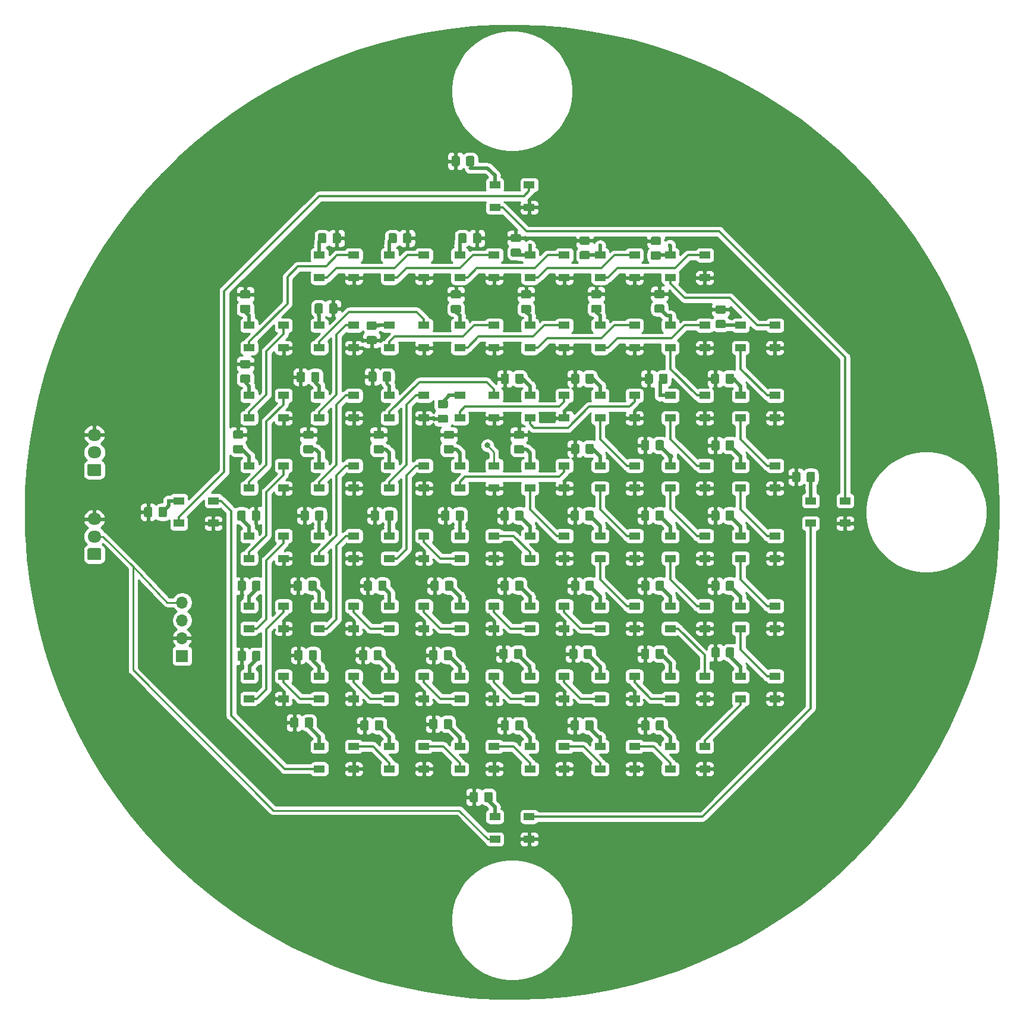
<source format=gtl>
G04 #@! TF.GenerationSoftware,KiCad,Pcbnew,5.1.5+dfsg1-2build2*
G04 #@! TF.CreationDate,2021-10-24T20:04:42+02:00*
G04 #@! TF.ProjectId,amepl_led,616d6570-6c5f-46c6-9564-2e6b69636164,rev?*
G04 #@! TF.SameCoordinates,Original*
G04 #@! TF.FileFunction,Copper,L1,Top*
G04 #@! TF.FilePolarity,Positive*
%FSLAX46Y46*%
G04 Gerber Fmt 4.6, Leading zero omitted, Abs format (unit mm)*
G04 Created by KiCad (PCBNEW 5.1.5+dfsg1-2build2) date 2021-10-24 20:04:42*
%MOMM*%
%LPD*%
G04 APERTURE LIST*
%ADD10O,1.700000X1.700000*%
%ADD11R,1.700000X1.700000*%
%ADD12O,1.950000X1.700000*%
%ADD13C,0.100000*%
%ADD14R,1.500000X1.000000*%
%ADD15C,0.600000*%
%ADD16C,0.800000*%
%ADD17C,0.500000*%
%ADD18C,0.350000*%
%ADD19C,0.250000*%
%ADD20C,0.254000*%
G04 APERTURE END LIST*
D10*
X103000000Y-162880000D03*
X103000000Y-165420000D03*
X103000000Y-167960000D03*
D11*
X103000000Y-170500000D03*
D12*
X90500000Y-151000000D03*
X90500000Y-153500000D03*
G04 #@! TA.AperFunction,ComponentPad*
D13*
G36*
X91249504Y-155151204D02*
G01*
X91273773Y-155154804D01*
X91297571Y-155160765D01*
X91320671Y-155169030D01*
X91342849Y-155179520D01*
X91363893Y-155192133D01*
X91383598Y-155206747D01*
X91401777Y-155223223D01*
X91418253Y-155241402D01*
X91432867Y-155261107D01*
X91445480Y-155282151D01*
X91455970Y-155304329D01*
X91464235Y-155327429D01*
X91470196Y-155351227D01*
X91473796Y-155375496D01*
X91475000Y-155400000D01*
X91475000Y-156600000D01*
X91473796Y-156624504D01*
X91470196Y-156648773D01*
X91464235Y-156672571D01*
X91455970Y-156695671D01*
X91445480Y-156717849D01*
X91432867Y-156738893D01*
X91418253Y-156758598D01*
X91401777Y-156776777D01*
X91383598Y-156793253D01*
X91363893Y-156807867D01*
X91342849Y-156820480D01*
X91320671Y-156830970D01*
X91297571Y-156839235D01*
X91273773Y-156845196D01*
X91249504Y-156848796D01*
X91225000Y-156850000D01*
X89775000Y-156850000D01*
X89750496Y-156848796D01*
X89726227Y-156845196D01*
X89702429Y-156839235D01*
X89679329Y-156830970D01*
X89657151Y-156820480D01*
X89636107Y-156807867D01*
X89616402Y-156793253D01*
X89598223Y-156776777D01*
X89581747Y-156758598D01*
X89567133Y-156738893D01*
X89554520Y-156717849D01*
X89544030Y-156695671D01*
X89535765Y-156672571D01*
X89529804Y-156648773D01*
X89526204Y-156624504D01*
X89525000Y-156600000D01*
X89525000Y-155400000D01*
X89526204Y-155375496D01*
X89529804Y-155351227D01*
X89535765Y-155327429D01*
X89544030Y-155304329D01*
X89554520Y-155282151D01*
X89567133Y-155261107D01*
X89581747Y-155241402D01*
X89598223Y-155223223D01*
X89616402Y-155206747D01*
X89636107Y-155192133D01*
X89657151Y-155179520D01*
X89679329Y-155169030D01*
X89702429Y-155160765D01*
X89726227Y-155154804D01*
X89750496Y-155151204D01*
X89775000Y-155150000D01*
X91225000Y-155150000D01*
X91249504Y-155151204D01*
G37*
G04 #@! TD.AperFunction*
G04 #@! TA.AperFunction,SMDPad,CuDef*
G36*
X98524504Y-149276204D02*
G01*
X98548773Y-149279804D01*
X98572571Y-149285765D01*
X98595671Y-149294030D01*
X98617849Y-149304520D01*
X98638893Y-149317133D01*
X98658598Y-149331747D01*
X98676777Y-149348223D01*
X98693253Y-149366402D01*
X98707867Y-149386107D01*
X98720480Y-149407151D01*
X98730970Y-149429329D01*
X98739235Y-149452429D01*
X98745196Y-149476227D01*
X98748796Y-149500496D01*
X98750000Y-149525000D01*
X98750000Y-150475000D01*
X98748796Y-150499504D01*
X98745196Y-150523773D01*
X98739235Y-150547571D01*
X98730970Y-150570671D01*
X98720480Y-150592849D01*
X98707867Y-150613893D01*
X98693253Y-150633598D01*
X98676777Y-150651777D01*
X98658598Y-150668253D01*
X98638893Y-150682867D01*
X98617849Y-150695480D01*
X98595671Y-150705970D01*
X98572571Y-150714235D01*
X98548773Y-150720196D01*
X98524504Y-150723796D01*
X98500000Y-150725000D01*
X97825000Y-150725000D01*
X97800496Y-150723796D01*
X97776227Y-150720196D01*
X97752429Y-150714235D01*
X97729329Y-150705970D01*
X97707151Y-150695480D01*
X97686107Y-150682867D01*
X97666402Y-150668253D01*
X97648223Y-150651777D01*
X97631747Y-150633598D01*
X97617133Y-150613893D01*
X97604520Y-150592849D01*
X97594030Y-150570671D01*
X97585765Y-150547571D01*
X97579804Y-150523773D01*
X97576204Y-150499504D01*
X97575000Y-150475000D01*
X97575000Y-149525000D01*
X97576204Y-149500496D01*
X97579804Y-149476227D01*
X97585765Y-149452429D01*
X97594030Y-149429329D01*
X97604520Y-149407151D01*
X97617133Y-149386107D01*
X97631747Y-149366402D01*
X97648223Y-149348223D01*
X97666402Y-149331747D01*
X97686107Y-149317133D01*
X97707151Y-149304520D01*
X97729329Y-149294030D01*
X97752429Y-149285765D01*
X97776227Y-149279804D01*
X97800496Y-149276204D01*
X97825000Y-149275000D01*
X98500000Y-149275000D01*
X98524504Y-149276204D01*
G37*
G04 #@! TD.AperFunction*
G04 #@! TA.AperFunction,SMDPad,CuDef*
G36*
X100599504Y-149276204D02*
G01*
X100623773Y-149279804D01*
X100647571Y-149285765D01*
X100670671Y-149294030D01*
X100692849Y-149304520D01*
X100713893Y-149317133D01*
X100733598Y-149331747D01*
X100751777Y-149348223D01*
X100768253Y-149366402D01*
X100782867Y-149386107D01*
X100795480Y-149407151D01*
X100805970Y-149429329D01*
X100814235Y-149452429D01*
X100820196Y-149476227D01*
X100823796Y-149500496D01*
X100825000Y-149525000D01*
X100825000Y-150475000D01*
X100823796Y-150499504D01*
X100820196Y-150523773D01*
X100814235Y-150547571D01*
X100805970Y-150570671D01*
X100795480Y-150592849D01*
X100782867Y-150613893D01*
X100768253Y-150633598D01*
X100751777Y-150651777D01*
X100733598Y-150668253D01*
X100713893Y-150682867D01*
X100692849Y-150695480D01*
X100670671Y-150705970D01*
X100647571Y-150714235D01*
X100623773Y-150720196D01*
X100599504Y-150723796D01*
X100575000Y-150725000D01*
X99900000Y-150725000D01*
X99875496Y-150723796D01*
X99851227Y-150720196D01*
X99827429Y-150714235D01*
X99804329Y-150705970D01*
X99782151Y-150695480D01*
X99761107Y-150682867D01*
X99741402Y-150668253D01*
X99723223Y-150651777D01*
X99706747Y-150633598D01*
X99692133Y-150613893D01*
X99679520Y-150592849D01*
X99669030Y-150570671D01*
X99660765Y-150547571D01*
X99654804Y-150523773D01*
X99651204Y-150499504D01*
X99650000Y-150475000D01*
X99650000Y-149525000D01*
X99651204Y-149500496D01*
X99654804Y-149476227D01*
X99660765Y-149452429D01*
X99669030Y-149429329D01*
X99679520Y-149407151D01*
X99692133Y-149386107D01*
X99706747Y-149366402D01*
X99723223Y-149348223D01*
X99741402Y-149331747D01*
X99761107Y-149317133D01*
X99782151Y-149304520D01*
X99804329Y-149294030D01*
X99827429Y-149285765D01*
X99851227Y-149279804D01*
X99875496Y-149276204D01*
X99900000Y-149275000D01*
X100575000Y-149275000D01*
X100599504Y-149276204D01*
G37*
G04 #@! TD.AperFunction*
G04 #@! TA.AperFunction,SMDPad,CuDef*
G36*
X169362004Y-179676204D02*
G01*
X169386273Y-179679804D01*
X169410071Y-179685765D01*
X169433171Y-179694030D01*
X169455349Y-179704520D01*
X169476393Y-179717133D01*
X169496098Y-179731747D01*
X169514277Y-179748223D01*
X169530753Y-179766402D01*
X169545367Y-179786107D01*
X169557980Y-179807151D01*
X169568470Y-179829329D01*
X169576735Y-179852429D01*
X169582696Y-179876227D01*
X169586296Y-179900496D01*
X169587500Y-179925000D01*
X169587500Y-180875000D01*
X169586296Y-180899504D01*
X169582696Y-180923773D01*
X169576735Y-180947571D01*
X169568470Y-180970671D01*
X169557980Y-180992849D01*
X169545367Y-181013893D01*
X169530753Y-181033598D01*
X169514277Y-181051777D01*
X169496098Y-181068253D01*
X169476393Y-181082867D01*
X169455349Y-181095480D01*
X169433171Y-181105970D01*
X169410071Y-181114235D01*
X169386273Y-181120196D01*
X169362004Y-181123796D01*
X169337500Y-181125000D01*
X168662500Y-181125000D01*
X168637996Y-181123796D01*
X168613727Y-181120196D01*
X168589929Y-181114235D01*
X168566829Y-181105970D01*
X168544651Y-181095480D01*
X168523607Y-181082867D01*
X168503902Y-181068253D01*
X168485723Y-181051777D01*
X168469247Y-181033598D01*
X168454633Y-181013893D01*
X168442020Y-180992849D01*
X168431530Y-180970671D01*
X168423265Y-180947571D01*
X168417304Y-180923773D01*
X168413704Y-180899504D01*
X168412500Y-180875000D01*
X168412500Y-179925000D01*
X168413704Y-179900496D01*
X168417304Y-179876227D01*
X168423265Y-179852429D01*
X168431530Y-179829329D01*
X168442020Y-179807151D01*
X168454633Y-179786107D01*
X168469247Y-179766402D01*
X168485723Y-179748223D01*
X168503902Y-179731747D01*
X168523607Y-179717133D01*
X168544651Y-179704520D01*
X168566829Y-179694030D01*
X168589929Y-179685765D01*
X168613727Y-179679804D01*
X168637996Y-179676204D01*
X168662500Y-179675000D01*
X169337500Y-179675000D01*
X169362004Y-179676204D01*
G37*
G04 #@! TD.AperFunction*
G04 #@! TA.AperFunction,SMDPad,CuDef*
G36*
X171437004Y-179676204D02*
G01*
X171461273Y-179679804D01*
X171485071Y-179685765D01*
X171508171Y-179694030D01*
X171530349Y-179704520D01*
X171551393Y-179717133D01*
X171571098Y-179731747D01*
X171589277Y-179748223D01*
X171605753Y-179766402D01*
X171620367Y-179786107D01*
X171632980Y-179807151D01*
X171643470Y-179829329D01*
X171651735Y-179852429D01*
X171657696Y-179876227D01*
X171661296Y-179900496D01*
X171662500Y-179925000D01*
X171662500Y-180875000D01*
X171661296Y-180899504D01*
X171657696Y-180923773D01*
X171651735Y-180947571D01*
X171643470Y-180970671D01*
X171632980Y-180992849D01*
X171620367Y-181013893D01*
X171605753Y-181033598D01*
X171589277Y-181051777D01*
X171571098Y-181068253D01*
X171551393Y-181082867D01*
X171530349Y-181095480D01*
X171508171Y-181105970D01*
X171485071Y-181114235D01*
X171461273Y-181120196D01*
X171437004Y-181123796D01*
X171412500Y-181125000D01*
X170737500Y-181125000D01*
X170712996Y-181123796D01*
X170688727Y-181120196D01*
X170664929Y-181114235D01*
X170641829Y-181105970D01*
X170619651Y-181095480D01*
X170598607Y-181082867D01*
X170578902Y-181068253D01*
X170560723Y-181051777D01*
X170544247Y-181033598D01*
X170529633Y-181013893D01*
X170517020Y-180992849D01*
X170506530Y-180970671D01*
X170498265Y-180947571D01*
X170492304Y-180923773D01*
X170488704Y-180899504D01*
X170487500Y-180875000D01*
X170487500Y-179925000D01*
X170488704Y-179900496D01*
X170492304Y-179876227D01*
X170498265Y-179852429D01*
X170506530Y-179829329D01*
X170517020Y-179807151D01*
X170529633Y-179786107D01*
X170544247Y-179766402D01*
X170560723Y-179748223D01*
X170578902Y-179731747D01*
X170598607Y-179717133D01*
X170619651Y-179704520D01*
X170641829Y-179694030D01*
X170664929Y-179685765D01*
X170688727Y-179679804D01*
X170712996Y-179676204D01*
X170737500Y-179675000D01*
X171412500Y-179675000D01*
X171437004Y-179676204D01*
G37*
G04 #@! TD.AperFunction*
G04 #@! TA.AperFunction,SMDPad,CuDef*
G36*
X144924504Y-189876204D02*
G01*
X144948773Y-189879804D01*
X144972571Y-189885765D01*
X144995671Y-189894030D01*
X145017849Y-189904520D01*
X145038893Y-189917133D01*
X145058598Y-189931747D01*
X145076777Y-189948223D01*
X145093253Y-189966402D01*
X145107867Y-189986107D01*
X145120480Y-190007151D01*
X145130970Y-190029329D01*
X145139235Y-190052429D01*
X145145196Y-190076227D01*
X145148796Y-190100496D01*
X145150000Y-190125000D01*
X145150000Y-191075000D01*
X145148796Y-191099504D01*
X145145196Y-191123773D01*
X145139235Y-191147571D01*
X145130970Y-191170671D01*
X145120480Y-191192849D01*
X145107867Y-191213893D01*
X145093253Y-191233598D01*
X145076777Y-191251777D01*
X145058598Y-191268253D01*
X145038893Y-191282867D01*
X145017849Y-191295480D01*
X144995671Y-191305970D01*
X144972571Y-191314235D01*
X144948773Y-191320196D01*
X144924504Y-191323796D01*
X144900000Y-191325000D01*
X144225000Y-191325000D01*
X144200496Y-191323796D01*
X144176227Y-191320196D01*
X144152429Y-191314235D01*
X144129329Y-191305970D01*
X144107151Y-191295480D01*
X144086107Y-191282867D01*
X144066402Y-191268253D01*
X144048223Y-191251777D01*
X144031747Y-191233598D01*
X144017133Y-191213893D01*
X144004520Y-191192849D01*
X143994030Y-191170671D01*
X143985765Y-191147571D01*
X143979804Y-191123773D01*
X143976204Y-191099504D01*
X143975000Y-191075000D01*
X143975000Y-190125000D01*
X143976204Y-190100496D01*
X143979804Y-190076227D01*
X143985765Y-190052429D01*
X143994030Y-190029329D01*
X144004520Y-190007151D01*
X144017133Y-189986107D01*
X144031747Y-189966402D01*
X144048223Y-189948223D01*
X144066402Y-189931747D01*
X144086107Y-189917133D01*
X144107151Y-189904520D01*
X144129329Y-189894030D01*
X144152429Y-189885765D01*
X144176227Y-189879804D01*
X144200496Y-189876204D01*
X144225000Y-189875000D01*
X144900000Y-189875000D01*
X144924504Y-189876204D01*
G37*
G04 #@! TD.AperFunction*
G04 #@! TA.AperFunction,SMDPad,CuDef*
G36*
X146999504Y-189876204D02*
G01*
X147023773Y-189879804D01*
X147047571Y-189885765D01*
X147070671Y-189894030D01*
X147092849Y-189904520D01*
X147113893Y-189917133D01*
X147133598Y-189931747D01*
X147151777Y-189948223D01*
X147168253Y-189966402D01*
X147182867Y-189986107D01*
X147195480Y-190007151D01*
X147205970Y-190029329D01*
X147214235Y-190052429D01*
X147220196Y-190076227D01*
X147223796Y-190100496D01*
X147225000Y-190125000D01*
X147225000Y-191075000D01*
X147223796Y-191099504D01*
X147220196Y-191123773D01*
X147214235Y-191147571D01*
X147205970Y-191170671D01*
X147195480Y-191192849D01*
X147182867Y-191213893D01*
X147168253Y-191233598D01*
X147151777Y-191251777D01*
X147133598Y-191268253D01*
X147113893Y-191282867D01*
X147092849Y-191295480D01*
X147070671Y-191305970D01*
X147047571Y-191314235D01*
X147023773Y-191320196D01*
X146999504Y-191323796D01*
X146975000Y-191325000D01*
X146300000Y-191325000D01*
X146275496Y-191323796D01*
X146251227Y-191320196D01*
X146227429Y-191314235D01*
X146204329Y-191305970D01*
X146182151Y-191295480D01*
X146161107Y-191282867D01*
X146141402Y-191268253D01*
X146123223Y-191251777D01*
X146106747Y-191233598D01*
X146092133Y-191213893D01*
X146079520Y-191192849D01*
X146069030Y-191170671D01*
X146060765Y-191147571D01*
X146054804Y-191123773D01*
X146051204Y-191099504D01*
X146050000Y-191075000D01*
X146050000Y-190125000D01*
X146051204Y-190100496D01*
X146054804Y-190076227D01*
X146060765Y-190052429D01*
X146069030Y-190029329D01*
X146079520Y-190007151D01*
X146092133Y-189986107D01*
X146106747Y-189966402D01*
X146123223Y-189948223D01*
X146141402Y-189931747D01*
X146161107Y-189917133D01*
X146182151Y-189904520D01*
X146204329Y-189894030D01*
X146227429Y-189885765D01*
X146251227Y-189879804D01*
X146275496Y-189876204D01*
X146300000Y-189875000D01*
X146975000Y-189875000D01*
X146999504Y-189876204D01*
G37*
G04 #@! TD.AperFunction*
G04 #@! TA.AperFunction,SMDPad,CuDef*
G36*
X159324504Y-179676204D02*
G01*
X159348773Y-179679804D01*
X159372571Y-179685765D01*
X159395671Y-179694030D01*
X159417849Y-179704520D01*
X159438893Y-179717133D01*
X159458598Y-179731747D01*
X159476777Y-179748223D01*
X159493253Y-179766402D01*
X159507867Y-179786107D01*
X159520480Y-179807151D01*
X159530970Y-179829329D01*
X159539235Y-179852429D01*
X159545196Y-179876227D01*
X159548796Y-179900496D01*
X159550000Y-179925000D01*
X159550000Y-180875000D01*
X159548796Y-180899504D01*
X159545196Y-180923773D01*
X159539235Y-180947571D01*
X159530970Y-180970671D01*
X159520480Y-180992849D01*
X159507867Y-181013893D01*
X159493253Y-181033598D01*
X159476777Y-181051777D01*
X159458598Y-181068253D01*
X159438893Y-181082867D01*
X159417849Y-181095480D01*
X159395671Y-181105970D01*
X159372571Y-181114235D01*
X159348773Y-181120196D01*
X159324504Y-181123796D01*
X159300000Y-181125000D01*
X158625000Y-181125000D01*
X158600496Y-181123796D01*
X158576227Y-181120196D01*
X158552429Y-181114235D01*
X158529329Y-181105970D01*
X158507151Y-181095480D01*
X158486107Y-181082867D01*
X158466402Y-181068253D01*
X158448223Y-181051777D01*
X158431747Y-181033598D01*
X158417133Y-181013893D01*
X158404520Y-180992849D01*
X158394030Y-180970671D01*
X158385765Y-180947571D01*
X158379804Y-180923773D01*
X158376204Y-180899504D01*
X158375000Y-180875000D01*
X158375000Y-179925000D01*
X158376204Y-179900496D01*
X158379804Y-179876227D01*
X158385765Y-179852429D01*
X158394030Y-179829329D01*
X158404520Y-179807151D01*
X158417133Y-179786107D01*
X158431747Y-179766402D01*
X158448223Y-179748223D01*
X158466402Y-179731747D01*
X158486107Y-179717133D01*
X158507151Y-179704520D01*
X158529329Y-179694030D01*
X158552429Y-179685765D01*
X158576227Y-179679804D01*
X158600496Y-179676204D01*
X158625000Y-179675000D01*
X159300000Y-179675000D01*
X159324504Y-179676204D01*
G37*
G04 #@! TD.AperFunction*
G04 #@! TA.AperFunction,SMDPad,CuDef*
G36*
X161399504Y-179676204D02*
G01*
X161423773Y-179679804D01*
X161447571Y-179685765D01*
X161470671Y-179694030D01*
X161492849Y-179704520D01*
X161513893Y-179717133D01*
X161533598Y-179731747D01*
X161551777Y-179748223D01*
X161568253Y-179766402D01*
X161582867Y-179786107D01*
X161595480Y-179807151D01*
X161605970Y-179829329D01*
X161614235Y-179852429D01*
X161620196Y-179876227D01*
X161623796Y-179900496D01*
X161625000Y-179925000D01*
X161625000Y-180875000D01*
X161623796Y-180899504D01*
X161620196Y-180923773D01*
X161614235Y-180947571D01*
X161605970Y-180970671D01*
X161595480Y-180992849D01*
X161582867Y-181013893D01*
X161568253Y-181033598D01*
X161551777Y-181051777D01*
X161533598Y-181068253D01*
X161513893Y-181082867D01*
X161492849Y-181095480D01*
X161470671Y-181105970D01*
X161447571Y-181114235D01*
X161423773Y-181120196D01*
X161399504Y-181123796D01*
X161375000Y-181125000D01*
X160700000Y-181125000D01*
X160675496Y-181123796D01*
X160651227Y-181120196D01*
X160627429Y-181114235D01*
X160604329Y-181105970D01*
X160582151Y-181095480D01*
X160561107Y-181082867D01*
X160541402Y-181068253D01*
X160523223Y-181051777D01*
X160506747Y-181033598D01*
X160492133Y-181013893D01*
X160479520Y-180992849D01*
X160469030Y-180970671D01*
X160460765Y-180947571D01*
X160454804Y-180923773D01*
X160451204Y-180899504D01*
X160450000Y-180875000D01*
X160450000Y-179925000D01*
X160451204Y-179900496D01*
X160454804Y-179876227D01*
X160460765Y-179852429D01*
X160469030Y-179829329D01*
X160479520Y-179807151D01*
X160492133Y-179786107D01*
X160506747Y-179766402D01*
X160523223Y-179748223D01*
X160541402Y-179731747D01*
X160561107Y-179717133D01*
X160582151Y-179704520D01*
X160604329Y-179694030D01*
X160627429Y-179685765D01*
X160651227Y-179679804D01*
X160675496Y-179676204D01*
X160700000Y-179675000D01*
X161375000Y-179675000D01*
X161399504Y-179676204D01*
G37*
G04 #@! TD.AperFunction*
G04 #@! TA.AperFunction,SMDPad,CuDef*
G36*
X162499504Y-118376204D02*
G01*
X162523773Y-118379804D01*
X162547571Y-118385765D01*
X162570671Y-118394030D01*
X162592849Y-118404520D01*
X162613893Y-118417133D01*
X162633598Y-118431747D01*
X162651777Y-118448223D01*
X162668253Y-118466402D01*
X162682867Y-118486107D01*
X162695480Y-118507151D01*
X162705970Y-118529329D01*
X162714235Y-118552429D01*
X162720196Y-118576227D01*
X162723796Y-118600496D01*
X162725000Y-118625000D01*
X162725000Y-119300000D01*
X162723796Y-119324504D01*
X162720196Y-119348773D01*
X162714235Y-119372571D01*
X162705970Y-119395671D01*
X162695480Y-119417849D01*
X162682867Y-119438893D01*
X162668253Y-119458598D01*
X162651777Y-119476777D01*
X162633598Y-119493253D01*
X162613893Y-119507867D01*
X162592849Y-119520480D01*
X162570671Y-119530970D01*
X162547571Y-119539235D01*
X162523773Y-119545196D01*
X162499504Y-119548796D01*
X162475000Y-119550000D01*
X161525000Y-119550000D01*
X161500496Y-119548796D01*
X161476227Y-119545196D01*
X161452429Y-119539235D01*
X161429329Y-119530970D01*
X161407151Y-119520480D01*
X161386107Y-119507867D01*
X161366402Y-119493253D01*
X161348223Y-119476777D01*
X161331747Y-119458598D01*
X161317133Y-119438893D01*
X161304520Y-119417849D01*
X161294030Y-119395671D01*
X161285765Y-119372571D01*
X161279804Y-119348773D01*
X161276204Y-119324504D01*
X161275000Y-119300000D01*
X161275000Y-118625000D01*
X161276204Y-118600496D01*
X161279804Y-118576227D01*
X161285765Y-118552429D01*
X161294030Y-118529329D01*
X161304520Y-118507151D01*
X161317133Y-118486107D01*
X161331747Y-118466402D01*
X161348223Y-118448223D01*
X161366402Y-118431747D01*
X161386107Y-118417133D01*
X161407151Y-118404520D01*
X161429329Y-118394030D01*
X161452429Y-118385765D01*
X161476227Y-118379804D01*
X161500496Y-118376204D01*
X161525000Y-118375000D01*
X162475000Y-118375000D01*
X162499504Y-118376204D01*
G37*
G04 #@! TD.AperFunction*
G04 #@! TA.AperFunction,SMDPad,CuDef*
G36*
X162499504Y-120451204D02*
G01*
X162523773Y-120454804D01*
X162547571Y-120460765D01*
X162570671Y-120469030D01*
X162592849Y-120479520D01*
X162613893Y-120492133D01*
X162633598Y-120506747D01*
X162651777Y-120523223D01*
X162668253Y-120541402D01*
X162682867Y-120561107D01*
X162695480Y-120582151D01*
X162705970Y-120604329D01*
X162714235Y-120627429D01*
X162720196Y-120651227D01*
X162723796Y-120675496D01*
X162725000Y-120700000D01*
X162725000Y-121375000D01*
X162723796Y-121399504D01*
X162720196Y-121423773D01*
X162714235Y-121447571D01*
X162705970Y-121470671D01*
X162695480Y-121492849D01*
X162682867Y-121513893D01*
X162668253Y-121533598D01*
X162651777Y-121551777D01*
X162633598Y-121568253D01*
X162613893Y-121582867D01*
X162592849Y-121595480D01*
X162570671Y-121605970D01*
X162547571Y-121614235D01*
X162523773Y-121620196D01*
X162499504Y-121623796D01*
X162475000Y-121625000D01*
X161525000Y-121625000D01*
X161500496Y-121623796D01*
X161476227Y-121620196D01*
X161452429Y-121614235D01*
X161429329Y-121605970D01*
X161407151Y-121595480D01*
X161386107Y-121582867D01*
X161366402Y-121568253D01*
X161348223Y-121551777D01*
X161331747Y-121533598D01*
X161317133Y-121513893D01*
X161304520Y-121492849D01*
X161294030Y-121470671D01*
X161285765Y-121447571D01*
X161279804Y-121423773D01*
X161276204Y-121399504D01*
X161275000Y-121375000D01*
X161275000Y-120700000D01*
X161276204Y-120675496D01*
X161279804Y-120651227D01*
X161285765Y-120627429D01*
X161294030Y-120604329D01*
X161304520Y-120582151D01*
X161317133Y-120561107D01*
X161331747Y-120541402D01*
X161348223Y-120523223D01*
X161366402Y-120506747D01*
X161386107Y-120492133D01*
X161407151Y-120479520D01*
X161429329Y-120469030D01*
X161452429Y-120460765D01*
X161476227Y-120454804D01*
X161500496Y-120451204D01*
X161525000Y-120450000D01*
X162475000Y-120450000D01*
X162499504Y-120451204D01*
G37*
G04 #@! TD.AperFunction*
G04 #@! TA.AperFunction,SMDPad,CuDef*
G36*
X169324504Y-139751204D02*
G01*
X169348773Y-139754804D01*
X169372571Y-139760765D01*
X169395671Y-139769030D01*
X169417849Y-139779520D01*
X169438893Y-139792133D01*
X169458598Y-139806747D01*
X169476777Y-139823223D01*
X169493253Y-139841402D01*
X169507867Y-139861107D01*
X169520480Y-139882151D01*
X169530970Y-139904329D01*
X169539235Y-139927429D01*
X169545196Y-139951227D01*
X169548796Y-139975496D01*
X169550000Y-140000000D01*
X169550000Y-140950000D01*
X169548796Y-140974504D01*
X169545196Y-140998773D01*
X169539235Y-141022571D01*
X169530970Y-141045671D01*
X169520480Y-141067849D01*
X169507867Y-141088893D01*
X169493253Y-141108598D01*
X169476777Y-141126777D01*
X169458598Y-141143253D01*
X169438893Y-141157867D01*
X169417849Y-141170480D01*
X169395671Y-141180970D01*
X169372571Y-141189235D01*
X169348773Y-141195196D01*
X169324504Y-141198796D01*
X169300000Y-141200000D01*
X168625000Y-141200000D01*
X168600496Y-141198796D01*
X168576227Y-141195196D01*
X168552429Y-141189235D01*
X168529329Y-141180970D01*
X168507151Y-141170480D01*
X168486107Y-141157867D01*
X168466402Y-141143253D01*
X168448223Y-141126777D01*
X168431747Y-141108598D01*
X168417133Y-141088893D01*
X168404520Y-141067849D01*
X168394030Y-141045671D01*
X168385765Y-141022571D01*
X168379804Y-140998773D01*
X168376204Y-140974504D01*
X168375000Y-140950000D01*
X168375000Y-140000000D01*
X168376204Y-139975496D01*
X168379804Y-139951227D01*
X168385765Y-139927429D01*
X168394030Y-139904329D01*
X168404520Y-139882151D01*
X168417133Y-139861107D01*
X168431747Y-139841402D01*
X168448223Y-139823223D01*
X168466402Y-139806747D01*
X168486107Y-139792133D01*
X168507151Y-139779520D01*
X168529329Y-139769030D01*
X168552429Y-139760765D01*
X168576227Y-139754804D01*
X168600496Y-139751204D01*
X168625000Y-139750000D01*
X169300000Y-139750000D01*
X169324504Y-139751204D01*
G37*
G04 #@! TD.AperFunction*
G04 #@! TA.AperFunction,SMDPad,CuDef*
G36*
X171399504Y-139751204D02*
G01*
X171423773Y-139754804D01*
X171447571Y-139760765D01*
X171470671Y-139769030D01*
X171492849Y-139779520D01*
X171513893Y-139792133D01*
X171533598Y-139806747D01*
X171551777Y-139823223D01*
X171568253Y-139841402D01*
X171582867Y-139861107D01*
X171595480Y-139882151D01*
X171605970Y-139904329D01*
X171614235Y-139927429D01*
X171620196Y-139951227D01*
X171623796Y-139975496D01*
X171625000Y-140000000D01*
X171625000Y-140950000D01*
X171623796Y-140974504D01*
X171620196Y-140998773D01*
X171614235Y-141022571D01*
X171605970Y-141045671D01*
X171595480Y-141067849D01*
X171582867Y-141088893D01*
X171568253Y-141108598D01*
X171551777Y-141126777D01*
X171533598Y-141143253D01*
X171513893Y-141157867D01*
X171492849Y-141170480D01*
X171470671Y-141180970D01*
X171447571Y-141189235D01*
X171423773Y-141195196D01*
X171399504Y-141198796D01*
X171375000Y-141200000D01*
X170700000Y-141200000D01*
X170675496Y-141198796D01*
X170651227Y-141195196D01*
X170627429Y-141189235D01*
X170604329Y-141180970D01*
X170582151Y-141170480D01*
X170561107Y-141157867D01*
X170541402Y-141143253D01*
X170523223Y-141126777D01*
X170506747Y-141108598D01*
X170492133Y-141088893D01*
X170479520Y-141067849D01*
X170469030Y-141045671D01*
X170460765Y-141022571D01*
X170454804Y-140998773D01*
X170451204Y-140974504D01*
X170450000Y-140950000D01*
X170450000Y-140000000D01*
X170451204Y-139975496D01*
X170454804Y-139951227D01*
X170460765Y-139927429D01*
X170469030Y-139904329D01*
X170479520Y-139882151D01*
X170492133Y-139861107D01*
X170506747Y-139841402D01*
X170523223Y-139823223D01*
X170541402Y-139806747D01*
X170561107Y-139792133D01*
X170582151Y-139779520D01*
X170604329Y-139769030D01*
X170627429Y-139760765D01*
X170651227Y-139754804D01*
X170675496Y-139751204D01*
X170700000Y-139750000D01*
X171375000Y-139750000D01*
X171399504Y-139751204D01*
G37*
G04 #@! TD.AperFunction*
G04 #@! TA.AperFunction,SMDPad,CuDef*
G36*
X119924504Y-169676204D02*
G01*
X119948773Y-169679804D01*
X119972571Y-169685765D01*
X119995671Y-169694030D01*
X120017849Y-169704520D01*
X120038893Y-169717133D01*
X120058598Y-169731747D01*
X120076777Y-169748223D01*
X120093253Y-169766402D01*
X120107867Y-169786107D01*
X120120480Y-169807151D01*
X120130970Y-169829329D01*
X120139235Y-169852429D01*
X120145196Y-169876227D01*
X120148796Y-169900496D01*
X120150000Y-169925000D01*
X120150000Y-170875000D01*
X120148796Y-170899504D01*
X120145196Y-170923773D01*
X120139235Y-170947571D01*
X120130970Y-170970671D01*
X120120480Y-170992849D01*
X120107867Y-171013893D01*
X120093253Y-171033598D01*
X120076777Y-171051777D01*
X120058598Y-171068253D01*
X120038893Y-171082867D01*
X120017849Y-171095480D01*
X119995671Y-171105970D01*
X119972571Y-171114235D01*
X119948773Y-171120196D01*
X119924504Y-171123796D01*
X119900000Y-171125000D01*
X119225000Y-171125000D01*
X119200496Y-171123796D01*
X119176227Y-171120196D01*
X119152429Y-171114235D01*
X119129329Y-171105970D01*
X119107151Y-171095480D01*
X119086107Y-171082867D01*
X119066402Y-171068253D01*
X119048223Y-171051777D01*
X119031747Y-171033598D01*
X119017133Y-171013893D01*
X119004520Y-170992849D01*
X118994030Y-170970671D01*
X118985765Y-170947571D01*
X118979804Y-170923773D01*
X118976204Y-170899504D01*
X118975000Y-170875000D01*
X118975000Y-169925000D01*
X118976204Y-169900496D01*
X118979804Y-169876227D01*
X118985765Y-169852429D01*
X118994030Y-169829329D01*
X119004520Y-169807151D01*
X119017133Y-169786107D01*
X119031747Y-169766402D01*
X119048223Y-169748223D01*
X119066402Y-169731747D01*
X119086107Y-169717133D01*
X119107151Y-169704520D01*
X119129329Y-169694030D01*
X119152429Y-169685765D01*
X119176227Y-169679804D01*
X119200496Y-169676204D01*
X119225000Y-169675000D01*
X119900000Y-169675000D01*
X119924504Y-169676204D01*
G37*
G04 #@! TD.AperFunction*
G04 #@! TA.AperFunction,SMDPad,CuDef*
G36*
X121999504Y-169676204D02*
G01*
X122023773Y-169679804D01*
X122047571Y-169685765D01*
X122070671Y-169694030D01*
X122092849Y-169704520D01*
X122113893Y-169717133D01*
X122133598Y-169731747D01*
X122151777Y-169748223D01*
X122168253Y-169766402D01*
X122182867Y-169786107D01*
X122195480Y-169807151D01*
X122205970Y-169829329D01*
X122214235Y-169852429D01*
X122220196Y-169876227D01*
X122223796Y-169900496D01*
X122225000Y-169925000D01*
X122225000Y-170875000D01*
X122223796Y-170899504D01*
X122220196Y-170923773D01*
X122214235Y-170947571D01*
X122205970Y-170970671D01*
X122195480Y-170992849D01*
X122182867Y-171013893D01*
X122168253Y-171033598D01*
X122151777Y-171051777D01*
X122133598Y-171068253D01*
X122113893Y-171082867D01*
X122092849Y-171095480D01*
X122070671Y-171105970D01*
X122047571Y-171114235D01*
X122023773Y-171120196D01*
X121999504Y-171123796D01*
X121975000Y-171125000D01*
X121300000Y-171125000D01*
X121275496Y-171123796D01*
X121251227Y-171120196D01*
X121227429Y-171114235D01*
X121204329Y-171105970D01*
X121182151Y-171095480D01*
X121161107Y-171082867D01*
X121141402Y-171068253D01*
X121123223Y-171051777D01*
X121106747Y-171033598D01*
X121092133Y-171013893D01*
X121079520Y-170992849D01*
X121069030Y-170970671D01*
X121060765Y-170947571D01*
X121054804Y-170923773D01*
X121051204Y-170899504D01*
X121050000Y-170875000D01*
X121050000Y-169925000D01*
X121051204Y-169900496D01*
X121054804Y-169876227D01*
X121060765Y-169852429D01*
X121069030Y-169829329D01*
X121079520Y-169807151D01*
X121092133Y-169786107D01*
X121106747Y-169766402D01*
X121123223Y-169748223D01*
X121141402Y-169731747D01*
X121161107Y-169717133D01*
X121182151Y-169704520D01*
X121204329Y-169694030D01*
X121227429Y-169685765D01*
X121251227Y-169679804D01*
X121275496Y-169676204D01*
X121300000Y-169675000D01*
X121975000Y-169675000D01*
X121999504Y-169676204D01*
G37*
G04 #@! TD.AperFunction*
G04 #@! TA.AperFunction,SMDPad,CuDef*
G36*
X111849504Y-159776204D02*
G01*
X111873773Y-159779804D01*
X111897571Y-159785765D01*
X111920671Y-159794030D01*
X111942849Y-159804520D01*
X111963893Y-159817133D01*
X111983598Y-159831747D01*
X112001777Y-159848223D01*
X112018253Y-159866402D01*
X112032867Y-159886107D01*
X112045480Y-159907151D01*
X112055970Y-159929329D01*
X112064235Y-159952429D01*
X112070196Y-159976227D01*
X112073796Y-160000496D01*
X112075000Y-160025000D01*
X112075000Y-160975000D01*
X112073796Y-160999504D01*
X112070196Y-161023773D01*
X112064235Y-161047571D01*
X112055970Y-161070671D01*
X112045480Y-161092849D01*
X112032867Y-161113893D01*
X112018253Y-161133598D01*
X112001777Y-161151777D01*
X111983598Y-161168253D01*
X111963893Y-161182867D01*
X111942849Y-161195480D01*
X111920671Y-161205970D01*
X111897571Y-161214235D01*
X111873773Y-161220196D01*
X111849504Y-161223796D01*
X111825000Y-161225000D01*
X111150000Y-161225000D01*
X111125496Y-161223796D01*
X111101227Y-161220196D01*
X111077429Y-161214235D01*
X111054329Y-161205970D01*
X111032151Y-161195480D01*
X111011107Y-161182867D01*
X110991402Y-161168253D01*
X110973223Y-161151777D01*
X110956747Y-161133598D01*
X110942133Y-161113893D01*
X110929520Y-161092849D01*
X110919030Y-161070671D01*
X110910765Y-161047571D01*
X110904804Y-161023773D01*
X110901204Y-160999504D01*
X110900000Y-160975000D01*
X110900000Y-160025000D01*
X110901204Y-160000496D01*
X110904804Y-159976227D01*
X110910765Y-159952429D01*
X110919030Y-159929329D01*
X110929520Y-159907151D01*
X110942133Y-159886107D01*
X110956747Y-159866402D01*
X110973223Y-159848223D01*
X110991402Y-159831747D01*
X111011107Y-159817133D01*
X111032151Y-159804520D01*
X111054329Y-159794030D01*
X111077429Y-159785765D01*
X111101227Y-159779804D01*
X111125496Y-159776204D01*
X111150000Y-159775000D01*
X111825000Y-159775000D01*
X111849504Y-159776204D01*
G37*
G04 #@! TD.AperFunction*
G04 #@! TA.AperFunction,SMDPad,CuDef*
G36*
X113924504Y-159776204D02*
G01*
X113948773Y-159779804D01*
X113972571Y-159785765D01*
X113995671Y-159794030D01*
X114017849Y-159804520D01*
X114038893Y-159817133D01*
X114058598Y-159831747D01*
X114076777Y-159848223D01*
X114093253Y-159866402D01*
X114107867Y-159886107D01*
X114120480Y-159907151D01*
X114130970Y-159929329D01*
X114139235Y-159952429D01*
X114145196Y-159976227D01*
X114148796Y-160000496D01*
X114150000Y-160025000D01*
X114150000Y-160975000D01*
X114148796Y-160999504D01*
X114145196Y-161023773D01*
X114139235Y-161047571D01*
X114130970Y-161070671D01*
X114120480Y-161092849D01*
X114107867Y-161113893D01*
X114093253Y-161133598D01*
X114076777Y-161151777D01*
X114058598Y-161168253D01*
X114038893Y-161182867D01*
X114017849Y-161195480D01*
X113995671Y-161205970D01*
X113972571Y-161214235D01*
X113948773Y-161220196D01*
X113924504Y-161223796D01*
X113900000Y-161225000D01*
X113225000Y-161225000D01*
X113200496Y-161223796D01*
X113176227Y-161220196D01*
X113152429Y-161214235D01*
X113129329Y-161205970D01*
X113107151Y-161195480D01*
X113086107Y-161182867D01*
X113066402Y-161168253D01*
X113048223Y-161151777D01*
X113031747Y-161133598D01*
X113017133Y-161113893D01*
X113004520Y-161092849D01*
X112994030Y-161070671D01*
X112985765Y-161047571D01*
X112979804Y-161023773D01*
X112976204Y-160999504D01*
X112975000Y-160975000D01*
X112975000Y-160025000D01*
X112976204Y-160000496D01*
X112979804Y-159976227D01*
X112985765Y-159952429D01*
X112994030Y-159929329D01*
X113004520Y-159907151D01*
X113017133Y-159886107D01*
X113031747Y-159866402D01*
X113048223Y-159848223D01*
X113066402Y-159831747D01*
X113086107Y-159817133D01*
X113107151Y-159804520D01*
X113129329Y-159794030D01*
X113152429Y-159785765D01*
X113176227Y-159779804D01*
X113200496Y-159776204D01*
X113225000Y-159775000D01*
X113900000Y-159775000D01*
X113924504Y-159776204D01*
G37*
G04 #@! TD.AperFunction*
G04 #@! TA.AperFunction,SMDPad,CuDef*
G36*
X149149504Y-169476204D02*
G01*
X149173773Y-169479804D01*
X149197571Y-169485765D01*
X149220671Y-169494030D01*
X149242849Y-169504520D01*
X149263893Y-169517133D01*
X149283598Y-169531747D01*
X149301777Y-169548223D01*
X149318253Y-169566402D01*
X149332867Y-169586107D01*
X149345480Y-169607151D01*
X149355970Y-169629329D01*
X149364235Y-169652429D01*
X149370196Y-169676227D01*
X149373796Y-169700496D01*
X149375000Y-169725000D01*
X149375000Y-170675000D01*
X149373796Y-170699504D01*
X149370196Y-170723773D01*
X149364235Y-170747571D01*
X149355970Y-170770671D01*
X149345480Y-170792849D01*
X149332867Y-170813893D01*
X149318253Y-170833598D01*
X149301777Y-170851777D01*
X149283598Y-170868253D01*
X149263893Y-170882867D01*
X149242849Y-170895480D01*
X149220671Y-170905970D01*
X149197571Y-170914235D01*
X149173773Y-170920196D01*
X149149504Y-170923796D01*
X149125000Y-170925000D01*
X148450000Y-170925000D01*
X148425496Y-170923796D01*
X148401227Y-170920196D01*
X148377429Y-170914235D01*
X148354329Y-170905970D01*
X148332151Y-170895480D01*
X148311107Y-170882867D01*
X148291402Y-170868253D01*
X148273223Y-170851777D01*
X148256747Y-170833598D01*
X148242133Y-170813893D01*
X148229520Y-170792849D01*
X148219030Y-170770671D01*
X148210765Y-170747571D01*
X148204804Y-170723773D01*
X148201204Y-170699504D01*
X148200000Y-170675000D01*
X148200000Y-169725000D01*
X148201204Y-169700496D01*
X148204804Y-169676227D01*
X148210765Y-169652429D01*
X148219030Y-169629329D01*
X148229520Y-169607151D01*
X148242133Y-169586107D01*
X148256747Y-169566402D01*
X148273223Y-169548223D01*
X148291402Y-169531747D01*
X148311107Y-169517133D01*
X148332151Y-169504520D01*
X148354329Y-169494030D01*
X148377429Y-169485765D01*
X148401227Y-169479804D01*
X148425496Y-169476204D01*
X148450000Y-169475000D01*
X149125000Y-169475000D01*
X149149504Y-169476204D01*
G37*
G04 #@! TD.AperFunction*
G04 #@! TA.AperFunction,SMDPad,CuDef*
G36*
X151224504Y-169476204D02*
G01*
X151248773Y-169479804D01*
X151272571Y-169485765D01*
X151295671Y-169494030D01*
X151317849Y-169504520D01*
X151338893Y-169517133D01*
X151358598Y-169531747D01*
X151376777Y-169548223D01*
X151393253Y-169566402D01*
X151407867Y-169586107D01*
X151420480Y-169607151D01*
X151430970Y-169629329D01*
X151439235Y-169652429D01*
X151445196Y-169676227D01*
X151448796Y-169700496D01*
X151450000Y-169725000D01*
X151450000Y-170675000D01*
X151448796Y-170699504D01*
X151445196Y-170723773D01*
X151439235Y-170747571D01*
X151430970Y-170770671D01*
X151420480Y-170792849D01*
X151407867Y-170813893D01*
X151393253Y-170833598D01*
X151376777Y-170851777D01*
X151358598Y-170868253D01*
X151338893Y-170882867D01*
X151317849Y-170895480D01*
X151295671Y-170905970D01*
X151272571Y-170914235D01*
X151248773Y-170920196D01*
X151224504Y-170923796D01*
X151200000Y-170925000D01*
X150525000Y-170925000D01*
X150500496Y-170923796D01*
X150476227Y-170920196D01*
X150452429Y-170914235D01*
X150429329Y-170905970D01*
X150407151Y-170895480D01*
X150386107Y-170882867D01*
X150366402Y-170868253D01*
X150348223Y-170851777D01*
X150331747Y-170833598D01*
X150317133Y-170813893D01*
X150304520Y-170792849D01*
X150294030Y-170770671D01*
X150285765Y-170747571D01*
X150279804Y-170723773D01*
X150276204Y-170699504D01*
X150275000Y-170675000D01*
X150275000Y-169725000D01*
X150276204Y-169700496D01*
X150279804Y-169676227D01*
X150285765Y-169652429D01*
X150294030Y-169629329D01*
X150304520Y-169607151D01*
X150317133Y-169586107D01*
X150331747Y-169566402D01*
X150348223Y-169548223D01*
X150366402Y-169531747D01*
X150386107Y-169517133D01*
X150407151Y-169504520D01*
X150429329Y-169494030D01*
X150452429Y-169485765D01*
X150476227Y-169479804D01*
X150500496Y-169476204D01*
X150525000Y-169475000D01*
X151200000Y-169475000D01*
X151224504Y-169476204D01*
G37*
G04 #@! TD.AperFunction*
G04 #@! TA.AperFunction,SMDPad,CuDef*
G36*
X130824504Y-149776204D02*
G01*
X130848773Y-149779804D01*
X130872571Y-149785765D01*
X130895671Y-149794030D01*
X130917849Y-149804520D01*
X130938893Y-149817133D01*
X130958598Y-149831747D01*
X130976777Y-149848223D01*
X130993253Y-149866402D01*
X131007867Y-149886107D01*
X131020480Y-149907151D01*
X131030970Y-149929329D01*
X131039235Y-149952429D01*
X131045196Y-149976227D01*
X131048796Y-150000496D01*
X131050000Y-150025000D01*
X131050000Y-150975000D01*
X131048796Y-150999504D01*
X131045196Y-151023773D01*
X131039235Y-151047571D01*
X131030970Y-151070671D01*
X131020480Y-151092849D01*
X131007867Y-151113893D01*
X130993253Y-151133598D01*
X130976777Y-151151777D01*
X130958598Y-151168253D01*
X130938893Y-151182867D01*
X130917849Y-151195480D01*
X130895671Y-151205970D01*
X130872571Y-151214235D01*
X130848773Y-151220196D01*
X130824504Y-151223796D01*
X130800000Y-151225000D01*
X130125000Y-151225000D01*
X130100496Y-151223796D01*
X130076227Y-151220196D01*
X130052429Y-151214235D01*
X130029329Y-151205970D01*
X130007151Y-151195480D01*
X129986107Y-151182867D01*
X129966402Y-151168253D01*
X129948223Y-151151777D01*
X129931747Y-151133598D01*
X129917133Y-151113893D01*
X129904520Y-151092849D01*
X129894030Y-151070671D01*
X129885765Y-151047571D01*
X129879804Y-151023773D01*
X129876204Y-150999504D01*
X129875000Y-150975000D01*
X129875000Y-150025000D01*
X129876204Y-150000496D01*
X129879804Y-149976227D01*
X129885765Y-149952429D01*
X129894030Y-149929329D01*
X129904520Y-149907151D01*
X129917133Y-149886107D01*
X129931747Y-149866402D01*
X129948223Y-149848223D01*
X129966402Y-149831747D01*
X129986107Y-149817133D01*
X130007151Y-149804520D01*
X130029329Y-149794030D01*
X130052429Y-149785765D01*
X130076227Y-149779804D01*
X130100496Y-149776204D01*
X130125000Y-149775000D01*
X130800000Y-149775000D01*
X130824504Y-149776204D01*
G37*
G04 #@! TD.AperFunction*
G04 #@! TA.AperFunction,SMDPad,CuDef*
G36*
X132899504Y-149776204D02*
G01*
X132923773Y-149779804D01*
X132947571Y-149785765D01*
X132970671Y-149794030D01*
X132992849Y-149804520D01*
X133013893Y-149817133D01*
X133033598Y-149831747D01*
X133051777Y-149848223D01*
X133068253Y-149866402D01*
X133082867Y-149886107D01*
X133095480Y-149907151D01*
X133105970Y-149929329D01*
X133114235Y-149952429D01*
X133120196Y-149976227D01*
X133123796Y-150000496D01*
X133125000Y-150025000D01*
X133125000Y-150975000D01*
X133123796Y-150999504D01*
X133120196Y-151023773D01*
X133114235Y-151047571D01*
X133105970Y-151070671D01*
X133095480Y-151092849D01*
X133082867Y-151113893D01*
X133068253Y-151133598D01*
X133051777Y-151151777D01*
X133033598Y-151168253D01*
X133013893Y-151182867D01*
X132992849Y-151195480D01*
X132970671Y-151205970D01*
X132947571Y-151214235D01*
X132923773Y-151220196D01*
X132899504Y-151223796D01*
X132875000Y-151225000D01*
X132200000Y-151225000D01*
X132175496Y-151223796D01*
X132151227Y-151220196D01*
X132127429Y-151214235D01*
X132104329Y-151205970D01*
X132082151Y-151195480D01*
X132061107Y-151182867D01*
X132041402Y-151168253D01*
X132023223Y-151151777D01*
X132006747Y-151133598D01*
X131992133Y-151113893D01*
X131979520Y-151092849D01*
X131969030Y-151070671D01*
X131960765Y-151047571D01*
X131954804Y-151023773D01*
X131951204Y-150999504D01*
X131950000Y-150975000D01*
X131950000Y-150025000D01*
X131951204Y-150000496D01*
X131954804Y-149976227D01*
X131960765Y-149952429D01*
X131969030Y-149929329D01*
X131979520Y-149907151D01*
X131992133Y-149886107D01*
X132006747Y-149866402D01*
X132023223Y-149848223D01*
X132041402Y-149831747D01*
X132061107Y-149817133D01*
X132082151Y-149804520D01*
X132104329Y-149794030D01*
X132127429Y-149785765D01*
X132151227Y-149779804D01*
X132175496Y-149776204D01*
X132200000Y-149775000D01*
X132875000Y-149775000D01*
X132899504Y-149776204D01*
G37*
G04 #@! TD.AperFunction*
G04 #@! TA.AperFunction,SMDPad,CuDef*
G36*
X151499504Y-138401204D02*
G01*
X151523773Y-138404804D01*
X151547571Y-138410765D01*
X151570671Y-138419030D01*
X151592849Y-138429520D01*
X151613893Y-138442133D01*
X151633598Y-138456747D01*
X151651777Y-138473223D01*
X151668253Y-138491402D01*
X151682867Y-138511107D01*
X151695480Y-138532151D01*
X151705970Y-138554329D01*
X151714235Y-138577429D01*
X151720196Y-138601227D01*
X151723796Y-138625496D01*
X151725000Y-138650000D01*
X151725000Y-139325000D01*
X151723796Y-139349504D01*
X151720196Y-139373773D01*
X151714235Y-139397571D01*
X151705970Y-139420671D01*
X151695480Y-139442849D01*
X151682867Y-139463893D01*
X151668253Y-139483598D01*
X151651777Y-139501777D01*
X151633598Y-139518253D01*
X151613893Y-139532867D01*
X151592849Y-139545480D01*
X151570671Y-139555970D01*
X151547571Y-139564235D01*
X151523773Y-139570196D01*
X151499504Y-139573796D01*
X151475000Y-139575000D01*
X150525000Y-139575000D01*
X150500496Y-139573796D01*
X150476227Y-139570196D01*
X150452429Y-139564235D01*
X150429329Y-139555970D01*
X150407151Y-139545480D01*
X150386107Y-139532867D01*
X150366402Y-139518253D01*
X150348223Y-139501777D01*
X150331747Y-139483598D01*
X150317133Y-139463893D01*
X150304520Y-139442849D01*
X150294030Y-139420671D01*
X150285765Y-139397571D01*
X150279804Y-139373773D01*
X150276204Y-139349504D01*
X150275000Y-139325000D01*
X150275000Y-138650000D01*
X150276204Y-138625496D01*
X150279804Y-138601227D01*
X150285765Y-138577429D01*
X150294030Y-138554329D01*
X150304520Y-138532151D01*
X150317133Y-138511107D01*
X150331747Y-138491402D01*
X150348223Y-138473223D01*
X150366402Y-138456747D01*
X150386107Y-138442133D01*
X150407151Y-138429520D01*
X150429329Y-138419030D01*
X150452429Y-138410765D01*
X150476227Y-138404804D01*
X150500496Y-138401204D01*
X150525000Y-138400000D01*
X151475000Y-138400000D01*
X151499504Y-138401204D01*
G37*
G04 #@! TD.AperFunction*
G04 #@! TA.AperFunction,SMDPad,CuDef*
G36*
X151499504Y-140476204D02*
G01*
X151523773Y-140479804D01*
X151547571Y-140485765D01*
X151570671Y-140494030D01*
X151592849Y-140504520D01*
X151613893Y-140517133D01*
X151633598Y-140531747D01*
X151651777Y-140548223D01*
X151668253Y-140566402D01*
X151682867Y-140586107D01*
X151695480Y-140607151D01*
X151705970Y-140629329D01*
X151714235Y-140652429D01*
X151720196Y-140676227D01*
X151723796Y-140700496D01*
X151725000Y-140725000D01*
X151725000Y-141400000D01*
X151723796Y-141424504D01*
X151720196Y-141448773D01*
X151714235Y-141472571D01*
X151705970Y-141495671D01*
X151695480Y-141517849D01*
X151682867Y-141538893D01*
X151668253Y-141558598D01*
X151651777Y-141576777D01*
X151633598Y-141593253D01*
X151613893Y-141607867D01*
X151592849Y-141620480D01*
X151570671Y-141630970D01*
X151547571Y-141639235D01*
X151523773Y-141645196D01*
X151499504Y-141648796D01*
X151475000Y-141650000D01*
X150525000Y-141650000D01*
X150500496Y-141648796D01*
X150476227Y-141645196D01*
X150452429Y-141639235D01*
X150429329Y-141630970D01*
X150407151Y-141620480D01*
X150386107Y-141607867D01*
X150366402Y-141593253D01*
X150348223Y-141576777D01*
X150331747Y-141558598D01*
X150317133Y-141538893D01*
X150304520Y-141517849D01*
X150294030Y-141495671D01*
X150285765Y-141472571D01*
X150279804Y-141448773D01*
X150276204Y-141424504D01*
X150275000Y-141400000D01*
X150275000Y-140725000D01*
X150276204Y-140700496D01*
X150279804Y-140676227D01*
X150285765Y-140652429D01*
X150294030Y-140629329D01*
X150304520Y-140607151D01*
X150317133Y-140586107D01*
X150331747Y-140566402D01*
X150348223Y-140548223D01*
X150366402Y-140531747D01*
X150386107Y-140517133D01*
X150407151Y-140504520D01*
X150429329Y-140494030D01*
X150452429Y-140485765D01*
X150476227Y-140479804D01*
X150500496Y-140476204D01*
X150525000Y-140475000D01*
X151475000Y-140475000D01*
X151499504Y-140476204D01*
G37*
G04 #@! TD.AperFunction*
G04 #@! TA.AperFunction,SMDPad,CuDef*
G36*
X159349504Y-159776204D02*
G01*
X159373773Y-159779804D01*
X159397571Y-159785765D01*
X159420671Y-159794030D01*
X159442849Y-159804520D01*
X159463893Y-159817133D01*
X159483598Y-159831747D01*
X159501777Y-159848223D01*
X159518253Y-159866402D01*
X159532867Y-159886107D01*
X159545480Y-159907151D01*
X159555970Y-159929329D01*
X159564235Y-159952429D01*
X159570196Y-159976227D01*
X159573796Y-160000496D01*
X159575000Y-160025000D01*
X159575000Y-160975000D01*
X159573796Y-160999504D01*
X159570196Y-161023773D01*
X159564235Y-161047571D01*
X159555970Y-161070671D01*
X159545480Y-161092849D01*
X159532867Y-161113893D01*
X159518253Y-161133598D01*
X159501777Y-161151777D01*
X159483598Y-161168253D01*
X159463893Y-161182867D01*
X159442849Y-161195480D01*
X159420671Y-161205970D01*
X159397571Y-161214235D01*
X159373773Y-161220196D01*
X159349504Y-161223796D01*
X159325000Y-161225000D01*
X158650000Y-161225000D01*
X158625496Y-161223796D01*
X158601227Y-161220196D01*
X158577429Y-161214235D01*
X158554329Y-161205970D01*
X158532151Y-161195480D01*
X158511107Y-161182867D01*
X158491402Y-161168253D01*
X158473223Y-161151777D01*
X158456747Y-161133598D01*
X158442133Y-161113893D01*
X158429520Y-161092849D01*
X158419030Y-161070671D01*
X158410765Y-161047571D01*
X158404804Y-161023773D01*
X158401204Y-160999504D01*
X158400000Y-160975000D01*
X158400000Y-160025000D01*
X158401204Y-160000496D01*
X158404804Y-159976227D01*
X158410765Y-159952429D01*
X158419030Y-159929329D01*
X158429520Y-159907151D01*
X158442133Y-159886107D01*
X158456747Y-159866402D01*
X158473223Y-159848223D01*
X158491402Y-159831747D01*
X158511107Y-159817133D01*
X158532151Y-159804520D01*
X158554329Y-159794030D01*
X158577429Y-159785765D01*
X158601227Y-159779804D01*
X158625496Y-159776204D01*
X158650000Y-159775000D01*
X159325000Y-159775000D01*
X159349504Y-159776204D01*
G37*
G04 #@! TD.AperFunction*
G04 #@! TA.AperFunction,SMDPad,CuDef*
G36*
X161424504Y-159776204D02*
G01*
X161448773Y-159779804D01*
X161472571Y-159785765D01*
X161495671Y-159794030D01*
X161517849Y-159804520D01*
X161538893Y-159817133D01*
X161558598Y-159831747D01*
X161576777Y-159848223D01*
X161593253Y-159866402D01*
X161607867Y-159886107D01*
X161620480Y-159907151D01*
X161630970Y-159929329D01*
X161639235Y-159952429D01*
X161645196Y-159976227D01*
X161648796Y-160000496D01*
X161650000Y-160025000D01*
X161650000Y-160975000D01*
X161648796Y-160999504D01*
X161645196Y-161023773D01*
X161639235Y-161047571D01*
X161630970Y-161070671D01*
X161620480Y-161092849D01*
X161607867Y-161113893D01*
X161593253Y-161133598D01*
X161576777Y-161151777D01*
X161558598Y-161168253D01*
X161538893Y-161182867D01*
X161517849Y-161195480D01*
X161495671Y-161205970D01*
X161472571Y-161214235D01*
X161448773Y-161220196D01*
X161424504Y-161223796D01*
X161400000Y-161225000D01*
X160725000Y-161225000D01*
X160700496Y-161223796D01*
X160676227Y-161220196D01*
X160652429Y-161214235D01*
X160629329Y-161205970D01*
X160607151Y-161195480D01*
X160586107Y-161182867D01*
X160566402Y-161168253D01*
X160548223Y-161151777D01*
X160531747Y-161133598D01*
X160517133Y-161113893D01*
X160504520Y-161092849D01*
X160494030Y-161070671D01*
X160485765Y-161047571D01*
X160479804Y-161023773D01*
X160476204Y-160999504D01*
X160475000Y-160975000D01*
X160475000Y-160025000D01*
X160476204Y-160000496D01*
X160479804Y-159976227D01*
X160485765Y-159952429D01*
X160494030Y-159929329D01*
X160504520Y-159907151D01*
X160517133Y-159886107D01*
X160531747Y-159866402D01*
X160548223Y-159848223D01*
X160566402Y-159831747D01*
X160586107Y-159817133D01*
X160607151Y-159804520D01*
X160629329Y-159794030D01*
X160652429Y-159785765D01*
X160676227Y-159779804D01*
X160700496Y-159776204D01*
X160725000Y-159775000D01*
X161400000Y-159775000D01*
X161424504Y-159776204D01*
G37*
G04 #@! TD.AperFunction*
G04 #@! TA.AperFunction,SMDPad,CuDef*
G36*
X159324504Y-149776204D02*
G01*
X159348773Y-149779804D01*
X159372571Y-149785765D01*
X159395671Y-149794030D01*
X159417849Y-149804520D01*
X159438893Y-149817133D01*
X159458598Y-149831747D01*
X159476777Y-149848223D01*
X159493253Y-149866402D01*
X159507867Y-149886107D01*
X159520480Y-149907151D01*
X159530970Y-149929329D01*
X159539235Y-149952429D01*
X159545196Y-149976227D01*
X159548796Y-150000496D01*
X159550000Y-150025000D01*
X159550000Y-150975000D01*
X159548796Y-150999504D01*
X159545196Y-151023773D01*
X159539235Y-151047571D01*
X159530970Y-151070671D01*
X159520480Y-151092849D01*
X159507867Y-151113893D01*
X159493253Y-151133598D01*
X159476777Y-151151777D01*
X159458598Y-151168253D01*
X159438893Y-151182867D01*
X159417849Y-151195480D01*
X159395671Y-151205970D01*
X159372571Y-151214235D01*
X159348773Y-151220196D01*
X159324504Y-151223796D01*
X159300000Y-151225000D01*
X158625000Y-151225000D01*
X158600496Y-151223796D01*
X158576227Y-151220196D01*
X158552429Y-151214235D01*
X158529329Y-151205970D01*
X158507151Y-151195480D01*
X158486107Y-151182867D01*
X158466402Y-151168253D01*
X158448223Y-151151777D01*
X158431747Y-151133598D01*
X158417133Y-151113893D01*
X158404520Y-151092849D01*
X158394030Y-151070671D01*
X158385765Y-151047571D01*
X158379804Y-151023773D01*
X158376204Y-150999504D01*
X158375000Y-150975000D01*
X158375000Y-150025000D01*
X158376204Y-150000496D01*
X158379804Y-149976227D01*
X158385765Y-149952429D01*
X158394030Y-149929329D01*
X158404520Y-149907151D01*
X158417133Y-149886107D01*
X158431747Y-149866402D01*
X158448223Y-149848223D01*
X158466402Y-149831747D01*
X158486107Y-149817133D01*
X158507151Y-149804520D01*
X158529329Y-149794030D01*
X158552429Y-149785765D01*
X158576227Y-149779804D01*
X158600496Y-149776204D01*
X158625000Y-149775000D01*
X159300000Y-149775000D01*
X159324504Y-149776204D01*
G37*
G04 #@! TD.AperFunction*
G04 #@! TA.AperFunction,SMDPad,CuDef*
G36*
X161399504Y-149776204D02*
G01*
X161423773Y-149779804D01*
X161447571Y-149785765D01*
X161470671Y-149794030D01*
X161492849Y-149804520D01*
X161513893Y-149817133D01*
X161533598Y-149831747D01*
X161551777Y-149848223D01*
X161568253Y-149866402D01*
X161582867Y-149886107D01*
X161595480Y-149907151D01*
X161605970Y-149929329D01*
X161614235Y-149952429D01*
X161620196Y-149976227D01*
X161623796Y-150000496D01*
X161625000Y-150025000D01*
X161625000Y-150975000D01*
X161623796Y-150999504D01*
X161620196Y-151023773D01*
X161614235Y-151047571D01*
X161605970Y-151070671D01*
X161595480Y-151092849D01*
X161582867Y-151113893D01*
X161568253Y-151133598D01*
X161551777Y-151151777D01*
X161533598Y-151168253D01*
X161513893Y-151182867D01*
X161492849Y-151195480D01*
X161470671Y-151205970D01*
X161447571Y-151214235D01*
X161423773Y-151220196D01*
X161399504Y-151223796D01*
X161375000Y-151225000D01*
X160700000Y-151225000D01*
X160675496Y-151223796D01*
X160651227Y-151220196D01*
X160627429Y-151214235D01*
X160604329Y-151205970D01*
X160582151Y-151195480D01*
X160561107Y-151182867D01*
X160541402Y-151168253D01*
X160523223Y-151151777D01*
X160506747Y-151133598D01*
X160492133Y-151113893D01*
X160479520Y-151092849D01*
X160469030Y-151070671D01*
X160460765Y-151047571D01*
X160454804Y-151023773D01*
X160451204Y-150999504D01*
X160450000Y-150975000D01*
X160450000Y-150025000D01*
X160451204Y-150000496D01*
X160454804Y-149976227D01*
X160460765Y-149952429D01*
X160469030Y-149929329D01*
X160479520Y-149907151D01*
X160492133Y-149886107D01*
X160506747Y-149866402D01*
X160523223Y-149848223D01*
X160541402Y-149831747D01*
X160561107Y-149817133D01*
X160582151Y-149804520D01*
X160604329Y-149794030D01*
X160627429Y-149785765D01*
X160651227Y-149779804D01*
X160675496Y-149776204D01*
X160700000Y-149775000D01*
X161375000Y-149775000D01*
X161399504Y-149776204D01*
G37*
G04 #@! TD.AperFunction*
G04 #@! TA.AperFunction,SMDPad,CuDef*
G36*
X169324504Y-169476204D02*
G01*
X169348773Y-169479804D01*
X169372571Y-169485765D01*
X169395671Y-169494030D01*
X169417849Y-169504520D01*
X169438893Y-169517133D01*
X169458598Y-169531747D01*
X169476777Y-169548223D01*
X169493253Y-169566402D01*
X169507867Y-169586107D01*
X169520480Y-169607151D01*
X169530970Y-169629329D01*
X169539235Y-169652429D01*
X169545196Y-169676227D01*
X169548796Y-169700496D01*
X169550000Y-169725000D01*
X169550000Y-170675000D01*
X169548796Y-170699504D01*
X169545196Y-170723773D01*
X169539235Y-170747571D01*
X169530970Y-170770671D01*
X169520480Y-170792849D01*
X169507867Y-170813893D01*
X169493253Y-170833598D01*
X169476777Y-170851777D01*
X169458598Y-170868253D01*
X169438893Y-170882867D01*
X169417849Y-170895480D01*
X169395671Y-170905970D01*
X169372571Y-170914235D01*
X169348773Y-170920196D01*
X169324504Y-170923796D01*
X169300000Y-170925000D01*
X168625000Y-170925000D01*
X168600496Y-170923796D01*
X168576227Y-170920196D01*
X168552429Y-170914235D01*
X168529329Y-170905970D01*
X168507151Y-170895480D01*
X168486107Y-170882867D01*
X168466402Y-170868253D01*
X168448223Y-170851777D01*
X168431747Y-170833598D01*
X168417133Y-170813893D01*
X168404520Y-170792849D01*
X168394030Y-170770671D01*
X168385765Y-170747571D01*
X168379804Y-170723773D01*
X168376204Y-170699504D01*
X168375000Y-170675000D01*
X168375000Y-169725000D01*
X168376204Y-169700496D01*
X168379804Y-169676227D01*
X168385765Y-169652429D01*
X168394030Y-169629329D01*
X168404520Y-169607151D01*
X168417133Y-169586107D01*
X168431747Y-169566402D01*
X168448223Y-169548223D01*
X168466402Y-169531747D01*
X168486107Y-169517133D01*
X168507151Y-169504520D01*
X168529329Y-169494030D01*
X168552429Y-169485765D01*
X168576227Y-169479804D01*
X168600496Y-169476204D01*
X168625000Y-169475000D01*
X169300000Y-169475000D01*
X169324504Y-169476204D01*
G37*
G04 #@! TD.AperFunction*
G04 #@! TA.AperFunction,SMDPad,CuDef*
G36*
X171399504Y-169476204D02*
G01*
X171423773Y-169479804D01*
X171447571Y-169485765D01*
X171470671Y-169494030D01*
X171492849Y-169504520D01*
X171513893Y-169517133D01*
X171533598Y-169531747D01*
X171551777Y-169548223D01*
X171568253Y-169566402D01*
X171582867Y-169586107D01*
X171595480Y-169607151D01*
X171605970Y-169629329D01*
X171614235Y-169652429D01*
X171620196Y-169676227D01*
X171623796Y-169700496D01*
X171625000Y-169725000D01*
X171625000Y-170675000D01*
X171623796Y-170699504D01*
X171620196Y-170723773D01*
X171614235Y-170747571D01*
X171605970Y-170770671D01*
X171595480Y-170792849D01*
X171582867Y-170813893D01*
X171568253Y-170833598D01*
X171551777Y-170851777D01*
X171533598Y-170868253D01*
X171513893Y-170882867D01*
X171492849Y-170895480D01*
X171470671Y-170905970D01*
X171447571Y-170914235D01*
X171423773Y-170920196D01*
X171399504Y-170923796D01*
X171375000Y-170925000D01*
X170700000Y-170925000D01*
X170675496Y-170923796D01*
X170651227Y-170920196D01*
X170627429Y-170914235D01*
X170604329Y-170905970D01*
X170582151Y-170895480D01*
X170561107Y-170882867D01*
X170541402Y-170868253D01*
X170523223Y-170851777D01*
X170506747Y-170833598D01*
X170492133Y-170813893D01*
X170479520Y-170792849D01*
X170469030Y-170770671D01*
X170460765Y-170747571D01*
X170454804Y-170723773D01*
X170451204Y-170699504D01*
X170450000Y-170675000D01*
X170450000Y-169725000D01*
X170451204Y-169700496D01*
X170454804Y-169676227D01*
X170460765Y-169652429D01*
X170469030Y-169629329D01*
X170479520Y-169607151D01*
X170492133Y-169586107D01*
X170506747Y-169566402D01*
X170523223Y-169548223D01*
X170541402Y-169531747D01*
X170561107Y-169517133D01*
X170582151Y-169504520D01*
X170604329Y-169494030D01*
X170627429Y-169485765D01*
X170651227Y-169479804D01*
X170675496Y-169476204D01*
X170700000Y-169475000D01*
X171375000Y-169475000D01*
X171399504Y-169476204D01*
G37*
G04 #@! TD.AperFunction*
G04 #@! TA.AperFunction,SMDPad,CuDef*
G36*
X129149504Y-169676204D02*
G01*
X129173773Y-169679804D01*
X129197571Y-169685765D01*
X129220671Y-169694030D01*
X129242849Y-169704520D01*
X129263893Y-169717133D01*
X129283598Y-169731747D01*
X129301777Y-169748223D01*
X129318253Y-169766402D01*
X129332867Y-169786107D01*
X129345480Y-169807151D01*
X129355970Y-169829329D01*
X129364235Y-169852429D01*
X129370196Y-169876227D01*
X129373796Y-169900496D01*
X129375000Y-169925000D01*
X129375000Y-170875000D01*
X129373796Y-170899504D01*
X129370196Y-170923773D01*
X129364235Y-170947571D01*
X129355970Y-170970671D01*
X129345480Y-170992849D01*
X129332867Y-171013893D01*
X129318253Y-171033598D01*
X129301777Y-171051777D01*
X129283598Y-171068253D01*
X129263893Y-171082867D01*
X129242849Y-171095480D01*
X129220671Y-171105970D01*
X129197571Y-171114235D01*
X129173773Y-171120196D01*
X129149504Y-171123796D01*
X129125000Y-171125000D01*
X128450000Y-171125000D01*
X128425496Y-171123796D01*
X128401227Y-171120196D01*
X128377429Y-171114235D01*
X128354329Y-171105970D01*
X128332151Y-171095480D01*
X128311107Y-171082867D01*
X128291402Y-171068253D01*
X128273223Y-171051777D01*
X128256747Y-171033598D01*
X128242133Y-171013893D01*
X128229520Y-170992849D01*
X128219030Y-170970671D01*
X128210765Y-170947571D01*
X128204804Y-170923773D01*
X128201204Y-170899504D01*
X128200000Y-170875000D01*
X128200000Y-169925000D01*
X128201204Y-169900496D01*
X128204804Y-169876227D01*
X128210765Y-169852429D01*
X128219030Y-169829329D01*
X128229520Y-169807151D01*
X128242133Y-169786107D01*
X128256747Y-169766402D01*
X128273223Y-169748223D01*
X128291402Y-169731747D01*
X128311107Y-169717133D01*
X128332151Y-169704520D01*
X128354329Y-169694030D01*
X128377429Y-169685765D01*
X128401227Y-169679804D01*
X128425496Y-169676204D01*
X128450000Y-169675000D01*
X129125000Y-169675000D01*
X129149504Y-169676204D01*
G37*
G04 #@! TD.AperFunction*
G04 #@! TA.AperFunction,SMDPad,CuDef*
G36*
X131224504Y-169676204D02*
G01*
X131248773Y-169679804D01*
X131272571Y-169685765D01*
X131295671Y-169694030D01*
X131317849Y-169704520D01*
X131338893Y-169717133D01*
X131358598Y-169731747D01*
X131376777Y-169748223D01*
X131393253Y-169766402D01*
X131407867Y-169786107D01*
X131420480Y-169807151D01*
X131430970Y-169829329D01*
X131439235Y-169852429D01*
X131445196Y-169876227D01*
X131448796Y-169900496D01*
X131450000Y-169925000D01*
X131450000Y-170875000D01*
X131448796Y-170899504D01*
X131445196Y-170923773D01*
X131439235Y-170947571D01*
X131430970Y-170970671D01*
X131420480Y-170992849D01*
X131407867Y-171013893D01*
X131393253Y-171033598D01*
X131376777Y-171051777D01*
X131358598Y-171068253D01*
X131338893Y-171082867D01*
X131317849Y-171095480D01*
X131295671Y-171105970D01*
X131272571Y-171114235D01*
X131248773Y-171120196D01*
X131224504Y-171123796D01*
X131200000Y-171125000D01*
X130525000Y-171125000D01*
X130500496Y-171123796D01*
X130476227Y-171120196D01*
X130452429Y-171114235D01*
X130429329Y-171105970D01*
X130407151Y-171095480D01*
X130386107Y-171082867D01*
X130366402Y-171068253D01*
X130348223Y-171051777D01*
X130331747Y-171033598D01*
X130317133Y-171013893D01*
X130304520Y-170992849D01*
X130294030Y-170970671D01*
X130285765Y-170947571D01*
X130279804Y-170923773D01*
X130276204Y-170899504D01*
X130275000Y-170875000D01*
X130275000Y-169925000D01*
X130276204Y-169900496D01*
X130279804Y-169876227D01*
X130285765Y-169852429D01*
X130294030Y-169829329D01*
X130304520Y-169807151D01*
X130317133Y-169786107D01*
X130331747Y-169766402D01*
X130348223Y-169748223D01*
X130366402Y-169731747D01*
X130386107Y-169717133D01*
X130407151Y-169704520D01*
X130429329Y-169694030D01*
X130452429Y-169685765D01*
X130476227Y-169679804D01*
X130500496Y-169676204D01*
X130525000Y-169675000D01*
X131200000Y-169675000D01*
X131224504Y-169676204D01*
G37*
G04 #@! TD.AperFunction*
G04 #@! TA.AperFunction,SMDPad,CuDef*
G36*
X159349504Y-140276204D02*
G01*
X159373773Y-140279804D01*
X159397571Y-140285765D01*
X159420671Y-140294030D01*
X159442849Y-140304520D01*
X159463893Y-140317133D01*
X159483598Y-140331747D01*
X159501777Y-140348223D01*
X159518253Y-140366402D01*
X159532867Y-140386107D01*
X159545480Y-140407151D01*
X159555970Y-140429329D01*
X159564235Y-140452429D01*
X159570196Y-140476227D01*
X159573796Y-140500496D01*
X159575000Y-140525000D01*
X159575000Y-141475000D01*
X159573796Y-141499504D01*
X159570196Y-141523773D01*
X159564235Y-141547571D01*
X159555970Y-141570671D01*
X159545480Y-141592849D01*
X159532867Y-141613893D01*
X159518253Y-141633598D01*
X159501777Y-141651777D01*
X159483598Y-141668253D01*
X159463893Y-141682867D01*
X159442849Y-141695480D01*
X159420671Y-141705970D01*
X159397571Y-141714235D01*
X159373773Y-141720196D01*
X159349504Y-141723796D01*
X159325000Y-141725000D01*
X158650000Y-141725000D01*
X158625496Y-141723796D01*
X158601227Y-141720196D01*
X158577429Y-141714235D01*
X158554329Y-141705970D01*
X158532151Y-141695480D01*
X158511107Y-141682867D01*
X158491402Y-141668253D01*
X158473223Y-141651777D01*
X158456747Y-141633598D01*
X158442133Y-141613893D01*
X158429520Y-141592849D01*
X158419030Y-141570671D01*
X158410765Y-141547571D01*
X158404804Y-141523773D01*
X158401204Y-141499504D01*
X158400000Y-141475000D01*
X158400000Y-140525000D01*
X158401204Y-140500496D01*
X158404804Y-140476227D01*
X158410765Y-140452429D01*
X158419030Y-140429329D01*
X158429520Y-140407151D01*
X158442133Y-140386107D01*
X158456747Y-140366402D01*
X158473223Y-140348223D01*
X158491402Y-140331747D01*
X158511107Y-140317133D01*
X158532151Y-140304520D01*
X158554329Y-140294030D01*
X158577429Y-140285765D01*
X158601227Y-140279804D01*
X158625496Y-140276204D01*
X158650000Y-140275000D01*
X159325000Y-140275000D01*
X159349504Y-140276204D01*
G37*
G04 #@! TD.AperFunction*
G04 #@! TA.AperFunction,SMDPad,CuDef*
G36*
X161424504Y-140276204D02*
G01*
X161448773Y-140279804D01*
X161472571Y-140285765D01*
X161495671Y-140294030D01*
X161517849Y-140304520D01*
X161538893Y-140317133D01*
X161558598Y-140331747D01*
X161576777Y-140348223D01*
X161593253Y-140366402D01*
X161607867Y-140386107D01*
X161620480Y-140407151D01*
X161630970Y-140429329D01*
X161639235Y-140452429D01*
X161645196Y-140476227D01*
X161648796Y-140500496D01*
X161650000Y-140525000D01*
X161650000Y-141475000D01*
X161648796Y-141499504D01*
X161645196Y-141523773D01*
X161639235Y-141547571D01*
X161630970Y-141570671D01*
X161620480Y-141592849D01*
X161607867Y-141613893D01*
X161593253Y-141633598D01*
X161576777Y-141651777D01*
X161558598Y-141668253D01*
X161538893Y-141682867D01*
X161517849Y-141695480D01*
X161495671Y-141705970D01*
X161472571Y-141714235D01*
X161448773Y-141720196D01*
X161424504Y-141723796D01*
X161400000Y-141725000D01*
X160725000Y-141725000D01*
X160700496Y-141723796D01*
X160676227Y-141720196D01*
X160652429Y-141714235D01*
X160629329Y-141705970D01*
X160607151Y-141695480D01*
X160586107Y-141682867D01*
X160566402Y-141668253D01*
X160548223Y-141651777D01*
X160531747Y-141633598D01*
X160517133Y-141613893D01*
X160504520Y-141592849D01*
X160494030Y-141570671D01*
X160485765Y-141547571D01*
X160479804Y-141523773D01*
X160476204Y-141499504D01*
X160475000Y-141475000D01*
X160475000Y-140525000D01*
X160476204Y-140500496D01*
X160479804Y-140476227D01*
X160485765Y-140452429D01*
X160494030Y-140429329D01*
X160504520Y-140407151D01*
X160517133Y-140386107D01*
X160531747Y-140366402D01*
X160548223Y-140348223D01*
X160566402Y-140331747D01*
X160586107Y-140317133D01*
X160607151Y-140304520D01*
X160629329Y-140294030D01*
X160652429Y-140285765D01*
X160676227Y-140279804D01*
X160700496Y-140276204D01*
X160725000Y-140275000D01*
X161400000Y-140275000D01*
X161424504Y-140276204D01*
G37*
G04 #@! TD.AperFunction*
G04 #@! TA.AperFunction,SMDPad,CuDef*
G36*
X169849504Y-130276204D02*
G01*
X169873773Y-130279804D01*
X169897571Y-130285765D01*
X169920671Y-130294030D01*
X169942849Y-130304520D01*
X169963893Y-130317133D01*
X169983598Y-130331747D01*
X170001777Y-130348223D01*
X170018253Y-130366402D01*
X170032867Y-130386107D01*
X170045480Y-130407151D01*
X170055970Y-130429329D01*
X170064235Y-130452429D01*
X170070196Y-130476227D01*
X170073796Y-130500496D01*
X170075000Y-130525000D01*
X170075000Y-131475000D01*
X170073796Y-131499504D01*
X170070196Y-131523773D01*
X170064235Y-131547571D01*
X170055970Y-131570671D01*
X170045480Y-131592849D01*
X170032867Y-131613893D01*
X170018253Y-131633598D01*
X170001777Y-131651777D01*
X169983598Y-131668253D01*
X169963893Y-131682867D01*
X169942849Y-131695480D01*
X169920671Y-131705970D01*
X169897571Y-131714235D01*
X169873773Y-131720196D01*
X169849504Y-131723796D01*
X169825000Y-131725000D01*
X169150000Y-131725000D01*
X169125496Y-131723796D01*
X169101227Y-131720196D01*
X169077429Y-131714235D01*
X169054329Y-131705970D01*
X169032151Y-131695480D01*
X169011107Y-131682867D01*
X168991402Y-131668253D01*
X168973223Y-131651777D01*
X168956747Y-131633598D01*
X168942133Y-131613893D01*
X168929520Y-131592849D01*
X168919030Y-131570671D01*
X168910765Y-131547571D01*
X168904804Y-131523773D01*
X168901204Y-131499504D01*
X168900000Y-131475000D01*
X168900000Y-130525000D01*
X168901204Y-130500496D01*
X168904804Y-130476227D01*
X168910765Y-130452429D01*
X168919030Y-130429329D01*
X168929520Y-130407151D01*
X168942133Y-130386107D01*
X168956747Y-130366402D01*
X168973223Y-130348223D01*
X168991402Y-130331747D01*
X169011107Y-130317133D01*
X169032151Y-130304520D01*
X169054329Y-130294030D01*
X169077429Y-130285765D01*
X169101227Y-130279804D01*
X169125496Y-130276204D01*
X169150000Y-130275000D01*
X169825000Y-130275000D01*
X169849504Y-130276204D01*
G37*
G04 #@! TD.AperFunction*
G04 #@! TA.AperFunction,SMDPad,CuDef*
G36*
X171924504Y-130276204D02*
G01*
X171948773Y-130279804D01*
X171972571Y-130285765D01*
X171995671Y-130294030D01*
X172017849Y-130304520D01*
X172038893Y-130317133D01*
X172058598Y-130331747D01*
X172076777Y-130348223D01*
X172093253Y-130366402D01*
X172107867Y-130386107D01*
X172120480Y-130407151D01*
X172130970Y-130429329D01*
X172139235Y-130452429D01*
X172145196Y-130476227D01*
X172148796Y-130500496D01*
X172150000Y-130525000D01*
X172150000Y-131475000D01*
X172148796Y-131499504D01*
X172145196Y-131523773D01*
X172139235Y-131547571D01*
X172130970Y-131570671D01*
X172120480Y-131592849D01*
X172107867Y-131613893D01*
X172093253Y-131633598D01*
X172076777Y-131651777D01*
X172058598Y-131668253D01*
X172038893Y-131682867D01*
X172017849Y-131695480D01*
X171995671Y-131705970D01*
X171972571Y-131714235D01*
X171948773Y-131720196D01*
X171924504Y-131723796D01*
X171900000Y-131725000D01*
X171225000Y-131725000D01*
X171200496Y-131723796D01*
X171176227Y-131720196D01*
X171152429Y-131714235D01*
X171129329Y-131705970D01*
X171107151Y-131695480D01*
X171086107Y-131682867D01*
X171066402Y-131668253D01*
X171048223Y-131651777D01*
X171031747Y-131633598D01*
X171017133Y-131613893D01*
X171004520Y-131592849D01*
X170994030Y-131570671D01*
X170985765Y-131547571D01*
X170979804Y-131523773D01*
X170976204Y-131499504D01*
X170975000Y-131475000D01*
X170975000Y-130525000D01*
X170976204Y-130500496D01*
X170979804Y-130476227D01*
X170985765Y-130452429D01*
X170994030Y-130429329D01*
X171004520Y-130407151D01*
X171017133Y-130386107D01*
X171031747Y-130366402D01*
X171048223Y-130348223D01*
X171066402Y-130331747D01*
X171086107Y-130317133D01*
X171107151Y-130304520D01*
X171129329Y-130294030D01*
X171152429Y-130285765D01*
X171176227Y-130279804D01*
X171200496Y-130276204D01*
X171225000Y-130275000D01*
X171900000Y-130275000D01*
X171924504Y-130276204D01*
G37*
G04 #@! TD.AperFunction*
G04 #@! TA.AperFunction,SMDPad,CuDef*
G36*
X190849504Y-144276204D02*
G01*
X190873773Y-144279804D01*
X190897571Y-144285765D01*
X190920671Y-144294030D01*
X190942849Y-144304520D01*
X190963893Y-144317133D01*
X190983598Y-144331747D01*
X191001777Y-144348223D01*
X191018253Y-144366402D01*
X191032867Y-144386107D01*
X191045480Y-144407151D01*
X191055970Y-144429329D01*
X191064235Y-144452429D01*
X191070196Y-144476227D01*
X191073796Y-144500496D01*
X191075000Y-144525000D01*
X191075000Y-145475000D01*
X191073796Y-145499504D01*
X191070196Y-145523773D01*
X191064235Y-145547571D01*
X191055970Y-145570671D01*
X191045480Y-145592849D01*
X191032867Y-145613893D01*
X191018253Y-145633598D01*
X191001777Y-145651777D01*
X190983598Y-145668253D01*
X190963893Y-145682867D01*
X190942849Y-145695480D01*
X190920671Y-145705970D01*
X190897571Y-145714235D01*
X190873773Y-145720196D01*
X190849504Y-145723796D01*
X190825000Y-145725000D01*
X190150000Y-145725000D01*
X190125496Y-145723796D01*
X190101227Y-145720196D01*
X190077429Y-145714235D01*
X190054329Y-145705970D01*
X190032151Y-145695480D01*
X190011107Y-145682867D01*
X189991402Y-145668253D01*
X189973223Y-145651777D01*
X189956747Y-145633598D01*
X189942133Y-145613893D01*
X189929520Y-145592849D01*
X189919030Y-145570671D01*
X189910765Y-145547571D01*
X189904804Y-145523773D01*
X189901204Y-145499504D01*
X189900000Y-145475000D01*
X189900000Y-144525000D01*
X189901204Y-144500496D01*
X189904804Y-144476227D01*
X189910765Y-144452429D01*
X189919030Y-144429329D01*
X189929520Y-144407151D01*
X189942133Y-144386107D01*
X189956747Y-144366402D01*
X189973223Y-144348223D01*
X189991402Y-144331747D01*
X190011107Y-144317133D01*
X190032151Y-144304520D01*
X190054329Y-144294030D01*
X190077429Y-144285765D01*
X190101227Y-144279804D01*
X190125496Y-144276204D01*
X190150000Y-144275000D01*
X190825000Y-144275000D01*
X190849504Y-144276204D01*
G37*
G04 #@! TD.AperFunction*
G04 #@! TA.AperFunction,SMDPad,CuDef*
G36*
X192924504Y-144276204D02*
G01*
X192948773Y-144279804D01*
X192972571Y-144285765D01*
X192995671Y-144294030D01*
X193017849Y-144304520D01*
X193038893Y-144317133D01*
X193058598Y-144331747D01*
X193076777Y-144348223D01*
X193093253Y-144366402D01*
X193107867Y-144386107D01*
X193120480Y-144407151D01*
X193130970Y-144429329D01*
X193139235Y-144452429D01*
X193145196Y-144476227D01*
X193148796Y-144500496D01*
X193150000Y-144525000D01*
X193150000Y-145475000D01*
X193148796Y-145499504D01*
X193145196Y-145523773D01*
X193139235Y-145547571D01*
X193130970Y-145570671D01*
X193120480Y-145592849D01*
X193107867Y-145613893D01*
X193093253Y-145633598D01*
X193076777Y-145651777D01*
X193058598Y-145668253D01*
X193038893Y-145682867D01*
X193017849Y-145695480D01*
X192995671Y-145705970D01*
X192972571Y-145714235D01*
X192948773Y-145720196D01*
X192924504Y-145723796D01*
X192900000Y-145725000D01*
X192225000Y-145725000D01*
X192200496Y-145723796D01*
X192176227Y-145720196D01*
X192152429Y-145714235D01*
X192129329Y-145705970D01*
X192107151Y-145695480D01*
X192086107Y-145682867D01*
X192066402Y-145668253D01*
X192048223Y-145651777D01*
X192031747Y-145633598D01*
X192017133Y-145613893D01*
X192004520Y-145592849D01*
X191994030Y-145570671D01*
X191985765Y-145547571D01*
X191979804Y-145523773D01*
X191976204Y-145499504D01*
X191975000Y-145475000D01*
X191975000Y-144525000D01*
X191976204Y-144500496D01*
X191979804Y-144476227D01*
X191985765Y-144452429D01*
X191994030Y-144429329D01*
X192004520Y-144407151D01*
X192017133Y-144386107D01*
X192031747Y-144366402D01*
X192048223Y-144348223D01*
X192066402Y-144331747D01*
X192086107Y-144317133D01*
X192107151Y-144304520D01*
X192129329Y-144294030D01*
X192152429Y-144285765D01*
X192176227Y-144279804D01*
X192200496Y-144276204D01*
X192225000Y-144275000D01*
X192900000Y-144275000D01*
X192924504Y-144276204D01*
G37*
G04 #@! TD.AperFunction*
G04 #@! TA.AperFunction,SMDPad,CuDef*
G36*
X139149504Y-179476204D02*
G01*
X139173773Y-179479804D01*
X139197571Y-179485765D01*
X139220671Y-179494030D01*
X139242849Y-179504520D01*
X139263893Y-179517133D01*
X139283598Y-179531747D01*
X139301777Y-179548223D01*
X139318253Y-179566402D01*
X139332867Y-179586107D01*
X139345480Y-179607151D01*
X139355970Y-179629329D01*
X139364235Y-179652429D01*
X139370196Y-179676227D01*
X139373796Y-179700496D01*
X139375000Y-179725000D01*
X139375000Y-180675000D01*
X139373796Y-180699504D01*
X139370196Y-180723773D01*
X139364235Y-180747571D01*
X139355970Y-180770671D01*
X139345480Y-180792849D01*
X139332867Y-180813893D01*
X139318253Y-180833598D01*
X139301777Y-180851777D01*
X139283598Y-180868253D01*
X139263893Y-180882867D01*
X139242849Y-180895480D01*
X139220671Y-180905970D01*
X139197571Y-180914235D01*
X139173773Y-180920196D01*
X139149504Y-180923796D01*
X139125000Y-180925000D01*
X138450000Y-180925000D01*
X138425496Y-180923796D01*
X138401227Y-180920196D01*
X138377429Y-180914235D01*
X138354329Y-180905970D01*
X138332151Y-180895480D01*
X138311107Y-180882867D01*
X138291402Y-180868253D01*
X138273223Y-180851777D01*
X138256747Y-180833598D01*
X138242133Y-180813893D01*
X138229520Y-180792849D01*
X138219030Y-180770671D01*
X138210765Y-180747571D01*
X138204804Y-180723773D01*
X138201204Y-180699504D01*
X138200000Y-180675000D01*
X138200000Y-179725000D01*
X138201204Y-179700496D01*
X138204804Y-179676227D01*
X138210765Y-179652429D01*
X138219030Y-179629329D01*
X138229520Y-179607151D01*
X138242133Y-179586107D01*
X138256747Y-179566402D01*
X138273223Y-179548223D01*
X138291402Y-179531747D01*
X138311107Y-179517133D01*
X138332151Y-179504520D01*
X138354329Y-179494030D01*
X138377429Y-179485765D01*
X138401227Y-179479804D01*
X138425496Y-179476204D01*
X138450000Y-179475000D01*
X139125000Y-179475000D01*
X139149504Y-179476204D01*
G37*
G04 #@! TD.AperFunction*
G04 #@! TA.AperFunction,SMDPad,CuDef*
G36*
X141224504Y-179476204D02*
G01*
X141248773Y-179479804D01*
X141272571Y-179485765D01*
X141295671Y-179494030D01*
X141317849Y-179504520D01*
X141338893Y-179517133D01*
X141358598Y-179531747D01*
X141376777Y-179548223D01*
X141393253Y-179566402D01*
X141407867Y-179586107D01*
X141420480Y-179607151D01*
X141430970Y-179629329D01*
X141439235Y-179652429D01*
X141445196Y-179676227D01*
X141448796Y-179700496D01*
X141450000Y-179725000D01*
X141450000Y-180675000D01*
X141448796Y-180699504D01*
X141445196Y-180723773D01*
X141439235Y-180747571D01*
X141430970Y-180770671D01*
X141420480Y-180792849D01*
X141407867Y-180813893D01*
X141393253Y-180833598D01*
X141376777Y-180851777D01*
X141358598Y-180868253D01*
X141338893Y-180882867D01*
X141317849Y-180895480D01*
X141295671Y-180905970D01*
X141272571Y-180914235D01*
X141248773Y-180920196D01*
X141224504Y-180923796D01*
X141200000Y-180925000D01*
X140525000Y-180925000D01*
X140500496Y-180923796D01*
X140476227Y-180920196D01*
X140452429Y-180914235D01*
X140429329Y-180905970D01*
X140407151Y-180895480D01*
X140386107Y-180882867D01*
X140366402Y-180868253D01*
X140348223Y-180851777D01*
X140331747Y-180833598D01*
X140317133Y-180813893D01*
X140304520Y-180792849D01*
X140294030Y-180770671D01*
X140285765Y-180747571D01*
X140279804Y-180723773D01*
X140276204Y-180699504D01*
X140275000Y-180675000D01*
X140275000Y-179725000D01*
X140276204Y-179700496D01*
X140279804Y-179676227D01*
X140285765Y-179652429D01*
X140294030Y-179629329D01*
X140304520Y-179607151D01*
X140317133Y-179586107D01*
X140331747Y-179566402D01*
X140348223Y-179548223D01*
X140366402Y-179531747D01*
X140386107Y-179517133D01*
X140407151Y-179504520D01*
X140429329Y-179494030D01*
X140452429Y-179485765D01*
X140476227Y-179479804D01*
X140500496Y-179476204D01*
X140525000Y-179475000D01*
X141200000Y-179475000D01*
X141224504Y-179476204D01*
G37*
G04 #@! TD.AperFunction*
G04 #@! TA.AperFunction,SMDPad,CuDef*
G36*
X113899504Y-149776204D02*
G01*
X113923773Y-149779804D01*
X113947571Y-149785765D01*
X113970671Y-149794030D01*
X113992849Y-149804520D01*
X114013893Y-149817133D01*
X114033598Y-149831747D01*
X114051777Y-149848223D01*
X114068253Y-149866402D01*
X114082867Y-149886107D01*
X114095480Y-149907151D01*
X114105970Y-149929329D01*
X114114235Y-149952429D01*
X114120196Y-149976227D01*
X114123796Y-150000496D01*
X114125000Y-150025000D01*
X114125000Y-150975000D01*
X114123796Y-150999504D01*
X114120196Y-151023773D01*
X114114235Y-151047571D01*
X114105970Y-151070671D01*
X114095480Y-151092849D01*
X114082867Y-151113893D01*
X114068253Y-151133598D01*
X114051777Y-151151777D01*
X114033598Y-151168253D01*
X114013893Y-151182867D01*
X113992849Y-151195480D01*
X113970671Y-151205970D01*
X113947571Y-151214235D01*
X113923773Y-151220196D01*
X113899504Y-151223796D01*
X113875000Y-151225000D01*
X113200000Y-151225000D01*
X113175496Y-151223796D01*
X113151227Y-151220196D01*
X113127429Y-151214235D01*
X113104329Y-151205970D01*
X113082151Y-151195480D01*
X113061107Y-151182867D01*
X113041402Y-151168253D01*
X113023223Y-151151777D01*
X113006747Y-151133598D01*
X112992133Y-151113893D01*
X112979520Y-151092849D01*
X112969030Y-151070671D01*
X112960765Y-151047571D01*
X112954804Y-151023773D01*
X112951204Y-150999504D01*
X112950000Y-150975000D01*
X112950000Y-150025000D01*
X112951204Y-150000496D01*
X112954804Y-149976227D01*
X112960765Y-149952429D01*
X112969030Y-149929329D01*
X112979520Y-149907151D01*
X112992133Y-149886107D01*
X113006747Y-149866402D01*
X113023223Y-149848223D01*
X113041402Y-149831747D01*
X113061107Y-149817133D01*
X113082151Y-149804520D01*
X113104329Y-149794030D01*
X113127429Y-149785765D01*
X113151227Y-149779804D01*
X113175496Y-149776204D01*
X113200000Y-149775000D01*
X113875000Y-149775000D01*
X113899504Y-149776204D01*
G37*
G04 #@! TD.AperFunction*
G04 #@! TA.AperFunction,SMDPad,CuDef*
G36*
X111824504Y-149776204D02*
G01*
X111848773Y-149779804D01*
X111872571Y-149785765D01*
X111895671Y-149794030D01*
X111917849Y-149804520D01*
X111938893Y-149817133D01*
X111958598Y-149831747D01*
X111976777Y-149848223D01*
X111993253Y-149866402D01*
X112007867Y-149886107D01*
X112020480Y-149907151D01*
X112030970Y-149929329D01*
X112039235Y-149952429D01*
X112045196Y-149976227D01*
X112048796Y-150000496D01*
X112050000Y-150025000D01*
X112050000Y-150975000D01*
X112048796Y-150999504D01*
X112045196Y-151023773D01*
X112039235Y-151047571D01*
X112030970Y-151070671D01*
X112020480Y-151092849D01*
X112007867Y-151113893D01*
X111993253Y-151133598D01*
X111976777Y-151151777D01*
X111958598Y-151168253D01*
X111938893Y-151182867D01*
X111917849Y-151195480D01*
X111895671Y-151205970D01*
X111872571Y-151214235D01*
X111848773Y-151220196D01*
X111824504Y-151223796D01*
X111800000Y-151225000D01*
X111125000Y-151225000D01*
X111100496Y-151223796D01*
X111076227Y-151220196D01*
X111052429Y-151214235D01*
X111029329Y-151205970D01*
X111007151Y-151195480D01*
X110986107Y-151182867D01*
X110966402Y-151168253D01*
X110948223Y-151151777D01*
X110931747Y-151133598D01*
X110917133Y-151113893D01*
X110904520Y-151092849D01*
X110894030Y-151070671D01*
X110885765Y-151047571D01*
X110879804Y-151023773D01*
X110876204Y-150999504D01*
X110875000Y-150975000D01*
X110875000Y-150025000D01*
X110876204Y-150000496D01*
X110879804Y-149976227D01*
X110885765Y-149952429D01*
X110894030Y-149929329D01*
X110904520Y-149907151D01*
X110917133Y-149886107D01*
X110931747Y-149866402D01*
X110948223Y-149848223D01*
X110966402Y-149831747D01*
X110986107Y-149817133D01*
X111007151Y-149804520D01*
X111029329Y-149794030D01*
X111052429Y-149785765D01*
X111076227Y-149779804D01*
X111100496Y-149776204D01*
X111125000Y-149775000D01*
X111800000Y-149775000D01*
X111824504Y-149776204D01*
G37*
G04 #@! TD.AperFunction*
G04 #@! TA.AperFunction,SMDPad,CuDef*
G36*
X159099504Y-169476204D02*
G01*
X159123773Y-169479804D01*
X159147571Y-169485765D01*
X159170671Y-169494030D01*
X159192849Y-169504520D01*
X159213893Y-169517133D01*
X159233598Y-169531747D01*
X159251777Y-169548223D01*
X159268253Y-169566402D01*
X159282867Y-169586107D01*
X159295480Y-169607151D01*
X159305970Y-169629329D01*
X159314235Y-169652429D01*
X159320196Y-169676227D01*
X159323796Y-169700496D01*
X159325000Y-169725000D01*
X159325000Y-170675000D01*
X159323796Y-170699504D01*
X159320196Y-170723773D01*
X159314235Y-170747571D01*
X159305970Y-170770671D01*
X159295480Y-170792849D01*
X159282867Y-170813893D01*
X159268253Y-170833598D01*
X159251777Y-170851777D01*
X159233598Y-170868253D01*
X159213893Y-170882867D01*
X159192849Y-170895480D01*
X159170671Y-170905970D01*
X159147571Y-170914235D01*
X159123773Y-170920196D01*
X159099504Y-170923796D01*
X159075000Y-170925000D01*
X158400000Y-170925000D01*
X158375496Y-170923796D01*
X158351227Y-170920196D01*
X158327429Y-170914235D01*
X158304329Y-170905970D01*
X158282151Y-170895480D01*
X158261107Y-170882867D01*
X158241402Y-170868253D01*
X158223223Y-170851777D01*
X158206747Y-170833598D01*
X158192133Y-170813893D01*
X158179520Y-170792849D01*
X158169030Y-170770671D01*
X158160765Y-170747571D01*
X158154804Y-170723773D01*
X158151204Y-170699504D01*
X158150000Y-170675000D01*
X158150000Y-169725000D01*
X158151204Y-169700496D01*
X158154804Y-169676227D01*
X158160765Y-169652429D01*
X158169030Y-169629329D01*
X158179520Y-169607151D01*
X158192133Y-169586107D01*
X158206747Y-169566402D01*
X158223223Y-169548223D01*
X158241402Y-169531747D01*
X158261107Y-169517133D01*
X158282151Y-169504520D01*
X158304329Y-169494030D01*
X158327429Y-169485765D01*
X158351227Y-169479804D01*
X158375496Y-169476204D01*
X158400000Y-169475000D01*
X159075000Y-169475000D01*
X159099504Y-169476204D01*
G37*
G04 #@! TD.AperFunction*
G04 #@! TA.AperFunction,SMDPad,CuDef*
G36*
X161174504Y-169476204D02*
G01*
X161198773Y-169479804D01*
X161222571Y-169485765D01*
X161245671Y-169494030D01*
X161267849Y-169504520D01*
X161288893Y-169517133D01*
X161308598Y-169531747D01*
X161326777Y-169548223D01*
X161343253Y-169566402D01*
X161357867Y-169586107D01*
X161370480Y-169607151D01*
X161380970Y-169629329D01*
X161389235Y-169652429D01*
X161395196Y-169676227D01*
X161398796Y-169700496D01*
X161400000Y-169725000D01*
X161400000Y-170675000D01*
X161398796Y-170699504D01*
X161395196Y-170723773D01*
X161389235Y-170747571D01*
X161380970Y-170770671D01*
X161370480Y-170792849D01*
X161357867Y-170813893D01*
X161343253Y-170833598D01*
X161326777Y-170851777D01*
X161308598Y-170868253D01*
X161288893Y-170882867D01*
X161267849Y-170895480D01*
X161245671Y-170905970D01*
X161222571Y-170914235D01*
X161198773Y-170920196D01*
X161174504Y-170923796D01*
X161150000Y-170925000D01*
X160475000Y-170925000D01*
X160450496Y-170923796D01*
X160426227Y-170920196D01*
X160402429Y-170914235D01*
X160379329Y-170905970D01*
X160357151Y-170895480D01*
X160336107Y-170882867D01*
X160316402Y-170868253D01*
X160298223Y-170851777D01*
X160281747Y-170833598D01*
X160267133Y-170813893D01*
X160254520Y-170792849D01*
X160244030Y-170770671D01*
X160235765Y-170747571D01*
X160229804Y-170723773D01*
X160226204Y-170699504D01*
X160225000Y-170675000D01*
X160225000Y-169725000D01*
X160226204Y-169700496D01*
X160229804Y-169676227D01*
X160235765Y-169652429D01*
X160244030Y-169629329D01*
X160254520Y-169607151D01*
X160267133Y-169586107D01*
X160281747Y-169566402D01*
X160298223Y-169548223D01*
X160316402Y-169531747D01*
X160336107Y-169517133D01*
X160357151Y-169504520D01*
X160379329Y-169494030D01*
X160402429Y-169485765D01*
X160426227Y-169479804D01*
X160450496Y-169476204D01*
X160475000Y-169475000D01*
X161150000Y-169475000D01*
X161174504Y-169476204D01*
G37*
G04 #@! TD.AperFunction*
G04 #@! TA.AperFunction,SMDPad,CuDef*
G36*
X149324504Y-159776204D02*
G01*
X149348773Y-159779804D01*
X149372571Y-159785765D01*
X149395671Y-159794030D01*
X149417849Y-159804520D01*
X149438893Y-159817133D01*
X149458598Y-159831747D01*
X149476777Y-159848223D01*
X149493253Y-159866402D01*
X149507867Y-159886107D01*
X149520480Y-159907151D01*
X149530970Y-159929329D01*
X149539235Y-159952429D01*
X149545196Y-159976227D01*
X149548796Y-160000496D01*
X149550000Y-160025000D01*
X149550000Y-160975000D01*
X149548796Y-160999504D01*
X149545196Y-161023773D01*
X149539235Y-161047571D01*
X149530970Y-161070671D01*
X149520480Y-161092849D01*
X149507867Y-161113893D01*
X149493253Y-161133598D01*
X149476777Y-161151777D01*
X149458598Y-161168253D01*
X149438893Y-161182867D01*
X149417849Y-161195480D01*
X149395671Y-161205970D01*
X149372571Y-161214235D01*
X149348773Y-161220196D01*
X149324504Y-161223796D01*
X149300000Y-161225000D01*
X148625000Y-161225000D01*
X148600496Y-161223796D01*
X148576227Y-161220196D01*
X148552429Y-161214235D01*
X148529329Y-161205970D01*
X148507151Y-161195480D01*
X148486107Y-161182867D01*
X148466402Y-161168253D01*
X148448223Y-161151777D01*
X148431747Y-161133598D01*
X148417133Y-161113893D01*
X148404520Y-161092849D01*
X148394030Y-161070671D01*
X148385765Y-161047571D01*
X148379804Y-161023773D01*
X148376204Y-160999504D01*
X148375000Y-160975000D01*
X148375000Y-160025000D01*
X148376204Y-160000496D01*
X148379804Y-159976227D01*
X148385765Y-159952429D01*
X148394030Y-159929329D01*
X148404520Y-159907151D01*
X148417133Y-159886107D01*
X148431747Y-159866402D01*
X148448223Y-159848223D01*
X148466402Y-159831747D01*
X148486107Y-159817133D01*
X148507151Y-159804520D01*
X148529329Y-159794030D01*
X148552429Y-159785765D01*
X148576227Y-159779804D01*
X148600496Y-159776204D01*
X148625000Y-159775000D01*
X149300000Y-159775000D01*
X149324504Y-159776204D01*
G37*
G04 #@! TD.AperFunction*
G04 #@! TA.AperFunction,SMDPad,CuDef*
G36*
X151399504Y-159776204D02*
G01*
X151423773Y-159779804D01*
X151447571Y-159785765D01*
X151470671Y-159794030D01*
X151492849Y-159804520D01*
X151513893Y-159817133D01*
X151533598Y-159831747D01*
X151551777Y-159848223D01*
X151568253Y-159866402D01*
X151582867Y-159886107D01*
X151595480Y-159907151D01*
X151605970Y-159929329D01*
X151614235Y-159952429D01*
X151620196Y-159976227D01*
X151623796Y-160000496D01*
X151625000Y-160025000D01*
X151625000Y-160975000D01*
X151623796Y-160999504D01*
X151620196Y-161023773D01*
X151614235Y-161047571D01*
X151605970Y-161070671D01*
X151595480Y-161092849D01*
X151582867Y-161113893D01*
X151568253Y-161133598D01*
X151551777Y-161151777D01*
X151533598Y-161168253D01*
X151513893Y-161182867D01*
X151492849Y-161195480D01*
X151470671Y-161205970D01*
X151447571Y-161214235D01*
X151423773Y-161220196D01*
X151399504Y-161223796D01*
X151375000Y-161225000D01*
X150700000Y-161225000D01*
X150675496Y-161223796D01*
X150651227Y-161220196D01*
X150627429Y-161214235D01*
X150604329Y-161205970D01*
X150582151Y-161195480D01*
X150561107Y-161182867D01*
X150541402Y-161168253D01*
X150523223Y-161151777D01*
X150506747Y-161133598D01*
X150492133Y-161113893D01*
X150479520Y-161092849D01*
X150469030Y-161070671D01*
X150460765Y-161047571D01*
X150454804Y-161023773D01*
X150451204Y-160999504D01*
X150450000Y-160975000D01*
X150450000Y-160025000D01*
X150451204Y-160000496D01*
X150454804Y-159976227D01*
X150460765Y-159952429D01*
X150469030Y-159929329D01*
X150479520Y-159907151D01*
X150492133Y-159886107D01*
X150506747Y-159866402D01*
X150523223Y-159848223D01*
X150541402Y-159831747D01*
X150561107Y-159817133D01*
X150582151Y-159804520D01*
X150604329Y-159794030D01*
X150627429Y-159785765D01*
X150651227Y-159779804D01*
X150675496Y-159776204D01*
X150700000Y-159775000D01*
X151375000Y-159775000D01*
X151399504Y-159776204D01*
G37*
G04 #@! TD.AperFunction*
G04 #@! TA.AperFunction,SMDPad,CuDef*
G36*
X179299504Y-130276204D02*
G01*
X179323773Y-130279804D01*
X179347571Y-130285765D01*
X179370671Y-130294030D01*
X179392849Y-130304520D01*
X179413893Y-130317133D01*
X179433598Y-130331747D01*
X179451777Y-130348223D01*
X179468253Y-130366402D01*
X179482867Y-130386107D01*
X179495480Y-130407151D01*
X179505970Y-130429329D01*
X179514235Y-130452429D01*
X179520196Y-130476227D01*
X179523796Y-130500496D01*
X179525000Y-130525000D01*
X179525000Y-131475000D01*
X179523796Y-131499504D01*
X179520196Y-131523773D01*
X179514235Y-131547571D01*
X179505970Y-131570671D01*
X179495480Y-131592849D01*
X179482867Y-131613893D01*
X179468253Y-131633598D01*
X179451777Y-131651777D01*
X179433598Y-131668253D01*
X179413893Y-131682867D01*
X179392849Y-131695480D01*
X179370671Y-131705970D01*
X179347571Y-131714235D01*
X179323773Y-131720196D01*
X179299504Y-131723796D01*
X179275000Y-131725000D01*
X178600000Y-131725000D01*
X178575496Y-131723796D01*
X178551227Y-131720196D01*
X178527429Y-131714235D01*
X178504329Y-131705970D01*
X178482151Y-131695480D01*
X178461107Y-131682867D01*
X178441402Y-131668253D01*
X178423223Y-131651777D01*
X178406747Y-131633598D01*
X178392133Y-131613893D01*
X178379520Y-131592849D01*
X178369030Y-131570671D01*
X178360765Y-131547571D01*
X178354804Y-131523773D01*
X178351204Y-131499504D01*
X178350000Y-131475000D01*
X178350000Y-130525000D01*
X178351204Y-130500496D01*
X178354804Y-130476227D01*
X178360765Y-130452429D01*
X178369030Y-130429329D01*
X178379520Y-130407151D01*
X178392133Y-130386107D01*
X178406747Y-130366402D01*
X178423223Y-130348223D01*
X178441402Y-130331747D01*
X178461107Y-130317133D01*
X178482151Y-130304520D01*
X178504329Y-130294030D01*
X178527429Y-130285765D01*
X178551227Y-130279804D01*
X178575496Y-130276204D01*
X178600000Y-130275000D01*
X179275000Y-130275000D01*
X179299504Y-130276204D01*
G37*
G04 #@! TD.AperFunction*
G04 #@! TA.AperFunction,SMDPad,CuDef*
G36*
X181374504Y-130276204D02*
G01*
X181398773Y-130279804D01*
X181422571Y-130285765D01*
X181445671Y-130294030D01*
X181467849Y-130304520D01*
X181488893Y-130317133D01*
X181508598Y-130331747D01*
X181526777Y-130348223D01*
X181543253Y-130366402D01*
X181557867Y-130386107D01*
X181570480Y-130407151D01*
X181580970Y-130429329D01*
X181589235Y-130452429D01*
X181595196Y-130476227D01*
X181598796Y-130500496D01*
X181600000Y-130525000D01*
X181600000Y-131475000D01*
X181598796Y-131499504D01*
X181595196Y-131523773D01*
X181589235Y-131547571D01*
X181580970Y-131570671D01*
X181570480Y-131592849D01*
X181557867Y-131613893D01*
X181543253Y-131633598D01*
X181526777Y-131651777D01*
X181508598Y-131668253D01*
X181488893Y-131682867D01*
X181467849Y-131695480D01*
X181445671Y-131705970D01*
X181422571Y-131714235D01*
X181398773Y-131720196D01*
X181374504Y-131723796D01*
X181350000Y-131725000D01*
X180675000Y-131725000D01*
X180650496Y-131723796D01*
X180626227Y-131720196D01*
X180602429Y-131714235D01*
X180579329Y-131705970D01*
X180557151Y-131695480D01*
X180536107Y-131682867D01*
X180516402Y-131668253D01*
X180498223Y-131651777D01*
X180481747Y-131633598D01*
X180467133Y-131613893D01*
X180454520Y-131592849D01*
X180444030Y-131570671D01*
X180435765Y-131547571D01*
X180429804Y-131523773D01*
X180426204Y-131499504D01*
X180425000Y-131475000D01*
X180425000Y-130525000D01*
X180426204Y-130500496D01*
X180429804Y-130476227D01*
X180435765Y-130452429D01*
X180444030Y-130429329D01*
X180454520Y-130407151D01*
X180467133Y-130386107D01*
X180481747Y-130366402D01*
X180498223Y-130348223D01*
X180516402Y-130331747D01*
X180536107Y-130317133D01*
X180557151Y-130304520D01*
X180579329Y-130294030D01*
X180602429Y-130285765D01*
X180626227Y-130279804D01*
X180650496Y-130276204D01*
X180675000Y-130275000D01*
X181350000Y-130275000D01*
X181374504Y-130276204D01*
G37*
G04 #@! TD.AperFunction*
G04 #@! TA.AperFunction,SMDPad,CuDef*
G36*
X149349504Y-179676204D02*
G01*
X149373773Y-179679804D01*
X149397571Y-179685765D01*
X149420671Y-179694030D01*
X149442849Y-179704520D01*
X149463893Y-179717133D01*
X149483598Y-179731747D01*
X149501777Y-179748223D01*
X149518253Y-179766402D01*
X149532867Y-179786107D01*
X149545480Y-179807151D01*
X149555970Y-179829329D01*
X149564235Y-179852429D01*
X149570196Y-179876227D01*
X149573796Y-179900496D01*
X149575000Y-179925000D01*
X149575000Y-180875000D01*
X149573796Y-180899504D01*
X149570196Y-180923773D01*
X149564235Y-180947571D01*
X149555970Y-180970671D01*
X149545480Y-180992849D01*
X149532867Y-181013893D01*
X149518253Y-181033598D01*
X149501777Y-181051777D01*
X149483598Y-181068253D01*
X149463893Y-181082867D01*
X149442849Y-181095480D01*
X149420671Y-181105970D01*
X149397571Y-181114235D01*
X149373773Y-181120196D01*
X149349504Y-181123796D01*
X149325000Y-181125000D01*
X148650000Y-181125000D01*
X148625496Y-181123796D01*
X148601227Y-181120196D01*
X148577429Y-181114235D01*
X148554329Y-181105970D01*
X148532151Y-181095480D01*
X148511107Y-181082867D01*
X148491402Y-181068253D01*
X148473223Y-181051777D01*
X148456747Y-181033598D01*
X148442133Y-181013893D01*
X148429520Y-180992849D01*
X148419030Y-180970671D01*
X148410765Y-180947571D01*
X148404804Y-180923773D01*
X148401204Y-180899504D01*
X148400000Y-180875000D01*
X148400000Y-179925000D01*
X148401204Y-179900496D01*
X148404804Y-179876227D01*
X148410765Y-179852429D01*
X148419030Y-179829329D01*
X148429520Y-179807151D01*
X148442133Y-179786107D01*
X148456747Y-179766402D01*
X148473223Y-179748223D01*
X148491402Y-179731747D01*
X148511107Y-179717133D01*
X148532151Y-179704520D01*
X148554329Y-179694030D01*
X148577429Y-179685765D01*
X148601227Y-179679804D01*
X148625496Y-179676204D01*
X148650000Y-179675000D01*
X149325000Y-179675000D01*
X149349504Y-179676204D01*
G37*
G04 #@! TD.AperFunction*
G04 #@! TA.AperFunction,SMDPad,CuDef*
G36*
X151424504Y-179676204D02*
G01*
X151448773Y-179679804D01*
X151472571Y-179685765D01*
X151495671Y-179694030D01*
X151517849Y-179704520D01*
X151538893Y-179717133D01*
X151558598Y-179731747D01*
X151576777Y-179748223D01*
X151593253Y-179766402D01*
X151607867Y-179786107D01*
X151620480Y-179807151D01*
X151630970Y-179829329D01*
X151639235Y-179852429D01*
X151645196Y-179876227D01*
X151648796Y-179900496D01*
X151650000Y-179925000D01*
X151650000Y-180875000D01*
X151648796Y-180899504D01*
X151645196Y-180923773D01*
X151639235Y-180947571D01*
X151630970Y-180970671D01*
X151620480Y-180992849D01*
X151607867Y-181013893D01*
X151593253Y-181033598D01*
X151576777Y-181051777D01*
X151558598Y-181068253D01*
X151538893Y-181082867D01*
X151517849Y-181095480D01*
X151495671Y-181105970D01*
X151472571Y-181114235D01*
X151448773Y-181120196D01*
X151424504Y-181123796D01*
X151400000Y-181125000D01*
X150725000Y-181125000D01*
X150700496Y-181123796D01*
X150676227Y-181120196D01*
X150652429Y-181114235D01*
X150629329Y-181105970D01*
X150607151Y-181095480D01*
X150586107Y-181082867D01*
X150566402Y-181068253D01*
X150548223Y-181051777D01*
X150531747Y-181033598D01*
X150517133Y-181013893D01*
X150504520Y-180992849D01*
X150494030Y-180970671D01*
X150485765Y-180947571D01*
X150479804Y-180923773D01*
X150476204Y-180899504D01*
X150475000Y-180875000D01*
X150475000Y-179925000D01*
X150476204Y-179900496D01*
X150479804Y-179876227D01*
X150485765Y-179852429D01*
X150494030Y-179829329D01*
X150504520Y-179807151D01*
X150517133Y-179786107D01*
X150531747Y-179766402D01*
X150548223Y-179748223D01*
X150566402Y-179731747D01*
X150586107Y-179717133D01*
X150607151Y-179704520D01*
X150629329Y-179694030D01*
X150652429Y-179685765D01*
X150676227Y-179679804D01*
X150700496Y-179676204D01*
X150725000Y-179675000D01*
X151400000Y-179675000D01*
X151424504Y-179676204D01*
G37*
G04 #@! TD.AperFunction*
G04 #@! TA.AperFunction,SMDPad,CuDef*
G36*
X130474651Y-129990339D02*
G01*
X130498920Y-129993939D01*
X130522718Y-129999900D01*
X130545818Y-130008165D01*
X130567996Y-130018655D01*
X130589040Y-130031268D01*
X130608745Y-130045882D01*
X130626924Y-130062358D01*
X130643400Y-130080537D01*
X130658014Y-130100242D01*
X130670627Y-130121286D01*
X130681117Y-130143464D01*
X130689382Y-130166564D01*
X130695343Y-130190362D01*
X130698943Y-130214631D01*
X130700147Y-130239135D01*
X130700147Y-131189135D01*
X130698943Y-131213639D01*
X130695343Y-131237908D01*
X130689382Y-131261706D01*
X130681117Y-131284806D01*
X130670627Y-131306984D01*
X130658014Y-131328028D01*
X130643400Y-131347733D01*
X130626924Y-131365912D01*
X130608745Y-131382388D01*
X130589040Y-131397002D01*
X130567996Y-131409615D01*
X130545818Y-131420105D01*
X130522718Y-131428370D01*
X130498920Y-131434331D01*
X130474651Y-131437931D01*
X130450147Y-131439135D01*
X129775147Y-131439135D01*
X129750643Y-131437931D01*
X129726374Y-131434331D01*
X129702576Y-131428370D01*
X129679476Y-131420105D01*
X129657298Y-131409615D01*
X129636254Y-131397002D01*
X129616549Y-131382388D01*
X129598370Y-131365912D01*
X129581894Y-131347733D01*
X129567280Y-131328028D01*
X129554667Y-131306984D01*
X129544177Y-131284806D01*
X129535912Y-131261706D01*
X129529951Y-131237908D01*
X129526351Y-131213639D01*
X129525147Y-131189135D01*
X129525147Y-130239135D01*
X129526351Y-130214631D01*
X129529951Y-130190362D01*
X129535912Y-130166564D01*
X129544177Y-130143464D01*
X129554667Y-130121286D01*
X129567280Y-130100242D01*
X129581894Y-130080537D01*
X129598370Y-130062358D01*
X129616549Y-130045882D01*
X129636254Y-130031268D01*
X129657298Y-130018655D01*
X129679476Y-130008165D01*
X129702576Y-129999900D01*
X129726374Y-129993939D01*
X129750643Y-129990339D01*
X129775147Y-129989135D01*
X130450147Y-129989135D01*
X130474651Y-129990339D01*
G37*
G04 #@! TD.AperFunction*
G04 #@! TA.AperFunction,SMDPad,CuDef*
G36*
X132549651Y-129990339D02*
G01*
X132573920Y-129993939D01*
X132597718Y-129999900D01*
X132620818Y-130008165D01*
X132642996Y-130018655D01*
X132664040Y-130031268D01*
X132683745Y-130045882D01*
X132701924Y-130062358D01*
X132718400Y-130080537D01*
X132733014Y-130100242D01*
X132745627Y-130121286D01*
X132756117Y-130143464D01*
X132764382Y-130166564D01*
X132770343Y-130190362D01*
X132773943Y-130214631D01*
X132775147Y-130239135D01*
X132775147Y-131189135D01*
X132773943Y-131213639D01*
X132770343Y-131237908D01*
X132764382Y-131261706D01*
X132756117Y-131284806D01*
X132745627Y-131306984D01*
X132733014Y-131328028D01*
X132718400Y-131347733D01*
X132701924Y-131365912D01*
X132683745Y-131382388D01*
X132664040Y-131397002D01*
X132642996Y-131409615D01*
X132620818Y-131420105D01*
X132597718Y-131428370D01*
X132573920Y-131434331D01*
X132549651Y-131437931D01*
X132525147Y-131439135D01*
X131850147Y-131439135D01*
X131825643Y-131437931D01*
X131801374Y-131434331D01*
X131777576Y-131428370D01*
X131754476Y-131420105D01*
X131732298Y-131409615D01*
X131711254Y-131397002D01*
X131691549Y-131382388D01*
X131673370Y-131365912D01*
X131656894Y-131347733D01*
X131642280Y-131328028D01*
X131629667Y-131306984D01*
X131619177Y-131284806D01*
X131610912Y-131261706D01*
X131604951Y-131237908D01*
X131601351Y-131213639D01*
X131600147Y-131189135D01*
X131600147Y-130239135D01*
X131601351Y-130214631D01*
X131604951Y-130190362D01*
X131610912Y-130166564D01*
X131619177Y-130143464D01*
X131629667Y-130121286D01*
X131642280Y-130100242D01*
X131656894Y-130080537D01*
X131673370Y-130062358D01*
X131691549Y-130045882D01*
X131711254Y-130031268D01*
X131732298Y-130018655D01*
X131754476Y-130008165D01*
X131777576Y-129999900D01*
X131801374Y-129993939D01*
X131825643Y-129990339D01*
X131850147Y-129989135D01*
X132525147Y-129989135D01*
X132549651Y-129990339D01*
G37*
G04 #@! TD.AperFunction*
G04 #@! TA.AperFunction,SMDPad,CuDef*
G36*
X120824504Y-149776204D02*
G01*
X120848773Y-149779804D01*
X120872571Y-149785765D01*
X120895671Y-149794030D01*
X120917849Y-149804520D01*
X120938893Y-149817133D01*
X120958598Y-149831747D01*
X120976777Y-149848223D01*
X120993253Y-149866402D01*
X121007867Y-149886107D01*
X121020480Y-149907151D01*
X121030970Y-149929329D01*
X121039235Y-149952429D01*
X121045196Y-149976227D01*
X121048796Y-150000496D01*
X121050000Y-150025000D01*
X121050000Y-150975000D01*
X121048796Y-150999504D01*
X121045196Y-151023773D01*
X121039235Y-151047571D01*
X121030970Y-151070671D01*
X121020480Y-151092849D01*
X121007867Y-151113893D01*
X120993253Y-151133598D01*
X120976777Y-151151777D01*
X120958598Y-151168253D01*
X120938893Y-151182867D01*
X120917849Y-151195480D01*
X120895671Y-151205970D01*
X120872571Y-151214235D01*
X120848773Y-151220196D01*
X120824504Y-151223796D01*
X120800000Y-151225000D01*
X120125000Y-151225000D01*
X120100496Y-151223796D01*
X120076227Y-151220196D01*
X120052429Y-151214235D01*
X120029329Y-151205970D01*
X120007151Y-151195480D01*
X119986107Y-151182867D01*
X119966402Y-151168253D01*
X119948223Y-151151777D01*
X119931747Y-151133598D01*
X119917133Y-151113893D01*
X119904520Y-151092849D01*
X119894030Y-151070671D01*
X119885765Y-151047571D01*
X119879804Y-151023773D01*
X119876204Y-150999504D01*
X119875000Y-150975000D01*
X119875000Y-150025000D01*
X119876204Y-150000496D01*
X119879804Y-149976227D01*
X119885765Y-149952429D01*
X119894030Y-149929329D01*
X119904520Y-149907151D01*
X119917133Y-149886107D01*
X119931747Y-149866402D01*
X119948223Y-149848223D01*
X119966402Y-149831747D01*
X119986107Y-149817133D01*
X120007151Y-149804520D01*
X120029329Y-149794030D01*
X120052429Y-149785765D01*
X120076227Y-149779804D01*
X120100496Y-149776204D01*
X120125000Y-149775000D01*
X120800000Y-149775000D01*
X120824504Y-149776204D01*
G37*
G04 #@! TD.AperFunction*
G04 #@! TA.AperFunction,SMDPad,CuDef*
G36*
X122899504Y-149776204D02*
G01*
X122923773Y-149779804D01*
X122947571Y-149785765D01*
X122970671Y-149794030D01*
X122992849Y-149804520D01*
X123013893Y-149817133D01*
X123033598Y-149831747D01*
X123051777Y-149848223D01*
X123068253Y-149866402D01*
X123082867Y-149886107D01*
X123095480Y-149907151D01*
X123105970Y-149929329D01*
X123114235Y-149952429D01*
X123120196Y-149976227D01*
X123123796Y-150000496D01*
X123125000Y-150025000D01*
X123125000Y-150975000D01*
X123123796Y-150999504D01*
X123120196Y-151023773D01*
X123114235Y-151047571D01*
X123105970Y-151070671D01*
X123095480Y-151092849D01*
X123082867Y-151113893D01*
X123068253Y-151133598D01*
X123051777Y-151151777D01*
X123033598Y-151168253D01*
X123013893Y-151182867D01*
X122992849Y-151195480D01*
X122970671Y-151205970D01*
X122947571Y-151214235D01*
X122923773Y-151220196D01*
X122899504Y-151223796D01*
X122875000Y-151225000D01*
X122200000Y-151225000D01*
X122175496Y-151223796D01*
X122151227Y-151220196D01*
X122127429Y-151214235D01*
X122104329Y-151205970D01*
X122082151Y-151195480D01*
X122061107Y-151182867D01*
X122041402Y-151168253D01*
X122023223Y-151151777D01*
X122006747Y-151133598D01*
X121992133Y-151113893D01*
X121979520Y-151092849D01*
X121969030Y-151070671D01*
X121960765Y-151047571D01*
X121954804Y-151023773D01*
X121951204Y-150999504D01*
X121950000Y-150975000D01*
X121950000Y-150025000D01*
X121951204Y-150000496D01*
X121954804Y-149976227D01*
X121960765Y-149952429D01*
X121969030Y-149929329D01*
X121979520Y-149907151D01*
X121992133Y-149886107D01*
X122006747Y-149866402D01*
X122023223Y-149848223D01*
X122041402Y-149831747D01*
X122061107Y-149817133D01*
X122082151Y-149804520D01*
X122104329Y-149794030D01*
X122127429Y-149785765D01*
X122151227Y-149779804D01*
X122175496Y-149776204D01*
X122200000Y-149775000D01*
X122875000Y-149775000D01*
X122899504Y-149776204D01*
G37*
G04 #@! TD.AperFunction*
G04 #@! TA.AperFunction,SMDPad,CuDef*
G36*
X179349504Y-169276204D02*
G01*
X179373773Y-169279804D01*
X179397571Y-169285765D01*
X179420671Y-169294030D01*
X179442849Y-169304520D01*
X179463893Y-169317133D01*
X179483598Y-169331747D01*
X179501777Y-169348223D01*
X179518253Y-169366402D01*
X179532867Y-169386107D01*
X179545480Y-169407151D01*
X179555970Y-169429329D01*
X179564235Y-169452429D01*
X179570196Y-169476227D01*
X179573796Y-169500496D01*
X179575000Y-169525000D01*
X179575000Y-170475000D01*
X179573796Y-170499504D01*
X179570196Y-170523773D01*
X179564235Y-170547571D01*
X179555970Y-170570671D01*
X179545480Y-170592849D01*
X179532867Y-170613893D01*
X179518253Y-170633598D01*
X179501777Y-170651777D01*
X179483598Y-170668253D01*
X179463893Y-170682867D01*
X179442849Y-170695480D01*
X179420671Y-170705970D01*
X179397571Y-170714235D01*
X179373773Y-170720196D01*
X179349504Y-170723796D01*
X179325000Y-170725000D01*
X178650000Y-170725000D01*
X178625496Y-170723796D01*
X178601227Y-170720196D01*
X178577429Y-170714235D01*
X178554329Y-170705970D01*
X178532151Y-170695480D01*
X178511107Y-170682867D01*
X178491402Y-170668253D01*
X178473223Y-170651777D01*
X178456747Y-170633598D01*
X178442133Y-170613893D01*
X178429520Y-170592849D01*
X178419030Y-170570671D01*
X178410765Y-170547571D01*
X178404804Y-170523773D01*
X178401204Y-170499504D01*
X178400000Y-170475000D01*
X178400000Y-169525000D01*
X178401204Y-169500496D01*
X178404804Y-169476227D01*
X178410765Y-169452429D01*
X178419030Y-169429329D01*
X178429520Y-169407151D01*
X178442133Y-169386107D01*
X178456747Y-169366402D01*
X178473223Y-169348223D01*
X178491402Y-169331747D01*
X178511107Y-169317133D01*
X178532151Y-169304520D01*
X178554329Y-169294030D01*
X178577429Y-169285765D01*
X178601227Y-169279804D01*
X178625496Y-169276204D01*
X178650000Y-169275000D01*
X179325000Y-169275000D01*
X179349504Y-169276204D01*
G37*
G04 #@! TD.AperFunction*
G04 #@! TA.AperFunction,SMDPad,CuDef*
G36*
X181424504Y-169276204D02*
G01*
X181448773Y-169279804D01*
X181472571Y-169285765D01*
X181495671Y-169294030D01*
X181517849Y-169304520D01*
X181538893Y-169317133D01*
X181558598Y-169331747D01*
X181576777Y-169348223D01*
X181593253Y-169366402D01*
X181607867Y-169386107D01*
X181620480Y-169407151D01*
X181630970Y-169429329D01*
X181639235Y-169452429D01*
X181645196Y-169476227D01*
X181648796Y-169500496D01*
X181650000Y-169525000D01*
X181650000Y-170475000D01*
X181648796Y-170499504D01*
X181645196Y-170523773D01*
X181639235Y-170547571D01*
X181630970Y-170570671D01*
X181620480Y-170592849D01*
X181607867Y-170613893D01*
X181593253Y-170633598D01*
X181576777Y-170651777D01*
X181558598Y-170668253D01*
X181538893Y-170682867D01*
X181517849Y-170695480D01*
X181495671Y-170705970D01*
X181472571Y-170714235D01*
X181448773Y-170720196D01*
X181424504Y-170723796D01*
X181400000Y-170725000D01*
X180725000Y-170725000D01*
X180700496Y-170723796D01*
X180676227Y-170720196D01*
X180652429Y-170714235D01*
X180629329Y-170705970D01*
X180607151Y-170695480D01*
X180586107Y-170682867D01*
X180566402Y-170668253D01*
X180548223Y-170651777D01*
X180531747Y-170633598D01*
X180517133Y-170613893D01*
X180504520Y-170592849D01*
X180494030Y-170570671D01*
X180485765Y-170547571D01*
X180479804Y-170523773D01*
X180476204Y-170499504D01*
X180475000Y-170475000D01*
X180475000Y-169525000D01*
X180476204Y-169500496D01*
X180479804Y-169476227D01*
X180485765Y-169452429D01*
X180494030Y-169429329D01*
X180504520Y-169407151D01*
X180517133Y-169386107D01*
X180531747Y-169366402D01*
X180548223Y-169348223D01*
X180566402Y-169331747D01*
X180586107Y-169317133D01*
X180607151Y-169304520D01*
X180629329Y-169294030D01*
X180652429Y-169285765D01*
X180676227Y-169279804D01*
X180700496Y-169276204D01*
X180725000Y-169275000D01*
X181400000Y-169275000D01*
X181424504Y-169276204D01*
G37*
G04 #@! TD.AperFunction*
G04 #@! TA.AperFunction,SMDPad,CuDef*
G36*
X111499504Y-138376204D02*
G01*
X111523773Y-138379804D01*
X111547571Y-138385765D01*
X111570671Y-138394030D01*
X111592849Y-138404520D01*
X111613893Y-138417133D01*
X111633598Y-138431747D01*
X111651777Y-138448223D01*
X111668253Y-138466402D01*
X111682867Y-138486107D01*
X111695480Y-138507151D01*
X111705970Y-138529329D01*
X111714235Y-138552429D01*
X111720196Y-138576227D01*
X111723796Y-138600496D01*
X111725000Y-138625000D01*
X111725000Y-139300000D01*
X111723796Y-139324504D01*
X111720196Y-139348773D01*
X111714235Y-139372571D01*
X111705970Y-139395671D01*
X111695480Y-139417849D01*
X111682867Y-139438893D01*
X111668253Y-139458598D01*
X111651777Y-139476777D01*
X111633598Y-139493253D01*
X111613893Y-139507867D01*
X111592849Y-139520480D01*
X111570671Y-139530970D01*
X111547571Y-139539235D01*
X111523773Y-139545196D01*
X111499504Y-139548796D01*
X111475000Y-139550000D01*
X110525000Y-139550000D01*
X110500496Y-139548796D01*
X110476227Y-139545196D01*
X110452429Y-139539235D01*
X110429329Y-139530970D01*
X110407151Y-139520480D01*
X110386107Y-139507867D01*
X110366402Y-139493253D01*
X110348223Y-139476777D01*
X110331747Y-139458598D01*
X110317133Y-139438893D01*
X110304520Y-139417849D01*
X110294030Y-139395671D01*
X110285765Y-139372571D01*
X110279804Y-139348773D01*
X110276204Y-139324504D01*
X110275000Y-139300000D01*
X110275000Y-138625000D01*
X110276204Y-138600496D01*
X110279804Y-138576227D01*
X110285765Y-138552429D01*
X110294030Y-138529329D01*
X110304520Y-138507151D01*
X110317133Y-138486107D01*
X110331747Y-138466402D01*
X110348223Y-138448223D01*
X110366402Y-138431747D01*
X110386107Y-138417133D01*
X110407151Y-138404520D01*
X110429329Y-138394030D01*
X110452429Y-138385765D01*
X110476227Y-138379804D01*
X110500496Y-138376204D01*
X110525000Y-138375000D01*
X111475000Y-138375000D01*
X111499504Y-138376204D01*
G37*
G04 #@! TD.AperFunction*
G04 #@! TA.AperFunction,SMDPad,CuDef*
G36*
X111499504Y-140451204D02*
G01*
X111523773Y-140454804D01*
X111547571Y-140460765D01*
X111570671Y-140469030D01*
X111592849Y-140479520D01*
X111613893Y-140492133D01*
X111633598Y-140506747D01*
X111651777Y-140523223D01*
X111668253Y-140541402D01*
X111682867Y-140561107D01*
X111695480Y-140582151D01*
X111705970Y-140604329D01*
X111714235Y-140627429D01*
X111720196Y-140651227D01*
X111723796Y-140675496D01*
X111725000Y-140700000D01*
X111725000Y-141375000D01*
X111723796Y-141399504D01*
X111720196Y-141423773D01*
X111714235Y-141447571D01*
X111705970Y-141470671D01*
X111695480Y-141492849D01*
X111682867Y-141513893D01*
X111668253Y-141533598D01*
X111651777Y-141551777D01*
X111633598Y-141568253D01*
X111613893Y-141582867D01*
X111592849Y-141595480D01*
X111570671Y-141605970D01*
X111547571Y-141614235D01*
X111523773Y-141620196D01*
X111499504Y-141623796D01*
X111475000Y-141625000D01*
X110525000Y-141625000D01*
X110500496Y-141623796D01*
X110476227Y-141620196D01*
X110452429Y-141614235D01*
X110429329Y-141605970D01*
X110407151Y-141595480D01*
X110386107Y-141582867D01*
X110366402Y-141568253D01*
X110348223Y-141551777D01*
X110331747Y-141533598D01*
X110317133Y-141513893D01*
X110304520Y-141492849D01*
X110294030Y-141470671D01*
X110285765Y-141447571D01*
X110279804Y-141423773D01*
X110276204Y-141399504D01*
X110275000Y-141375000D01*
X110275000Y-140700000D01*
X110276204Y-140675496D01*
X110279804Y-140651227D01*
X110285765Y-140627429D01*
X110294030Y-140604329D01*
X110304520Y-140582151D01*
X110317133Y-140561107D01*
X110331747Y-140541402D01*
X110348223Y-140523223D01*
X110366402Y-140506747D01*
X110386107Y-140492133D01*
X110407151Y-140479520D01*
X110429329Y-140469030D01*
X110452429Y-140460765D01*
X110476227Y-140454804D01*
X110500496Y-140451204D01*
X110525000Y-140450000D01*
X111475000Y-140450000D01*
X111499504Y-140451204D01*
G37*
G04 #@! TD.AperFunction*
G04 #@! TA.AperFunction,SMDPad,CuDef*
G36*
X179324504Y-159776204D02*
G01*
X179348773Y-159779804D01*
X179372571Y-159785765D01*
X179395671Y-159794030D01*
X179417849Y-159804520D01*
X179438893Y-159817133D01*
X179458598Y-159831747D01*
X179476777Y-159848223D01*
X179493253Y-159866402D01*
X179507867Y-159886107D01*
X179520480Y-159907151D01*
X179530970Y-159929329D01*
X179539235Y-159952429D01*
X179545196Y-159976227D01*
X179548796Y-160000496D01*
X179550000Y-160025000D01*
X179550000Y-160975000D01*
X179548796Y-160999504D01*
X179545196Y-161023773D01*
X179539235Y-161047571D01*
X179530970Y-161070671D01*
X179520480Y-161092849D01*
X179507867Y-161113893D01*
X179493253Y-161133598D01*
X179476777Y-161151777D01*
X179458598Y-161168253D01*
X179438893Y-161182867D01*
X179417849Y-161195480D01*
X179395671Y-161205970D01*
X179372571Y-161214235D01*
X179348773Y-161220196D01*
X179324504Y-161223796D01*
X179300000Y-161225000D01*
X178625000Y-161225000D01*
X178600496Y-161223796D01*
X178576227Y-161220196D01*
X178552429Y-161214235D01*
X178529329Y-161205970D01*
X178507151Y-161195480D01*
X178486107Y-161182867D01*
X178466402Y-161168253D01*
X178448223Y-161151777D01*
X178431747Y-161133598D01*
X178417133Y-161113893D01*
X178404520Y-161092849D01*
X178394030Y-161070671D01*
X178385765Y-161047571D01*
X178379804Y-161023773D01*
X178376204Y-160999504D01*
X178375000Y-160975000D01*
X178375000Y-160025000D01*
X178376204Y-160000496D01*
X178379804Y-159976227D01*
X178385765Y-159952429D01*
X178394030Y-159929329D01*
X178404520Y-159907151D01*
X178417133Y-159886107D01*
X178431747Y-159866402D01*
X178448223Y-159848223D01*
X178466402Y-159831747D01*
X178486107Y-159817133D01*
X178507151Y-159804520D01*
X178529329Y-159794030D01*
X178552429Y-159785765D01*
X178576227Y-159779804D01*
X178600496Y-159776204D01*
X178625000Y-159775000D01*
X179300000Y-159775000D01*
X179324504Y-159776204D01*
G37*
G04 #@! TD.AperFunction*
G04 #@! TA.AperFunction,SMDPad,CuDef*
G36*
X181399504Y-159776204D02*
G01*
X181423773Y-159779804D01*
X181447571Y-159785765D01*
X181470671Y-159794030D01*
X181492849Y-159804520D01*
X181513893Y-159817133D01*
X181533598Y-159831747D01*
X181551777Y-159848223D01*
X181568253Y-159866402D01*
X181582867Y-159886107D01*
X181595480Y-159907151D01*
X181605970Y-159929329D01*
X181614235Y-159952429D01*
X181620196Y-159976227D01*
X181623796Y-160000496D01*
X181625000Y-160025000D01*
X181625000Y-160975000D01*
X181623796Y-160999504D01*
X181620196Y-161023773D01*
X181614235Y-161047571D01*
X181605970Y-161070671D01*
X181595480Y-161092849D01*
X181582867Y-161113893D01*
X181568253Y-161133598D01*
X181551777Y-161151777D01*
X181533598Y-161168253D01*
X181513893Y-161182867D01*
X181492849Y-161195480D01*
X181470671Y-161205970D01*
X181447571Y-161214235D01*
X181423773Y-161220196D01*
X181399504Y-161223796D01*
X181375000Y-161225000D01*
X180700000Y-161225000D01*
X180675496Y-161223796D01*
X180651227Y-161220196D01*
X180627429Y-161214235D01*
X180604329Y-161205970D01*
X180582151Y-161195480D01*
X180561107Y-161182867D01*
X180541402Y-161168253D01*
X180523223Y-161151777D01*
X180506747Y-161133598D01*
X180492133Y-161113893D01*
X180479520Y-161092849D01*
X180469030Y-161070671D01*
X180460765Y-161047571D01*
X180454804Y-161023773D01*
X180451204Y-160999504D01*
X180450000Y-160975000D01*
X180450000Y-160025000D01*
X180451204Y-160000496D01*
X180454804Y-159976227D01*
X180460765Y-159952429D01*
X180469030Y-159929329D01*
X180479520Y-159907151D01*
X180492133Y-159886107D01*
X180506747Y-159866402D01*
X180523223Y-159848223D01*
X180541402Y-159831747D01*
X180561107Y-159817133D01*
X180582151Y-159804520D01*
X180604329Y-159794030D01*
X180627429Y-159785765D01*
X180651227Y-159779804D01*
X180675496Y-159776204D01*
X180700000Y-159775000D01*
X181375000Y-159775000D01*
X181399504Y-159776204D01*
G37*
G04 #@! TD.AperFunction*
G04 #@! TA.AperFunction,SMDPad,CuDef*
G36*
X179324504Y-149776204D02*
G01*
X179348773Y-149779804D01*
X179372571Y-149785765D01*
X179395671Y-149794030D01*
X179417849Y-149804520D01*
X179438893Y-149817133D01*
X179458598Y-149831747D01*
X179476777Y-149848223D01*
X179493253Y-149866402D01*
X179507867Y-149886107D01*
X179520480Y-149907151D01*
X179530970Y-149929329D01*
X179539235Y-149952429D01*
X179545196Y-149976227D01*
X179548796Y-150000496D01*
X179550000Y-150025000D01*
X179550000Y-150975000D01*
X179548796Y-150999504D01*
X179545196Y-151023773D01*
X179539235Y-151047571D01*
X179530970Y-151070671D01*
X179520480Y-151092849D01*
X179507867Y-151113893D01*
X179493253Y-151133598D01*
X179476777Y-151151777D01*
X179458598Y-151168253D01*
X179438893Y-151182867D01*
X179417849Y-151195480D01*
X179395671Y-151205970D01*
X179372571Y-151214235D01*
X179348773Y-151220196D01*
X179324504Y-151223796D01*
X179300000Y-151225000D01*
X178625000Y-151225000D01*
X178600496Y-151223796D01*
X178576227Y-151220196D01*
X178552429Y-151214235D01*
X178529329Y-151205970D01*
X178507151Y-151195480D01*
X178486107Y-151182867D01*
X178466402Y-151168253D01*
X178448223Y-151151777D01*
X178431747Y-151133598D01*
X178417133Y-151113893D01*
X178404520Y-151092849D01*
X178394030Y-151070671D01*
X178385765Y-151047571D01*
X178379804Y-151023773D01*
X178376204Y-150999504D01*
X178375000Y-150975000D01*
X178375000Y-150025000D01*
X178376204Y-150000496D01*
X178379804Y-149976227D01*
X178385765Y-149952429D01*
X178394030Y-149929329D01*
X178404520Y-149907151D01*
X178417133Y-149886107D01*
X178431747Y-149866402D01*
X178448223Y-149848223D01*
X178466402Y-149831747D01*
X178486107Y-149817133D01*
X178507151Y-149804520D01*
X178529329Y-149794030D01*
X178552429Y-149785765D01*
X178576227Y-149779804D01*
X178600496Y-149776204D01*
X178625000Y-149775000D01*
X179300000Y-149775000D01*
X179324504Y-149776204D01*
G37*
G04 #@! TD.AperFunction*
G04 #@! TA.AperFunction,SMDPad,CuDef*
G36*
X181399504Y-149776204D02*
G01*
X181423773Y-149779804D01*
X181447571Y-149785765D01*
X181470671Y-149794030D01*
X181492849Y-149804520D01*
X181513893Y-149817133D01*
X181533598Y-149831747D01*
X181551777Y-149848223D01*
X181568253Y-149866402D01*
X181582867Y-149886107D01*
X181595480Y-149907151D01*
X181605970Y-149929329D01*
X181614235Y-149952429D01*
X181620196Y-149976227D01*
X181623796Y-150000496D01*
X181625000Y-150025000D01*
X181625000Y-150975000D01*
X181623796Y-150999504D01*
X181620196Y-151023773D01*
X181614235Y-151047571D01*
X181605970Y-151070671D01*
X181595480Y-151092849D01*
X181582867Y-151113893D01*
X181568253Y-151133598D01*
X181551777Y-151151777D01*
X181533598Y-151168253D01*
X181513893Y-151182867D01*
X181492849Y-151195480D01*
X181470671Y-151205970D01*
X181447571Y-151214235D01*
X181423773Y-151220196D01*
X181399504Y-151223796D01*
X181375000Y-151225000D01*
X180700000Y-151225000D01*
X180675496Y-151223796D01*
X180651227Y-151220196D01*
X180627429Y-151214235D01*
X180604329Y-151205970D01*
X180582151Y-151195480D01*
X180561107Y-151182867D01*
X180541402Y-151168253D01*
X180523223Y-151151777D01*
X180506747Y-151133598D01*
X180492133Y-151113893D01*
X180479520Y-151092849D01*
X180469030Y-151070671D01*
X180460765Y-151047571D01*
X180454804Y-151023773D01*
X180451204Y-150999504D01*
X180450000Y-150975000D01*
X180450000Y-150025000D01*
X180451204Y-150000496D01*
X180454804Y-149976227D01*
X180460765Y-149952429D01*
X180469030Y-149929329D01*
X180479520Y-149907151D01*
X180492133Y-149886107D01*
X180506747Y-149866402D01*
X180523223Y-149848223D01*
X180541402Y-149831747D01*
X180561107Y-149817133D01*
X180582151Y-149804520D01*
X180604329Y-149794030D01*
X180627429Y-149785765D01*
X180651227Y-149779804D01*
X180675496Y-149776204D01*
X180700000Y-149775000D01*
X181375000Y-149775000D01*
X181399504Y-149776204D01*
G37*
G04 #@! TD.AperFunction*
G04 #@! TA.AperFunction,SMDPad,CuDef*
G36*
X142324504Y-99276204D02*
G01*
X142348773Y-99279804D01*
X142372571Y-99285765D01*
X142395671Y-99294030D01*
X142417849Y-99304520D01*
X142438893Y-99317133D01*
X142458598Y-99331747D01*
X142476777Y-99348223D01*
X142493253Y-99366402D01*
X142507867Y-99386107D01*
X142520480Y-99407151D01*
X142530970Y-99429329D01*
X142539235Y-99452429D01*
X142545196Y-99476227D01*
X142548796Y-99500496D01*
X142550000Y-99525000D01*
X142550000Y-100475000D01*
X142548796Y-100499504D01*
X142545196Y-100523773D01*
X142539235Y-100547571D01*
X142530970Y-100570671D01*
X142520480Y-100592849D01*
X142507867Y-100613893D01*
X142493253Y-100633598D01*
X142476777Y-100651777D01*
X142458598Y-100668253D01*
X142438893Y-100682867D01*
X142417849Y-100695480D01*
X142395671Y-100705970D01*
X142372571Y-100714235D01*
X142348773Y-100720196D01*
X142324504Y-100723796D01*
X142300000Y-100725000D01*
X141625000Y-100725000D01*
X141600496Y-100723796D01*
X141576227Y-100720196D01*
X141552429Y-100714235D01*
X141529329Y-100705970D01*
X141507151Y-100695480D01*
X141486107Y-100682867D01*
X141466402Y-100668253D01*
X141448223Y-100651777D01*
X141431747Y-100633598D01*
X141417133Y-100613893D01*
X141404520Y-100592849D01*
X141394030Y-100570671D01*
X141385765Y-100547571D01*
X141379804Y-100523773D01*
X141376204Y-100499504D01*
X141375000Y-100475000D01*
X141375000Y-99525000D01*
X141376204Y-99500496D01*
X141379804Y-99476227D01*
X141385765Y-99452429D01*
X141394030Y-99429329D01*
X141404520Y-99407151D01*
X141417133Y-99386107D01*
X141431747Y-99366402D01*
X141448223Y-99348223D01*
X141466402Y-99331747D01*
X141486107Y-99317133D01*
X141507151Y-99304520D01*
X141529329Y-99294030D01*
X141552429Y-99285765D01*
X141576227Y-99279804D01*
X141600496Y-99276204D01*
X141625000Y-99275000D01*
X142300000Y-99275000D01*
X142324504Y-99276204D01*
G37*
G04 #@! TD.AperFunction*
G04 #@! TA.AperFunction,SMDPad,CuDef*
G36*
X144399504Y-99276204D02*
G01*
X144423773Y-99279804D01*
X144447571Y-99285765D01*
X144470671Y-99294030D01*
X144492849Y-99304520D01*
X144513893Y-99317133D01*
X144533598Y-99331747D01*
X144551777Y-99348223D01*
X144568253Y-99366402D01*
X144582867Y-99386107D01*
X144595480Y-99407151D01*
X144605970Y-99429329D01*
X144614235Y-99452429D01*
X144620196Y-99476227D01*
X144623796Y-99500496D01*
X144625000Y-99525000D01*
X144625000Y-100475000D01*
X144623796Y-100499504D01*
X144620196Y-100523773D01*
X144614235Y-100547571D01*
X144605970Y-100570671D01*
X144595480Y-100592849D01*
X144582867Y-100613893D01*
X144568253Y-100633598D01*
X144551777Y-100651777D01*
X144533598Y-100668253D01*
X144513893Y-100682867D01*
X144492849Y-100695480D01*
X144470671Y-100705970D01*
X144447571Y-100714235D01*
X144423773Y-100720196D01*
X144399504Y-100723796D01*
X144375000Y-100725000D01*
X143700000Y-100725000D01*
X143675496Y-100723796D01*
X143651227Y-100720196D01*
X143627429Y-100714235D01*
X143604329Y-100705970D01*
X143582151Y-100695480D01*
X143561107Y-100682867D01*
X143541402Y-100668253D01*
X143523223Y-100651777D01*
X143506747Y-100633598D01*
X143492133Y-100613893D01*
X143479520Y-100592849D01*
X143469030Y-100570671D01*
X143460765Y-100547571D01*
X143454804Y-100523773D01*
X143451204Y-100499504D01*
X143450000Y-100475000D01*
X143450000Y-99525000D01*
X143451204Y-99500496D01*
X143454804Y-99476227D01*
X143460765Y-99452429D01*
X143469030Y-99429329D01*
X143479520Y-99407151D01*
X143492133Y-99386107D01*
X143506747Y-99366402D01*
X143523223Y-99348223D01*
X143541402Y-99331747D01*
X143561107Y-99317133D01*
X143582151Y-99304520D01*
X143604329Y-99294030D01*
X143627429Y-99285765D01*
X143651227Y-99279804D01*
X143675496Y-99276204D01*
X143700000Y-99275000D01*
X144375000Y-99275000D01*
X144399504Y-99276204D01*
G37*
G04 #@! TD.AperFunction*
G04 #@! TA.AperFunction,SMDPad,CuDef*
G36*
X129349504Y-179676204D02*
G01*
X129373773Y-179679804D01*
X129397571Y-179685765D01*
X129420671Y-179694030D01*
X129442849Y-179704520D01*
X129463893Y-179717133D01*
X129483598Y-179731747D01*
X129501777Y-179748223D01*
X129518253Y-179766402D01*
X129532867Y-179786107D01*
X129545480Y-179807151D01*
X129555970Y-179829329D01*
X129564235Y-179852429D01*
X129570196Y-179876227D01*
X129573796Y-179900496D01*
X129575000Y-179925000D01*
X129575000Y-180875000D01*
X129573796Y-180899504D01*
X129570196Y-180923773D01*
X129564235Y-180947571D01*
X129555970Y-180970671D01*
X129545480Y-180992849D01*
X129532867Y-181013893D01*
X129518253Y-181033598D01*
X129501777Y-181051777D01*
X129483598Y-181068253D01*
X129463893Y-181082867D01*
X129442849Y-181095480D01*
X129420671Y-181105970D01*
X129397571Y-181114235D01*
X129373773Y-181120196D01*
X129349504Y-181123796D01*
X129325000Y-181125000D01*
X128650000Y-181125000D01*
X128625496Y-181123796D01*
X128601227Y-181120196D01*
X128577429Y-181114235D01*
X128554329Y-181105970D01*
X128532151Y-181095480D01*
X128511107Y-181082867D01*
X128491402Y-181068253D01*
X128473223Y-181051777D01*
X128456747Y-181033598D01*
X128442133Y-181013893D01*
X128429520Y-180992849D01*
X128419030Y-180970671D01*
X128410765Y-180947571D01*
X128404804Y-180923773D01*
X128401204Y-180899504D01*
X128400000Y-180875000D01*
X128400000Y-179925000D01*
X128401204Y-179900496D01*
X128404804Y-179876227D01*
X128410765Y-179852429D01*
X128419030Y-179829329D01*
X128429520Y-179807151D01*
X128442133Y-179786107D01*
X128456747Y-179766402D01*
X128473223Y-179748223D01*
X128491402Y-179731747D01*
X128511107Y-179717133D01*
X128532151Y-179704520D01*
X128554329Y-179694030D01*
X128577429Y-179685765D01*
X128601227Y-179679804D01*
X128625496Y-179676204D01*
X128650000Y-179675000D01*
X129325000Y-179675000D01*
X129349504Y-179676204D01*
G37*
G04 #@! TD.AperFunction*
G04 #@! TA.AperFunction,SMDPad,CuDef*
G36*
X131424504Y-179676204D02*
G01*
X131448773Y-179679804D01*
X131472571Y-179685765D01*
X131495671Y-179694030D01*
X131517849Y-179704520D01*
X131538893Y-179717133D01*
X131558598Y-179731747D01*
X131576777Y-179748223D01*
X131593253Y-179766402D01*
X131607867Y-179786107D01*
X131620480Y-179807151D01*
X131630970Y-179829329D01*
X131639235Y-179852429D01*
X131645196Y-179876227D01*
X131648796Y-179900496D01*
X131650000Y-179925000D01*
X131650000Y-180875000D01*
X131648796Y-180899504D01*
X131645196Y-180923773D01*
X131639235Y-180947571D01*
X131630970Y-180970671D01*
X131620480Y-180992849D01*
X131607867Y-181013893D01*
X131593253Y-181033598D01*
X131576777Y-181051777D01*
X131558598Y-181068253D01*
X131538893Y-181082867D01*
X131517849Y-181095480D01*
X131495671Y-181105970D01*
X131472571Y-181114235D01*
X131448773Y-181120196D01*
X131424504Y-181123796D01*
X131400000Y-181125000D01*
X130725000Y-181125000D01*
X130700496Y-181123796D01*
X130676227Y-181120196D01*
X130652429Y-181114235D01*
X130629329Y-181105970D01*
X130607151Y-181095480D01*
X130586107Y-181082867D01*
X130566402Y-181068253D01*
X130548223Y-181051777D01*
X130531747Y-181033598D01*
X130517133Y-181013893D01*
X130504520Y-180992849D01*
X130494030Y-180970671D01*
X130485765Y-180947571D01*
X130479804Y-180923773D01*
X130476204Y-180899504D01*
X130475000Y-180875000D01*
X130475000Y-179925000D01*
X130476204Y-179900496D01*
X130479804Y-179876227D01*
X130485765Y-179852429D01*
X130494030Y-179829329D01*
X130504520Y-179807151D01*
X130517133Y-179786107D01*
X130531747Y-179766402D01*
X130548223Y-179748223D01*
X130566402Y-179731747D01*
X130586107Y-179717133D01*
X130607151Y-179704520D01*
X130629329Y-179694030D01*
X130652429Y-179685765D01*
X130676227Y-179679804D01*
X130700496Y-179676204D01*
X130725000Y-179675000D01*
X131400000Y-179675000D01*
X131424504Y-179676204D01*
G37*
G04 #@! TD.AperFunction*
G04 #@! TA.AperFunction,SMDPad,CuDef*
G36*
X151048113Y-110376615D02*
G01*
X151072382Y-110380215D01*
X151096180Y-110386176D01*
X151119280Y-110394441D01*
X151141458Y-110404931D01*
X151162502Y-110417544D01*
X151182207Y-110432158D01*
X151200386Y-110448634D01*
X151216862Y-110466813D01*
X151231476Y-110486518D01*
X151244089Y-110507562D01*
X151254579Y-110529740D01*
X151262844Y-110552840D01*
X151268805Y-110576638D01*
X151272405Y-110600907D01*
X151273609Y-110625411D01*
X151273609Y-111300411D01*
X151272405Y-111324915D01*
X151268805Y-111349184D01*
X151262844Y-111372982D01*
X151254579Y-111396082D01*
X151244089Y-111418260D01*
X151231476Y-111439304D01*
X151216862Y-111459009D01*
X151200386Y-111477188D01*
X151182207Y-111493664D01*
X151162502Y-111508278D01*
X151141458Y-111520891D01*
X151119280Y-111531381D01*
X151096180Y-111539646D01*
X151072382Y-111545607D01*
X151048113Y-111549207D01*
X151023609Y-111550411D01*
X150073609Y-111550411D01*
X150049105Y-111549207D01*
X150024836Y-111545607D01*
X150001038Y-111539646D01*
X149977938Y-111531381D01*
X149955760Y-111520891D01*
X149934716Y-111508278D01*
X149915011Y-111493664D01*
X149896832Y-111477188D01*
X149880356Y-111459009D01*
X149865742Y-111439304D01*
X149853129Y-111418260D01*
X149842639Y-111396082D01*
X149834374Y-111372982D01*
X149828413Y-111349184D01*
X149824813Y-111324915D01*
X149823609Y-111300411D01*
X149823609Y-110625411D01*
X149824813Y-110600907D01*
X149828413Y-110576638D01*
X149834374Y-110552840D01*
X149842639Y-110529740D01*
X149853129Y-110507562D01*
X149865742Y-110486518D01*
X149880356Y-110466813D01*
X149896832Y-110448634D01*
X149915011Y-110432158D01*
X149934716Y-110417544D01*
X149955760Y-110404931D01*
X149977938Y-110394441D01*
X150001038Y-110386176D01*
X150024836Y-110380215D01*
X150049105Y-110376615D01*
X150073609Y-110375411D01*
X151023609Y-110375411D01*
X151048113Y-110376615D01*
G37*
G04 #@! TD.AperFunction*
G04 #@! TA.AperFunction,SMDPad,CuDef*
G36*
X151048113Y-112451615D02*
G01*
X151072382Y-112455215D01*
X151096180Y-112461176D01*
X151119280Y-112469441D01*
X151141458Y-112479931D01*
X151162502Y-112492544D01*
X151182207Y-112507158D01*
X151200386Y-112523634D01*
X151216862Y-112541813D01*
X151231476Y-112561518D01*
X151244089Y-112582562D01*
X151254579Y-112604740D01*
X151262844Y-112627840D01*
X151268805Y-112651638D01*
X151272405Y-112675907D01*
X151273609Y-112700411D01*
X151273609Y-113375411D01*
X151272405Y-113399915D01*
X151268805Y-113424184D01*
X151262844Y-113447982D01*
X151254579Y-113471082D01*
X151244089Y-113493260D01*
X151231476Y-113514304D01*
X151216862Y-113534009D01*
X151200386Y-113552188D01*
X151182207Y-113568664D01*
X151162502Y-113583278D01*
X151141458Y-113595891D01*
X151119280Y-113606381D01*
X151096180Y-113614646D01*
X151072382Y-113620607D01*
X151048113Y-113624207D01*
X151023609Y-113625411D01*
X150073609Y-113625411D01*
X150049105Y-113624207D01*
X150024836Y-113620607D01*
X150001038Y-113614646D01*
X149977938Y-113606381D01*
X149955760Y-113595891D01*
X149934716Y-113583278D01*
X149915011Y-113568664D01*
X149896832Y-113552188D01*
X149880356Y-113534009D01*
X149865742Y-113514304D01*
X149853129Y-113493260D01*
X149842639Y-113471082D01*
X149834374Y-113447982D01*
X149828413Y-113424184D01*
X149824813Y-113399915D01*
X149823609Y-113375411D01*
X149823609Y-112700411D01*
X149824813Y-112675907D01*
X149828413Y-112651638D01*
X149834374Y-112627840D01*
X149842639Y-112604740D01*
X149853129Y-112582562D01*
X149865742Y-112561518D01*
X149880356Y-112541813D01*
X149896832Y-112523634D01*
X149915011Y-112507158D01*
X149934716Y-112492544D01*
X149955760Y-112479931D01*
X149977938Y-112469441D01*
X150001038Y-112461176D01*
X150024836Y-112455215D01*
X150049105Y-112451615D01*
X150073609Y-112450411D01*
X151023609Y-112450411D01*
X151048113Y-112451615D01*
G37*
G04 #@! TD.AperFunction*
G04 #@! TA.AperFunction,SMDPad,CuDef*
G36*
X141499504Y-138401204D02*
G01*
X141523773Y-138404804D01*
X141547571Y-138410765D01*
X141570671Y-138419030D01*
X141592849Y-138429520D01*
X141613893Y-138442133D01*
X141633598Y-138456747D01*
X141651777Y-138473223D01*
X141668253Y-138491402D01*
X141682867Y-138511107D01*
X141695480Y-138532151D01*
X141705970Y-138554329D01*
X141714235Y-138577429D01*
X141720196Y-138601227D01*
X141723796Y-138625496D01*
X141725000Y-138650000D01*
X141725000Y-139325000D01*
X141723796Y-139349504D01*
X141720196Y-139373773D01*
X141714235Y-139397571D01*
X141705970Y-139420671D01*
X141695480Y-139442849D01*
X141682867Y-139463893D01*
X141668253Y-139483598D01*
X141651777Y-139501777D01*
X141633598Y-139518253D01*
X141613893Y-139532867D01*
X141592849Y-139545480D01*
X141570671Y-139555970D01*
X141547571Y-139564235D01*
X141523773Y-139570196D01*
X141499504Y-139573796D01*
X141475000Y-139575000D01*
X140525000Y-139575000D01*
X140500496Y-139573796D01*
X140476227Y-139570196D01*
X140452429Y-139564235D01*
X140429329Y-139555970D01*
X140407151Y-139545480D01*
X140386107Y-139532867D01*
X140366402Y-139518253D01*
X140348223Y-139501777D01*
X140331747Y-139483598D01*
X140317133Y-139463893D01*
X140304520Y-139442849D01*
X140294030Y-139420671D01*
X140285765Y-139397571D01*
X140279804Y-139373773D01*
X140276204Y-139349504D01*
X140275000Y-139325000D01*
X140275000Y-138650000D01*
X140276204Y-138625496D01*
X140279804Y-138601227D01*
X140285765Y-138577429D01*
X140294030Y-138554329D01*
X140304520Y-138532151D01*
X140317133Y-138511107D01*
X140331747Y-138491402D01*
X140348223Y-138473223D01*
X140366402Y-138456747D01*
X140386107Y-138442133D01*
X140407151Y-138429520D01*
X140429329Y-138419030D01*
X140452429Y-138410765D01*
X140476227Y-138404804D01*
X140500496Y-138401204D01*
X140525000Y-138400000D01*
X141475000Y-138400000D01*
X141499504Y-138401204D01*
G37*
G04 #@! TD.AperFunction*
G04 #@! TA.AperFunction,SMDPad,CuDef*
G36*
X141499504Y-140476204D02*
G01*
X141523773Y-140479804D01*
X141547571Y-140485765D01*
X141570671Y-140494030D01*
X141592849Y-140504520D01*
X141613893Y-140517133D01*
X141633598Y-140531747D01*
X141651777Y-140548223D01*
X141668253Y-140566402D01*
X141682867Y-140586107D01*
X141695480Y-140607151D01*
X141705970Y-140629329D01*
X141714235Y-140652429D01*
X141720196Y-140676227D01*
X141723796Y-140700496D01*
X141725000Y-140725000D01*
X141725000Y-141400000D01*
X141723796Y-141424504D01*
X141720196Y-141448773D01*
X141714235Y-141472571D01*
X141705970Y-141495671D01*
X141695480Y-141517849D01*
X141682867Y-141538893D01*
X141668253Y-141558598D01*
X141651777Y-141576777D01*
X141633598Y-141593253D01*
X141613893Y-141607867D01*
X141592849Y-141620480D01*
X141570671Y-141630970D01*
X141547571Y-141639235D01*
X141523773Y-141645196D01*
X141499504Y-141648796D01*
X141475000Y-141650000D01*
X140525000Y-141650000D01*
X140500496Y-141648796D01*
X140476227Y-141645196D01*
X140452429Y-141639235D01*
X140429329Y-141630970D01*
X140407151Y-141620480D01*
X140386107Y-141607867D01*
X140366402Y-141593253D01*
X140348223Y-141576777D01*
X140331747Y-141558598D01*
X140317133Y-141538893D01*
X140304520Y-141517849D01*
X140294030Y-141495671D01*
X140285765Y-141472571D01*
X140279804Y-141448773D01*
X140276204Y-141424504D01*
X140275000Y-141400000D01*
X140275000Y-140725000D01*
X140276204Y-140700496D01*
X140279804Y-140676227D01*
X140285765Y-140652429D01*
X140294030Y-140629329D01*
X140304520Y-140607151D01*
X140317133Y-140586107D01*
X140331747Y-140566402D01*
X140348223Y-140548223D01*
X140366402Y-140531747D01*
X140386107Y-140517133D01*
X140407151Y-140504520D01*
X140429329Y-140494030D01*
X140452429Y-140485765D01*
X140476227Y-140479804D01*
X140500496Y-140476204D01*
X140525000Y-140475000D01*
X141475000Y-140475000D01*
X141499504Y-140476204D01*
G37*
G04 #@! TD.AperFunction*
G04 #@! TA.AperFunction,SMDPad,CuDef*
G36*
X111849504Y-169776204D02*
G01*
X111873773Y-169779804D01*
X111897571Y-169785765D01*
X111920671Y-169794030D01*
X111942849Y-169804520D01*
X111963893Y-169817133D01*
X111983598Y-169831747D01*
X112001777Y-169848223D01*
X112018253Y-169866402D01*
X112032867Y-169886107D01*
X112045480Y-169907151D01*
X112055970Y-169929329D01*
X112064235Y-169952429D01*
X112070196Y-169976227D01*
X112073796Y-170000496D01*
X112075000Y-170025000D01*
X112075000Y-170975000D01*
X112073796Y-170999504D01*
X112070196Y-171023773D01*
X112064235Y-171047571D01*
X112055970Y-171070671D01*
X112045480Y-171092849D01*
X112032867Y-171113893D01*
X112018253Y-171133598D01*
X112001777Y-171151777D01*
X111983598Y-171168253D01*
X111963893Y-171182867D01*
X111942849Y-171195480D01*
X111920671Y-171205970D01*
X111897571Y-171214235D01*
X111873773Y-171220196D01*
X111849504Y-171223796D01*
X111825000Y-171225000D01*
X111150000Y-171225000D01*
X111125496Y-171223796D01*
X111101227Y-171220196D01*
X111077429Y-171214235D01*
X111054329Y-171205970D01*
X111032151Y-171195480D01*
X111011107Y-171182867D01*
X110991402Y-171168253D01*
X110973223Y-171151777D01*
X110956747Y-171133598D01*
X110942133Y-171113893D01*
X110929520Y-171092849D01*
X110919030Y-171070671D01*
X110910765Y-171047571D01*
X110904804Y-171023773D01*
X110901204Y-170999504D01*
X110900000Y-170975000D01*
X110900000Y-170025000D01*
X110901204Y-170000496D01*
X110904804Y-169976227D01*
X110910765Y-169952429D01*
X110919030Y-169929329D01*
X110929520Y-169907151D01*
X110942133Y-169886107D01*
X110956747Y-169866402D01*
X110973223Y-169848223D01*
X110991402Y-169831747D01*
X111011107Y-169817133D01*
X111032151Y-169804520D01*
X111054329Y-169794030D01*
X111077429Y-169785765D01*
X111101227Y-169779804D01*
X111125496Y-169776204D01*
X111150000Y-169775000D01*
X111825000Y-169775000D01*
X111849504Y-169776204D01*
G37*
G04 #@! TD.AperFunction*
G04 #@! TA.AperFunction,SMDPad,CuDef*
G36*
X113924504Y-169776204D02*
G01*
X113948773Y-169779804D01*
X113972571Y-169785765D01*
X113995671Y-169794030D01*
X114017849Y-169804520D01*
X114038893Y-169817133D01*
X114058598Y-169831747D01*
X114076777Y-169848223D01*
X114093253Y-169866402D01*
X114107867Y-169886107D01*
X114120480Y-169907151D01*
X114130970Y-169929329D01*
X114139235Y-169952429D01*
X114145196Y-169976227D01*
X114148796Y-170000496D01*
X114150000Y-170025000D01*
X114150000Y-170975000D01*
X114148796Y-170999504D01*
X114145196Y-171023773D01*
X114139235Y-171047571D01*
X114130970Y-171070671D01*
X114120480Y-171092849D01*
X114107867Y-171113893D01*
X114093253Y-171133598D01*
X114076777Y-171151777D01*
X114058598Y-171168253D01*
X114038893Y-171182867D01*
X114017849Y-171195480D01*
X113995671Y-171205970D01*
X113972571Y-171214235D01*
X113948773Y-171220196D01*
X113924504Y-171223796D01*
X113900000Y-171225000D01*
X113225000Y-171225000D01*
X113200496Y-171223796D01*
X113176227Y-171220196D01*
X113152429Y-171214235D01*
X113129329Y-171205970D01*
X113107151Y-171195480D01*
X113086107Y-171182867D01*
X113066402Y-171168253D01*
X113048223Y-171151777D01*
X113031747Y-171133598D01*
X113017133Y-171113893D01*
X113004520Y-171092849D01*
X112994030Y-171070671D01*
X112985765Y-171047571D01*
X112979804Y-171023773D01*
X112976204Y-170999504D01*
X112975000Y-170975000D01*
X112975000Y-170025000D01*
X112976204Y-170000496D01*
X112979804Y-169976227D01*
X112985765Y-169952429D01*
X112994030Y-169929329D01*
X113004520Y-169907151D01*
X113017133Y-169886107D01*
X113031747Y-169866402D01*
X113048223Y-169848223D01*
X113066402Y-169831747D01*
X113086107Y-169817133D01*
X113107151Y-169804520D01*
X113129329Y-169794030D01*
X113152429Y-169785765D01*
X113176227Y-169779804D01*
X113200496Y-169776204D01*
X113225000Y-169775000D01*
X113900000Y-169775000D01*
X113924504Y-169776204D01*
G37*
G04 #@! TD.AperFunction*
G04 #@! TA.AperFunction,SMDPad,CuDef*
G36*
X152499504Y-118401204D02*
G01*
X152523773Y-118404804D01*
X152547571Y-118410765D01*
X152570671Y-118419030D01*
X152592849Y-118429520D01*
X152613893Y-118442133D01*
X152633598Y-118456747D01*
X152651777Y-118473223D01*
X152668253Y-118491402D01*
X152682867Y-118511107D01*
X152695480Y-118532151D01*
X152705970Y-118554329D01*
X152714235Y-118577429D01*
X152720196Y-118601227D01*
X152723796Y-118625496D01*
X152725000Y-118650000D01*
X152725000Y-119325000D01*
X152723796Y-119349504D01*
X152720196Y-119373773D01*
X152714235Y-119397571D01*
X152705970Y-119420671D01*
X152695480Y-119442849D01*
X152682867Y-119463893D01*
X152668253Y-119483598D01*
X152651777Y-119501777D01*
X152633598Y-119518253D01*
X152613893Y-119532867D01*
X152592849Y-119545480D01*
X152570671Y-119555970D01*
X152547571Y-119564235D01*
X152523773Y-119570196D01*
X152499504Y-119573796D01*
X152475000Y-119575000D01*
X151525000Y-119575000D01*
X151500496Y-119573796D01*
X151476227Y-119570196D01*
X151452429Y-119564235D01*
X151429329Y-119555970D01*
X151407151Y-119545480D01*
X151386107Y-119532867D01*
X151366402Y-119518253D01*
X151348223Y-119501777D01*
X151331747Y-119483598D01*
X151317133Y-119463893D01*
X151304520Y-119442849D01*
X151294030Y-119420671D01*
X151285765Y-119397571D01*
X151279804Y-119373773D01*
X151276204Y-119349504D01*
X151275000Y-119325000D01*
X151275000Y-118650000D01*
X151276204Y-118625496D01*
X151279804Y-118601227D01*
X151285765Y-118577429D01*
X151294030Y-118554329D01*
X151304520Y-118532151D01*
X151317133Y-118511107D01*
X151331747Y-118491402D01*
X151348223Y-118473223D01*
X151366402Y-118456747D01*
X151386107Y-118442133D01*
X151407151Y-118429520D01*
X151429329Y-118419030D01*
X151452429Y-118410765D01*
X151476227Y-118404804D01*
X151500496Y-118401204D01*
X151525000Y-118400000D01*
X152475000Y-118400000D01*
X152499504Y-118401204D01*
G37*
G04 #@! TD.AperFunction*
G04 #@! TA.AperFunction,SMDPad,CuDef*
G36*
X152499504Y-120476204D02*
G01*
X152523773Y-120479804D01*
X152547571Y-120485765D01*
X152570671Y-120494030D01*
X152592849Y-120504520D01*
X152613893Y-120517133D01*
X152633598Y-120531747D01*
X152651777Y-120548223D01*
X152668253Y-120566402D01*
X152682867Y-120586107D01*
X152695480Y-120607151D01*
X152705970Y-120629329D01*
X152714235Y-120652429D01*
X152720196Y-120676227D01*
X152723796Y-120700496D01*
X152725000Y-120725000D01*
X152725000Y-121400000D01*
X152723796Y-121424504D01*
X152720196Y-121448773D01*
X152714235Y-121472571D01*
X152705970Y-121495671D01*
X152695480Y-121517849D01*
X152682867Y-121538893D01*
X152668253Y-121558598D01*
X152651777Y-121576777D01*
X152633598Y-121593253D01*
X152613893Y-121607867D01*
X152592849Y-121620480D01*
X152570671Y-121630970D01*
X152547571Y-121639235D01*
X152523773Y-121645196D01*
X152499504Y-121648796D01*
X152475000Y-121650000D01*
X151525000Y-121650000D01*
X151500496Y-121648796D01*
X151476227Y-121645196D01*
X151452429Y-121639235D01*
X151429329Y-121630970D01*
X151407151Y-121620480D01*
X151386107Y-121607867D01*
X151366402Y-121593253D01*
X151348223Y-121576777D01*
X151331747Y-121558598D01*
X151317133Y-121538893D01*
X151304520Y-121517849D01*
X151294030Y-121495671D01*
X151285765Y-121472571D01*
X151279804Y-121448773D01*
X151276204Y-121424504D01*
X151275000Y-121400000D01*
X151275000Y-120725000D01*
X151276204Y-120700496D01*
X151279804Y-120676227D01*
X151285765Y-120652429D01*
X151294030Y-120629329D01*
X151304520Y-120607151D01*
X151317133Y-120586107D01*
X151331747Y-120566402D01*
X151348223Y-120548223D01*
X151366402Y-120531747D01*
X151386107Y-120517133D01*
X151407151Y-120504520D01*
X151429329Y-120494030D01*
X151452429Y-120485765D01*
X151476227Y-120479804D01*
X151500496Y-120476204D01*
X151525000Y-120475000D01*
X152475000Y-120475000D01*
X152499504Y-120476204D01*
G37*
G04 #@! TD.AperFunction*
G04 #@! TA.AperFunction,SMDPad,CuDef*
G36*
X139349504Y-159776204D02*
G01*
X139373773Y-159779804D01*
X139397571Y-159785765D01*
X139420671Y-159794030D01*
X139442849Y-159804520D01*
X139463893Y-159817133D01*
X139483598Y-159831747D01*
X139501777Y-159848223D01*
X139518253Y-159866402D01*
X139532867Y-159886107D01*
X139545480Y-159907151D01*
X139555970Y-159929329D01*
X139564235Y-159952429D01*
X139570196Y-159976227D01*
X139573796Y-160000496D01*
X139575000Y-160025000D01*
X139575000Y-160975000D01*
X139573796Y-160999504D01*
X139570196Y-161023773D01*
X139564235Y-161047571D01*
X139555970Y-161070671D01*
X139545480Y-161092849D01*
X139532867Y-161113893D01*
X139518253Y-161133598D01*
X139501777Y-161151777D01*
X139483598Y-161168253D01*
X139463893Y-161182867D01*
X139442849Y-161195480D01*
X139420671Y-161205970D01*
X139397571Y-161214235D01*
X139373773Y-161220196D01*
X139349504Y-161223796D01*
X139325000Y-161225000D01*
X138650000Y-161225000D01*
X138625496Y-161223796D01*
X138601227Y-161220196D01*
X138577429Y-161214235D01*
X138554329Y-161205970D01*
X138532151Y-161195480D01*
X138511107Y-161182867D01*
X138491402Y-161168253D01*
X138473223Y-161151777D01*
X138456747Y-161133598D01*
X138442133Y-161113893D01*
X138429520Y-161092849D01*
X138419030Y-161070671D01*
X138410765Y-161047571D01*
X138404804Y-161023773D01*
X138401204Y-160999504D01*
X138400000Y-160975000D01*
X138400000Y-160025000D01*
X138401204Y-160000496D01*
X138404804Y-159976227D01*
X138410765Y-159952429D01*
X138419030Y-159929329D01*
X138429520Y-159907151D01*
X138442133Y-159886107D01*
X138456747Y-159866402D01*
X138473223Y-159848223D01*
X138491402Y-159831747D01*
X138511107Y-159817133D01*
X138532151Y-159804520D01*
X138554329Y-159794030D01*
X138577429Y-159785765D01*
X138601227Y-159779804D01*
X138625496Y-159776204D01*
X138650000Y-159775000D01*
X139325000Y-159775000D01*
X139349504Y-159776204D01*
G37*
G04 #@! TD.AperFunction*
G04 #@! TA.AperFunction,SMDPad,CuDef*
G36*
X141424504Y-159776204D02*
G01*
X141448773Y-159779804D01*
X141472571Y-159785765D01*
X141495671Y-159794030D01*
X141517849Y-159804520D01*
X141538893Y-159817133D01*
X141558598Y-159831747D01*
X141576777Y-159848223D01*
X141593253Y-159866402D01*
X141607867Y-159886107D01*
X141620480Y-159907151D01*
X141630970Y-159929329D01*
X141639235Y-159952429D01*
X141645196Y-159976227D01*
X141648796Y-160000496D01*
X141650000Y-160025000D01*
X141650000Y-160975000D01*
X141648796Y-160999504D01*
X141645196Y-161023773D01*
X141639235Y-161047571D01*
X141630970Y-161070671D01*
X141620480Y-161092849D01*
X141607867Y-161113893D01*
X141593253Y-161133598D01*
X141576777Y-161151777D01*
X141558598Y-161168253D01*
X141538893Y-161182867D01*
X141517849Y-161195480D01*
X141495671Y-161205970D01*
X141472571Y-161214235D01*
X141448773Y-161220196D01*
X141424504Y-161223796D01*
X141400000Y-161225000D01*
X140725000Y-161225000D01*
X140700496Y-161223796D01*
X140676227Y-161220196D01*
X140652429Y-161214235D01*
X140629329Y-161205970D01*
X140607151Y-161195480D01*
X140586107Y-161182867D01*
X140566402Y-161168253D01*
X140548223Y-161151777D01*
X140531747Y-161133598D01*
X140517133Y-161113893D01*
X140504520Y-161092849D01*
X140494030Y-161070671D01*
X140485765Y-161047571D01*
X140479804Y-161023773D01*
X140476204Y-160999504D01*
X140475000Y-160975000D01*
X140475000Y-160025000D01*
X140476204Y-160000496D01*
X140479804Y-159976227D01*
X140485765Y-159952429D01*
X140494030Y-159929329D01*
X140504520Y-159907151D01*
X140517133Y-159886107D01*
X140531747Y-159866402D01*
X140548223Y-159848223D01*
X140566402Y-159831747D01*
X140586107Y-159817133D01*
X140607151Y-159804520D01*
X140629329Y-159794030D01*
X140652429Y-159785765D01*
X140676227Y-159779804D01*
X140700496Y-159776204D01*
X140725000Y-159775000D01*
X141400000Y-159775000D01*
X141424504Y-159776204D01*
G37*
G04 #@! TD.AperFunction*
G04 #@! TA.AperFunction,SMDPad,CuDef*
G36*
X140849504Y-149776204D02*
G01*
X140873773Y-149779804D01*
X140897571Y-149785765D01*
X140920671Y-149794030D01*
X140942849Y-149804520D01*
X140963893Y-149817133D01*
X140983598Y-149831747D01*
X141001777Y-149848223D01*
X141018253Y-149866402D01*
X141032867Y-149886107D01*
X141045480Y-149907151D01*
X141055970Y-149929329D01*
X141064235Y-149952429D01*
X141070196Y-149976227D01*
X141073796Y-150000496D01*
X141075000Y-150025000D01*
X141075000Y-150975000D01*
X141073796Y-150999504D01*
X141070196Y-151023773D01*
X141064235Y-151047571D01*
X141055970Y-151070671D01*
X141045480Y-151092849D01*
X141032867Y-151113893D01*
X141018253Y-151133598D01*
X141001777Y-151151777D01*
X140983598Y-151168253D01*
X140963893Y-151182867D01*
X140942849Y-151195480D01*
X140920671Y-151205970D01*
X140897571Y-151214235D01*
X140873773Y-151220196D01*
X140849504Y-151223796D01*
X140825000Y-151225000D01*
X140150000Y-151225000D01*
X140125496Y-151223796D01*
X140101227Y-151220196D01*
X140077429Y-151214235D01*
X140054329Y-151205970D01*
X140032151Y-151195480D01*
X140011107Y-151182867D01*
X139991402Y-151168253D01*
X139973223Y-151151777D01*
X139956747Y-151133598D01*
X139942133Y-151113893D01*
X139929520Y-151092849D01*
X139919030Y-151070671D01*
X139910765Y-151047571D01*
X139904804Y-151023773D01*
X139901204Y-150999504D01*
X139900000Y-150975000D01*
X139900000Y-150025000D01*
X139901204Y-150000496D01*
X139904804Y-149976227D01*
X139910765Y-149952429D01*
X139919030Y-149929329D01*
X139929520Y-149907151D01*
X139942133Y-149886107D01*
X139956747Y-149866402D01*
X139973223Y-149848223D01*
X139991402Y-149831747D01*
X140011107Y-149817133D01*
X140032151Y-149804520D01*
X140054329Y-149794030D01*
X140077429Y-149785765D01*
X140101227Y-149779804D01*
X140125496Y-149776204D01*
X140150000Y-149775000D01*
X140825000Y-149775000D01*
X140849504Y-149776204D01*
G37*
G04 #@! TD.AperFunction*
G04 #@! TA.AperFunction,SMDPad,CuDef*
G36*
X142924504Y-149776204D02*
G01*
X142948773Y-149779804D01*
X142972571Y-149785765D01*
X142995671Y-149794030D01*
X143017849Y-149804520D01*
X143038893Y-149817133D01*
X143058598Y-149831747D01*
X143076777Y-149848223D01*
X143093253Y-149866402D01*
X143107867Y-149886107D01*
X143120480Y-149907151D01*
X143130970Y-149929329D01*
X143139235Y-149952429D01*
X143145196Y-149976227D01*
X143148796Y-150000496D01*
X143150000Y-150025000D01*
X143150000Y-150975000D01*
X143148796Y-150999504D01*
X143145196Y-151023773D01*
X143139235Y-151047571D01*
X143130970Y-151070671D01*
X143120480Y-151092849D01*
X143107867Y-151113893D01*
X143093253Y-151133598D01*
X143076777Y-151151777D01*
X143058598Y-151168253D01*
X143038893Y-151182867D01*
X143017849Y-151195480D01*
X142995671Y-151205970D01*
X142972571Y-151214235D01*
X142948773Y-151220196D01*
X142924504Y-151223796D01*
X142900000Y-151225000D01*
X142225000Y-151225000D01*
X142200496Y-151223796D01*
X142176227Y-151220196D01*
X142152429Y-151214235D01*
X142129329Y-151205970D01*
X142107151Y-151195480D01*
X142086107Y-151182867D01*
X142066402Y-151168253D01*
X142048223Y-151151777D01*
X142031747Y-151133598D01*
X142017133Y-151113893D01*
X142004520Y-151092849D01*
X141994030Y-151070671D01*
X141985765Y-151047571D01*
X141979804Y-151023773D01*
X141976204Y-150999504D01*
X141975000Y-150975000D01*
X141975000Y-150025000D01*
X141976204Y-150000496D01*
X141979804Y-149976227D01*
X141985765Y-149952429D01*
X141994030Y-149929329D01*
X142004520Y-149907151D01*
X142017133Y-149886107D01*
X142031747Y-149866402D01*
X142048223Y-149848223D01*
X142066402Y-149831747D01*
X142086107Y-149817133D01*
X142107151Y-149804520D01*
X142129329Y-149794030D01*
X142152429Y-149785765D01*
X142176227Y-149779804D01*
X142200496Y-149776204D01*
X142225000Y-149775000D01*
X142900000Y-149775000D01*
X142924504Y-149776204D01*
G37*
G04 #@! TD.AperFunction*
G04 #@! TA.AperFunction,SMDPad,CuDef*
G36*
X170985705Y-110787644D02*
G01*
X171009974Y-110791244D01*
X171033772Y-110797205D01*
X171056872Y-110805470D01*
X171079050Y-110815960D01*
X171100094Y-110828573D01*
X171119799Y-110843187D01*
X171137978Y-110859663D01*
X171154454Y-110877842D01*
X171169068Y-110897547D01*
X171181681Y-110918591D01*
X171192171Y-110940769D01*
X171200436Y-110963869D01*
X171206397Y-110987667D01*
X171209997Y-111011936D01*
X171211201Y-111036440D01*
X171211201Y-111711440D01*
X171209997Y-111735944D01*
X171206397Y-111760213D01*
X171200436Y-111784011D01*
X171192171Y-111807111D01*
X171181681Y-111829289D01*
X171169068Y-111850333D01*
X171154454Y-111870038D01*
X171137978Y-111888217D01*
X171119799Y-111904693D01*
X171100094Y-111919307D01*
X171079050Y-111931920D01*
X171056872Y-111942410D01*
X171033772Y-111950675D01*
X171009974Y-111956636D01*
X170985705Y-111960236D01*
X170961201Y-111961440D01*
X170011201Y-111961440D01*
X169986697Y-111960236D01*
X169962428Y-111956636D01*
X169938630Y-111950675D01*
X169915530Y-111942410D01*
X169893352Y-111931920D01*
X169872308Y-111919307D01*
X169852603Y-111904693D01*
X169834424Y-111888217D01*
X169817948Y-111870038D01*
X169803334Y-111850333D01*
X169790721Y-111829289D01*
X169780231Y-111807111D01*
X169771966Y-111784011D01*
X169766005Y-111760213D01*
X169762405Y-111735944D01*
X169761201Y-111711440D01*
X169761201Y-111036440D01*
X169762405Y-111011936D01*
X169766005Y-110987667D01*
X169771966Y-110963869D01*
X169780231Y-110940769D01*
X169790721Y-110918591D01*
X169803334Y-110897547D01*
X169817948Y-110877842D01*
X169834424Y-110859663D01*
X169852603Y-110843187D01*
X169872308Y-110828573D01*
X169893352Y-110815960D01*
X169915530Y-110805470D01*
X169938630Y-110797205D01*
X169962428Y-110791244D01*
X169986697Y-110787644D01*
X170011201Y-110786440D01*
X170961201Y-110786440D01*
X170985705Y-110787644D01*
G37*
G04 #@! TD.AperFunction*
G04 #@! TA.AperFunction,SMDPad,CuDef*
G36*
X170985705Y-112862644D02*
G01*
X171009974Y-112866244D01*
X171033772Y-112872205D01*
X171056872Y-112880470D01*
X171079050Y-112890960D01*
X171100094Y-112903573D01*
X171119799Y-112918187D01*
X171137978Y-112934663D01*
X171154454Y-112952842D01*
X171169068Y-112972547D01*
X171181681Y-112993591D01*
X171192171Y-113015769D01*
X171200436Y-113038869D01*
X171206397Y-113062667D01*
X171209997Y-113086936D01*
X171211201Y-113111440D01*
X171211201Y-113786440D01*
X171209997Y-113810944D01*
X171206397Y-113835213D01*
X171200436Y-113859011D01*
X171192171Y-113882111D01*
X171181681Y-113904289D01*
X171169068Y-113925333D01*
X171154454Y-113945038D01*
X171137978Y-113963217D01*
X171119799Y-113979693D01*
X171100094Y-113994307D01*
X171079050Y-114006920D01*
X171056872Y-114017410D01*
X171033772Y-114025675D01*
X171009974Y-114031636D01*
X170985705Y-114035236D01*
X170961201Y-114036440D01*
X170011201Y-114036440D01*
X169986697Y-114035236D01*
X169962428Y-114031636D01*
X169938630Y-114025675D01*
X169915530Y-114017410D01*
X169893352Y-114006920D01*
X169872308Y-113994307D01*
X169852603Y-113979693D01*
X169834424Y-113963217D01*
X169817948Y-113945038D01*
X169803334Y-113925333D01*
X169790721Y-113904289D01*
X169780231Y-113882111D01*
X169771966Y-113859011D01*
X169766005Y-113835213D01*
X169762405Y-113810944D01*
X169761201Y-113786440D01*
X169761201Y-113111440D01*
X169762405Y-113086936D01*
X169766005Y-113062667D01*
X169771966Y-113038869D01*
X169780231Y-113015769D01*
X169790721Y-112993591D01*
X169803334Y-112972547D01*
X169817948Y-112952842D01*
X169834424Y-112934663D01*
X169852603Y-112918187D01*
X169872308Y-112903573D01*
X169893352Y-112890960D01*
X169915530Y-112880470D01*
X169938630Y-112872205D01*
X169962428Y-112866244D01*
X169986697Y-112862644D01*
X170011201Y-112861440D01*
X170961201Y-112861440D01*
X170985705Y-112862644D01*
G37*
G04 #@! TD.AperFunction*
G04 #@! TA.AperFunction,SMDPad,CuDef*
G36*
X119349504Y-179276204D02*
G01*
X119373773Y-179279804D01*
X119397571Y-179285765D01*
X119420671Y-179294030D01*
X119442849Y-179304520D01*
X119463893Y-179317133D01*
X119483598Y-179331747D01*
X119501777Y-179348223D01*
X119518253Y-179366402D01*
X119532867Y-179386107D01*
X119545480Y-179407151D01*
X119555970Y-179429329D01*
X119564235Y-179452429D01*
X119570196Y-179476227D01*
X119573796Y-179500496D01*
X119575000Y-179525000D01*
X119575000Y-180475000D01*
X119573796Y-180499504D01*
X119570196Y-180523773D01*
X119564235Y-180547571D01*
X119555970Y-180570671D01*
X119545480Y-180592849D01*
X119532867Y-180613893D01*
X119518253Y-180633598D01*
X119501777Y-180651777D01*
X119483598Y-180668253D01*
X119463893Y-180682867D01*
X119442849Y-180695480D01*
X119420671Y-180705970D01*
X119397571Y-180714235D01*
X119373773Y-180720196D01*
X119349504Y-180723796D01*
X119325000Y-180725000D01*
X118650000Y-180725000D01*
X118625496Y-180723796D01*
X118601227Y-180720196D01*
X118577429Y-180714235D01*
X118554329Y-180705970D01*
X118532151Y-180695480D01*
X118511107Y-180682867D01*
X118491402Y-180668253D01*
X118473223Y-180651777D01*
X118456747Y-180633598D01*
X118442133Y-180613893D01*
X118429520Y-180592849D01*
X118419030Y-180570671D01*
X118410765Y-180547571D01*
X118404804Y-180523773D01*
X118401204Y-180499504D01*
X118400000Y-180475000D01*
X118400000Y-179525000D01*
X118401204Y-179500496D01*
X118404804Y-179476227D01*
X118410765Y-179452429D01*
X118419030Y-179429329D01*
X118429520Y-179407151D01*
X118442133Y-179386107D01*
X118456747Y-179366402D01*
X118473223Y-179348223D01*
X118491402Y-179331747D01*
X118511107Y-179317133D01*
X118532151Y-179304520D01*
X118554329Y-179294030D01*
X118577429Y-179285765D01*
X118601227Y-179279804D01*
X118625496Y-179276204D01*
X118650000Y-179275000D01*
X119325000Y-179275000D01*
X119349504Y-179276204D01*
G37*
G04 #@! TD.AperFunction*
G04 #@! TA.AperFunction,SMDPad,CuDef*
G36*
X121424504Y-179276204D02*
G01*
X121448773Y-179279804D01*
X121472571Y-179285765D01*
X121495671Y-179294030D01*
X121517849Y-179304520D01*
X121538893Y-179317133D01*
X121558598Y-179331747D01*
X121576777Y-179348223D01*
X121593253Y-179366402D01*
X121607867Y-179386107D01*
X121620480Y-179407151D01*
X121630970Y-179429329D01*
X121639235Y-179452429D01*
X121645196Y-179476227D01*
X121648796Y-179500496D01*
X121650000Y-179525000D01*
X121650000Y-180475000D01*
X121648796Y-180499504D01*
X121645196Y-180523773D01*
X121639235Y-180547571D01*
X121630970Y-180570671D01*
X121620480Y-180592849D01*
X121607867Y-180613893D01*
X121593253Y-180633598D01*
X121576777Y-180651777D01*
X121558598Y-180668253D01*
X121538893Y-180682867D01*
X121517849Y-180695480D01*
X121495671Y-180705970D01*
X121472571Y-180714235D01*
X121448773Y-180720196D01*
X121424504Y-180723796D01*
X121400000Y-180725000D01*
X120725000Y-180725000D01*
X120700496Y-180723796D01*
X120676227Y-180720196D01*
X120652429Y-180714235D01*
X120629329Y-180705970D01*
X120607151Y-180695480D01*
X120586107Y-180682867D01*
X120566402Y-180668253D01*
X120548223Y-180651777D01*
X120531747Y-180633598D01*
X120517133Y-180613893D01*
X120504520Y-180592849D01*
X120494030Y-180570671D01*
X120485765Y-180547571D01*
X120479804Y-180523773D01*
X120476204Y-180499504D01*
X120475000Y-180475000D01*
X120475000Y-179525000D01*
X120476204Y-179500496D01*
X120479804Y-179476227D01*
X120485765Y-179452429D01*
X120494030Y-179429329D01*
X120504520Y-179407151D01*
X120517133Y-179386107D01*
X120531747Y-179366402D01*
X120548223Y-179348223D01*
X120566402Y-179331747D01*
X120586107Y-179317133D01*
X120607151Y-179304520D01*
X120629329Y-179294030D01*
X120652429Y-179285765D01*
X120676227Y-179279804D01*
X120700496Y-179276204D01*
X120725000Y-179275000D01*
X121400000Y-179275000D01*
X121424504Y-179276204D01*
G37*
G04 #@! TD.AperFunction*
G04 #@! TA.AperFunction,SMDPad,CuDef*
G36*
X135424504Y-110276204D02*
G01*
X135448773Y-110279804D01*
X135472571Y-110285765D01*
X135495671Y-110294030D01*
X135517849Y-110304520D01*
X135538893Y-110317133D01*
X135558598Y-110331747D01*
X135576777Y-110348223D01*
X135593253Y-110366402D01*
X135607867Y-110386107D01*
X135620480Y-110407151D01*
X135630970Y-110429329D01*
X135639235Y-110452429D01*
X135645196Y-110476227D01*
X135648796Y-110500496D01*
X135650000Y-110525000D01*
X135650000Y-111475000D01*
X135648796Y-111499504D01*
X135645196Y-111523773D01*
X135639235Y-111547571D01*
X135630970Y-111570671D01*
X135620480Y-111592849D01*
X135607867Y-111613893D01*
X135593253Y-111633598D01*
X135576777Y-111651777D01*
X135558598Y-111668253D01*
X135538893Y-111682867D01*
X135517849Y-111695480D01*
X135495671Y-111705970D01*
X135472571Y-111714235D01*
X135448773Y-111720196D01*
X135424504Y-111723796D01*
X135400000Y-111725000D01*
X134725000Y-111725000D01*
X134700496Y-111723796D01*
X134676227Y-111720196D01*
X134652429Y-111714235D01*
X134629329Y-111705970D01*
X134607151Y-111695480D01*
X134586107Y-111682867D01*
X134566402Y-111668253D01*
X134548223Y-111651777D01*
X134531747Y-111633598D01*
X134517133Y-111613893D01*
X134504520Y-111592849D01*
X134494030Y-111570671D01*
X134485765Y-111547571D01*
X134479804Y-111523773D01*
X134476204Y-111499504D01*
X134475000Y-111475000D01*
X134475000Y-110525000D01*
X134476204Y-110500496D01*
X134479804Y-110476227D01*
X134485765Y-110452429D01*
X134494030Y-110429329D01*
X134504520Y-110407151D01*
X134517133Y-110386107D01*
X134531747Y-110366402D01*
X134548223Y-110348223D01*
X134566402Y-110331747D01*
X134586107Y-110317133D01*
X134607151Y-110304520D01*
X134629329Y-110294030D01*
X134652429Y-110285765D01*
X134676227Y-110279804D01*
X134700496Y-110276204D01*
X134725000Y-110275000D01*
X135400000Y-110275000D01*
X135424504Y-110276204D01*
G37*
G04 #@! TD.AperFunction*
G04 #@! TA.AperFunction,SMDPad,CuDef*
G36*
X133349504Y-110276204D02*
G01*
X133373773Y-110279804D01*
X133397571Y-110285765D01*
X133420671Y-110294030D01*
X133442849Y-110304520D01*
X133463893Y-110317133D01*
X133483598Y-110331747D01*
X133501777Y-110348223D01*
X133518253Y-110366402D01*
X133532867Y-110386107D01*
X133545480Y-110407151D01*
X133555970Y-110429329D01*
X133564235Y-110452429D01*
X133570196Y-110476227D01*
X133573796Y-110500496D01*
X133575000Y-110525000D01*
X133575000Y-111475000D01*
X133573796Y-111499504D01*
X133570196Y-111523773D01*
X133564235Y-111547571D01*
X133555970Y-111570671D01*
X133545480Y-111592849D01*
X133532867Y-111613893D01*
X133518253Y-111633598D01*
X133501777Y-111651777D01*
X133483598Y-111668253D01*
X133463893Y-111682867D01*
X133442849Y-111695480D01*
X133420671Y-111705970D01*
X133397571Y-111714235D01*
X133373773Y-111720196D01*
X133349504Y-111723796D01*
X133325000Y-111725000D01*
X132650000Y-111725000D01*
X132625496Y-111723796D01*
X132601227Y-111720196D01*
X132577429Y-111714235D01*
X132554329Y-111705970D01*
X132532151Y-111695480D01*
X132511107Y-111682867D01*
X132491402Y-111668253D01*
X132473223Y-111651777D01*
X132456747Y-111633598D01*
X132442133Y-111613893D01*
X132429520Y-111592849D01*
X132419030Y-111570671D01*
X132410765Y-111547571D01*
X132404804Y-111523773D01*
X132401204Y-111499504D01*
X132400000Y-111475000D01*
X132400000Y-110525000D01*
X132401204Y-110500496D01*
X132404804Y-110476227D01*
X132410765Y-110452429D01*
X132419030Y-110429329D01*
X132429520Y-110407151D01*
X132442133Y-110386107D01*
X132456747Y-110366402D01*
X132473223Y-110348223D01*
X132491402Y-110331747D01*
X132511107Y-110317133D01*
X132532151Y-110304520D01*
X132554329Y-110294030D01*
X132577429Y-110285765D01*
X132601227Y-110279804D01*
X132625496Y-110276204D01*
X132650000Y-110275000D01*
X133325000Y-110275000D01*
X133349504Y-110276204D01*
G37*
G04 #@! TD.AperFunction*
G04 #@! TA.AperFunction,SMDPad,CuDef*
G36*
X140642955Y-136113472D02*
G01*
X140667224Y-136117072D01*
X140691022Y-136123033D01*
X140714122Y-136131298D01*
X140736300Y-136141788D01*
X140757344Y-136154401D01*
X140777049Y-136169015D01*
X140795228Y-136185491D01*
X140811704Y-136203670D01*
X140826318Y-136223375D01*
X140838931Y-136244419D01*
X140849421Y-136266597D01*
X140857686Y-136289697D01*
X140863647Y-136313495D01*
X140867247Y-136337764D01*
X140868451Y-136362268D01*
X140868451Y-137037268D01*
X140867247Y-137061772D01*
X140863647Y-137086041D01*
X140857686Y-137109839D01*
X140849421Y-137132939D01*
X140838931Y-137155117D01*
X140826318Y-137176161D01*
X140811704Y-137195866D01*
X140795228Y-137214045D01*
X140777049Y-137230521D01*
X140757344Y-137245135D01*
X140736300Y-137257748D01*
X140714122Y-137268238D01*
X140691022Y-137276503D01*
X140667224Y-137282464D01*
X140642955Y-137286064D01*
X140618451Y-137287268D01*
X139668451Y-137287268D01*
X139643947Y-137286064D01*
X139619678Y-137282464D01*
X139595880Y-137276503D01*
X139572780Y-137268238D01*
X139550602Y-137257748D01*
X139529558Y-137245135D01*
X139509853Y-137230521D01*
X139491674Y-137214045D01*
X139475198Y-137195866D01*
X139460584Y-137176161D01*
X139447971Y-137155117D01*
X139437481Y-137132939D01*
X139429216Y-137109839D01*
X139423255Y-137086041D01*
X139419655Y-137061772D01*
X139418451Y-137037268D01*
X139418451Y-136362268D01*
X139419655Y-136337764D01*
X139423255Y-136313495D01*
X139429216Y-136289697D01*
X139437481Y-136266597D01*
X139447971Y-136244419D01*
X139460584Y-136223375D01*
X139475198Y-136203670D01*
X139491674Y-136185491D01*
X139509853Y-136169015D01*
X139529558Y-136154401D01*
X139550602Y-136141788D01*
X139572780Y-136131298D01*
X139595880Y-136123033D01*
X139619678Y-136117072D01*
X139643947Y-136113472D01*
X139668451Y-136112268D01*
X140618451Y-136112268D01*
X140642955Y-136113472D01*
G37*
G04 #@! TD.AperFunction*
G04 #@! TA.AperFunction,SMDPad,CuDef*
G36*
X140642955Y-134038472D02*
G01*
X140667224Y-134042072D01*
X140691022Y-134048033D01*
X140714122Y-134056298D01*
X140736300Y-134066788D01*
X140757344Y-134079401D01*
X140777049Y-134094015D01*
X140795228Y-134110491D01*
X140811704Y-134128670D01*
X140826318Y-134148375D01*
X140838931Y-134169419D01*
X140849421Y-134191597D01*
X140857686Y-134214697D01*
X140863647Y-134238495D01*
X140867247Y-134262764D01*
X140868451Y-134287268D01*
X140868451Y-134962268D01*
X140867247Y-134986772D01*
X140863647Y-135011041D01*
X140857686Y-135034839D01*
X140849421Y-135057939D01*
X140838931Y-135080117D01*
X140826318Y-135101161D01*
X140811704Y-135120866D01*
X140795228Y-135139045D01*
X140777049Y-135155521D01*
X140757344Y-135170135D01*
X140736300Y-135182748D01*
X140714122Y-135193238D01*
X140691022Y-135201503D01*
X140667224Y-135207464D01*
X140642955Y-135211064D01*
X140618451Y-135212268D01*
X139668451Y-135212268D01*
X139643947Y-135211064D01*
X139619678Y-135207464D01*
X139595880Y-135201503D01*
X139572780Y-135193238D01*
X139550602Y-135182748D01*
X139529558Y-135170135D01*
X139509853Y-135155521D01*
X139491674Y-135139045D01*
X139475198Y-135120866D01*
X139460584Y-135101161D01*
X139447971Y-135080117D01*
X139437481Y-135057939D01*
X139429216Y-135034839D01*
X139423255Y-135011041D01*
X139419655Y-134986772D01*
X139418451Y-134962268D01*
X139418451Y-134287268D01*
X139419655Y-134262764D01*
X139423255Y-134238495D01*
X139429216Y-134214697D01*
X139437481Y-134191597D01*
X139447971Y-134169419D01*
X139460584Y-134148375D01*
X139475198Y-134128670D01*
X139491674Y-134110491D01*
X139509853Y-134094015D01*
X139529558Y-134079401D01*
X139550602Y-134066788D01*
X139572780Y-134056298D01*
X139595880Y-134048033D01*
X139619678Y-134042072D01*
X139643947Y-134038472D01*
X139668451Y-134037268D01*
X140618451Y-134037268D01*
X140642955Y-134038472D01*
G37*
G04 #@! TD.AperFunction*
G04 #@! TA.AperFunction,SMDPad,CuDef*
G36*
X169349504Y-159776204D02*
G01*
X169373773Y-159779804D01*
X169397571Y-159785765D01*
X169420671Y-159794030D01*
X169442849Y-159804520D01*
X169463893Y-159817133D01*
X169483598Y-159831747D01*
X169501777Y-159848223D01*
X169518253Y-159866402D01*
X169532867Y-159886107D01*
X169545480Y-159907151D01*
X169555970Y-159929329D01*
X169564235Y-159952429D01*
X169570196Y-159976227D01*
X169573796Y-160000496D01*
X169575000Y-160025000D01*
X169575000Y-160975000D01*
X169573796Y-160999504D01*
X169570196Y-161023773D01*
X169564235Y-161047571D01*
X169555970Y-161070671D01*
X169545480Y-161092849D01*
X169532867Y-161113893D01*
X169518253Y-161133598D01*
X169501777Y-161151777D01*
X169483598Y-161168253D01*
X169463893Y-161182867D01*
X169442849Y-161195480D01*
X169420671Y-161205970D01*
X169397571Y-161214235D01*
X169373773Y-161220196D01*
X169349504Y-161223796D01*
X169325000Y-161225000D01*
X168650000Y-161225000D01*
X168625496Y-161223796D01*
X168601227Y-161220196D01*
X168577429Y-161214235D01*
X168554329Y-161205970D01*
X168532151Y-161195480D01*
X168511107Y-161182867D01*
X168491402Y-161168253D01*
X168473223Y-161151777D01*
X168456747Y-161133598D01*
X168442133Y-161113893D01*
X168429520Y-161092849D01*
X168419030Y-161070671D01*
X168410765Y-161047571D01*
X168404804Y-161023773D01*
X168401204Y-160999504D01*
X168400000Y-160975000D01*
X168400000Y-160025000D01*
X168401204Y-160000496D01*
X168404804Y-159976227D01*
X168410765Y-159952429D01*
X168419030Y-159929329D01*
X168429520Y-159907151D01*
X168442133Y-159886107D01*
X168456747Y-159866402D01*
X168473223Y-159848223D01*
X168491402Y-159831747D01*
X168511107Y-159817133D01*
X168532151Y-159804520D01*
X168554329Y-159794030D01*
X168577429Y-159785765D01*
X168601227Y-159779804D01*
X168625496Y-159776204D01*
X168650000Y-159775000D01*
X169325000Y-159775000D01*
X169349504Y-159776204D01*
G37*
G04 #@! TD.AperFunction*
G04 #@! TA.AperFunction,SMDPad,CuDef*
G36*
X171424504Y-159776204D02*
G01*
X171448773Y-159779804D01*
X171472571Y-159785765D01*
X171495671Y-159794030D01*
X171517849Y-159804520D01*
X171538893Y-159817133D01*
X171558598Y-159831747D01*
X171576777Y-159848223D01*
X171593253Y-159866402D01*
X171607867Y-159886107D01*
X171620480Y-159907151D01*
X171630970Y-159929329D01*
X171639235Y-159952429D01*
X171645196Y-159976227D01*
X171648796Y-160000496D01*
X171650000Y-160025000D01*
X171650000Y-160975000D01*
X171648796Y-160999504D01*
X171645196Y-161023773D01*
X171639235Y-161047571D01*
X171630970Y-161070671D01*
X171620480Y-161092849D01*
X171607867Y-161113893D01*
X171593253Y-161133598D01*
X171576777Y-161151777D01*
X171558598Y-161168253D01*
X171538893Y-161182867D01*
X171517849Y-161195480D01*
X171495671Y-161205970D01*
X171472571Y-161214235D01*
X171448773Y-161220196D01*
X171424504Y-161223796D01*
X171400000Y-161225000D01*
X170725000Y-161225000D01*
X170700496Y-161223796D01*
X170676227Y-161220196D01*
X170652429Y-161214235D01*
X170629329Y-161205970D01*
X170607151Y-161195480D01*
X170586107Y-161182867D01*
X170566402Y-161168253D01*
X170548223Y-161151777D01*
X170531747Y-161133598D01*
X170517133Y-161113893D01*
X170504520Y-161092849D01*
X170494030Y-161070671D01*
X170485765Y-161047571D01*
X170479804Y-161023773D01*
X170476204Y-160999504D01*
X170475000Y-160975000D01*
X170475000Y-160025000D01*
X170476204Y-160000496D01*
X170479804Y-159976227D01*
X170485765Y-159952429D01*
X170494030Y-159929329D01*
X170504520Y-159907151D01*
X170517133Y-159886107D01*
X170531747Y-159866402D01*
X170548223Y-159848223D01*
X170566402Y-159831747D01*
X170586107Y-159817133D01*
X170607151Y-159804520D01*
X170629329Y-159794030D01*
X170652429Y-159785765D01*
X170676227Y-159779804D01*
X170700496Y-159776204D01*
X170725000Y-159775000D01*
X171400000Y-159775000D01*
X171424504Y-159776204D01*
G37*
G04 #@! TD.AperFunction*
G04 #@! TA.AperFunction,SMDPad,CuDef*
G36*
X171499504Y-118351204D02*
G01*
X171523773Y-118354804D01*
X171547571Y-118360765D01*
X171570671Y-118369030D01*
X171592849Y-118379520D01*
X171613893Y-118392133D01*
X171633598Y-118406747D01*
X171651777Y-118423223D01*
X171668253Y-118441402D01*
X171682867Y-118461107D01*
X171695480Y-118482151D01*
X171705970Y-118504329D01*
X171714235Y-118527429D01*
X171720196Y-118551227D01*
X171723796Y-118575496D01*
X171725000Y-118600000D01*
X171725000Y-119275000D01*
X171723796Y-119299504D01*
X171720196Y-119323773D01*
X171714235Y-119347571D01*
X171705970Y-119370671D01*
X171695480Y-119392849D01*
X171682867Y-119413893D01*
X171668253Y-119433598D01*
X171651777Y-119451777D01*
X171633598Y-119468253D01*
X171613893Y-119482867D01*
X171592849Y-119495480D01*
X171570671Y-119505970D01*
X171547571Y-119514235D01*
X171523773Y-119520196D01*
X171499504Y-119523796D01*
X171475000Y-119525000D01*
X170525000Y-119525000D01*
X170500496Y-119523796D01*
X170476227Y-119520196D01*
X170452429Y-119514235D01*
X170429329Y-119505970D01*
X170407151Y-119495480D01*
X170386107Y-119482867D01*
X170366402Y-119468253D01*
X170348223Y-119451777D01*
X170331747Y-119433598D01*
X170317133Y-119413893D01*
X170304520Y-119392849D01*
X170294030Y-119370671D01*
X170285765Y-119347571D01*
X170279804Y-119323773D01*
X170276204Y-119299504D01*
X170275000Y-119275000D01*
X170275000Y-118600000D01*
X170276204Y-118575496D01*
X170279804Y-118551227D01*
X170285765Y-118527429D01*
X170294030Y-118504329D01*
X170304520Y-118482151D01*
X170317133Y-118461107D01*
X170331747Y-118441402D01*
X170348223Y-118423223D01*
X170366402Y-118406747D01*
X170386107Y-118392133D01*
X170407151Y-118379520D01*
X170429329Y-118369030D01*
X170452429Y-118360765D01*
X170476227Y-118354804D01*
X170500496Y-118351204D01*
X170525000Y-118350000D01*
X171475000Y-118350000D01*
X171499504Y-118351204D01*
G37*
G04 #@! TD.AperFunction*
G04 #@! TA.AperFunction,SMDPad,CuDef*
G36*
X171499504Y-120426204D02*
G01*
X171523773Y-120429804D01*
X171547571Y-120435765D01*
X171570671Y-120444030D01*
X171592849Y-120454520D01*
X171613893Y-120467133D01*
X171633598Y-120481747D01*
X171651777Y-120498223D01*
X171668253Y-120516402D01*
X171682867Y-120536107D01*
X171695480Y-120557151D01*
X171705970Y-120579329D01*
X171714235Y-120602429D01*
X171720196Y-120626227D01*
X171723796Y-120650496D01*
X171725000Y-120675000D01*
X171725000Y-121350000D01*
X171723796Y-121374504D01*
X171720196Y-121398773D01*
X171714235Y-121422571D01*
X171705970Y-121445671D01*
X171695480Y-121467849D01*
X171682867Y-121488893D01*
X171668253Y-121508598D01*
X171651777Y-121526777D01*
X171633598Y-121543253D01*
X171613893Y-121557867D01*
X171592849Y-121570480D01*
X171570671Y-121580970D01*
X171547571Y-121589235D01*
X171523773Y-121595196D01*
X171499504Y-121598796D01*
X171475000Y-121600000D01*
X170525000Y-121600000D01*
X170500496Y-121598796D01*
X170476227Y-121595196D01*
X170452429Y-121589235D01*
X170429329Y-121580970D01*
X170407151Y-121570480D01*
X170386107Y-121557867D01*
X170366402Y-121543253D01*
X170348223Y-121526777D01*
X170331747Y-121508598D01*
X170317133Y-121488893D01*
X170304520Y-121467849D01*
X170294030Y-121445671D01*
X170285765Y-121422571D01*
X170279804Y-121398773D01*
X170276204Y-121374504D01*
X170275000Y-121350000D01*
X170275000Y-120675000D01*
X170276204Y-120650496D01*
X170279804Y-120626227D01*
X170285765Y-120602429D01*
X170294030Y-120579329D01*
X170304520Y-120557151D01*
X170317133Y-120536107D01*
X170331747Y-120516402D01*
X170348223Y-120498223D01*
X170366402Y-120481747D01*
X170386107Y-120467133D01*
X170407151Y-120454520D01*
X170429329Y-120444030D01*
X170452429Y-120435765D01*
X170476227Y-120429804D01*
X170500496Y-120426204D01*
X170525000Y-120425000D01*
X171475000Y-120425000D01*
X171499504Y-120426204D01*
G37*
G04 #@! TD.AperFunction*
G04 #@! TA.AperFunction,SMDPad,CuDef*
G36*
X149324504Y-149776204D02*
G01*
X149348773Y-149779804D01*
X149372571Y-149785765D01*
X149395671Y-149794030D01*
X149417849Y-149804520D01*
X149438893Y-149817133D01*
X149458598Y-149831747D01*
X149476777Y-149848223D01*
X149493253Y-149866402D01*
X149507867Y-149886107D01*
X149520480Y-149907151D01*
X149530970Y-149929329D01*
X149539235Y-149952429D01*
X149545196Y-149976227D01*
X149548796Y-150000496D01*
X149550000Y-150025000D01*
X149550000Y-150975000D01*
X149548796Y-150999504D01*
X149545196Y-151023773D01*
X149539235Y-151047571D01*
X149530970Y-151070671D01*
X149520480Y-151092849D01*
X149507867Y-151113893D01*
X149493253Y-151133598D01*
X149476777Y-151151777D01*
X149458598Y-151168253D01*
X149438893Y-151182867D01*
X149417849Y-151195480D01*
X149395671Y-151205970D01*
X149372571Y-151214235D01*
X149348773Y-151220196D01*
X149324504Y-151223796D01*
X149300000Y-151225000D01*
X148625000Y-151225000D01*
X148600496Y-151223796D01*
X148576227Y-151220196D01*
X148552429Y-151214235D01*
X148529329Y-151205970D01*
X148507151Y-151195480D01*
X148486107Y-151182867D01*
X148466402Y-151168253D01*
X148448223Y-151151777D01*
X148431747Y-151133598D01*
X148417133Y-151113893D01*
X148404520Y-151092849D01*
X148394030Y-151070671D01*
X148385765Y-151047571D01*
X148379804Y-151023773D01*
X148376204Y-150999504D01*
X148375000Y-150975000D01*
X148375000Y-150025000D01*
X148376204Y-150000496D01*
X148379804Y-149976227D01*
X148385765Y-149952429D01*
X148394030Y-149929329D01*
X148404520Y-149907151D01*
X148417133Y-149886107D01*
X148431747Y-149866402D01*
X148448223Y-149848223D01*
X148466402Y-149831747D01*
X148486107Y-149817133D01*
X148507151Y-149804520D01*
X148529329Y-149794030D01*
X148552429Y-149785765D01*
X148576227Y-149779804D01*
X148600496Y-149776204D01*
X148625000Y-149775000D01*
X149300000Y-149775000D01*
X149324504Y-149776204D01*
G37*
G04 #@! TD.AperFunction*
G04 #@! TA.AperFunction,SMDPad,CuDef*
G36*
X151399504Y-149776204D02*
G01*
X151423773Y-149779804D01*
X151447571Y-149785765D01*
X151470671Y-149794030D01*
X151492849Y-149804520D01*
X151513893Y-149817133D01*
X151533598Y-149831747D01*
X151551777Y-149848223D01*
X151568253Y-149866402D01*
X151582867Y-149886107D01*
X151595480Y-149907151D01*
X151605970Y-149929329D01*
X151614235Y-149952429D01*
X151620196Y-149976227D01*
X151623796Y-150000496D01*
X151625000Y-150025000D01*
X151625000Y-150975000D01*
X151623796Y-150999504D01*
X151620196Y-151023773D01*
X151614235Y-151047571D01*
X151605970Y-151070671D01*
X151595480Y-151092849D01*
X151582867Y-151113893D01*
X151568253Y-151133598D01*
X151551777Y-151151777D01*
X151533598Y-151168253D01*
X151513893Y-151182867D01*
X151492849Y-151195480D01*
X151470671Y-151205970D01*
X151447571Y-151214235D01*
X151423773Y-151220196D01*
X151399504Y-151223796D01*
X151375000Y-151225000D01*
X150700000Y-151225000D01*
X150675496Y-151223796D01*
X150651227Y-151220196D01*
X150627429Y-151214235D01*
X150604329Y-151205970D01*
X150582151Y-151195480D01*
X150561107Y-151182867D01*
X150541402Y-151168253D01*
X150523223Y-151151777D01*
X150506747Y-151133598D01*
X150492133Y-151113893D01*
X150479520Y-151092849D01*
X150469030Y-151070671D01*
X150460765Y-151047571D01*
X150454804Y-151023773D01*
X150451204Y-150999504D01*
X150450000Y-150975000D01*
X150450000Y-150025000D01*
X150451204Y-150000496D01*
X150454804Y-149976227D01*
X150460765Y-149952429D01*
X150469030Y-149929329D01*
X150479520Y-149907151D01*
X150492133Y-149886107D01*
X150506747Y-149866402D01*
X150523223Y-149848223D01*
X150541402Y-149831747D01*
X150561107Y-149817133D01*
X150582151Y-149804520D01*
X150604329Y-149794030D01*
X150627429Y-149785765D01*
X150651227Y-149779804D01*
X150675496Y-149776204D01*
X150700000Y-149775000D01*
X151375000Y-149775000D01*
X151399504Y-149776204D01*
G37*
G04 #@! TD.AperFunction*
G04 #@! TA.AperFunction,SMDPad,CuDef*
G36*
X149349504Y-130276204D02*
G01*
X149373773Y-130279804D01*
X149397571Y-130285765D01*
X149420671Y-130294030D01*
X149442849Y-130304520D01*
X149463893Y-130317133D01*
X149483598Y-130331747D01*
X149501777Y-130348223D01*
X149518253Y-130366402D01*
X149532867Y-130386107D01*
X149545480Y-130407151D01*
X149555970Y-130429329D01*
X149564235Y-130452429D01*
X149570196Y-130476227D01*
X149573796Y-130500496D01*
X149575000Y-130525000D01*
X149575000Y-131475000D01*
X149573796Y-131499504D01*
X149570196Y-131523773D01*
X149564235Y-131547571D01*
X149555970Y-131570671D01*
X149545480Y-131592849D01*
X149532867Y-131613893D01*
X149518253Y-131633598D01*
X149501777Y-131651777D01*
X149483598Y-131668253D01*
X149463893Y-131682867D01*
X149442849Y-131695480D01*
X149420671Y-131705970D01*
X149397571Y-131714235D01*
X149373773Y-131720196D01*
X149349504Y-131723796D01*
X149325000Y-131725000D01*
X148650000Y-131725000D01*
X148625496Y-131723796D01*
X148601227Y-131720196D01*
X148577429Y-131714235D01*
X148554329Y-131705970D01*
X148532151Y-131695480D01*
X148511107Y-131682867D01*
X148491402Y-131668253D01*
X148473223Y-131651777D01*
X148456747Y-131633598D01*
X148442133Y-131613893D01*
X148429520Y-131592849D01*
X148419030Y-131570671D01*
X148410765Y-131547571D01*
X148404804Y-131523773D01*
X148401204Y-131499504D01*
X148400000Y-131475000D01*
X148400000Y-130525000D01*
X148401204Y-130500496D01*
X148404804Y-130476227D01*
X148410765Y-130452429D01*
X148419030Y-130429329D01*
X148429520Y-130407151D01*
X148442133Y-130386107D01*
X148456747Y-130366402D01*
X148473223Y-130348223D01*
X148491402Y-130331747D01*
X148511107Y-130317133D01*
X148532151Y-130304520D01*
X148554329Y-130294030D01*
X148577429Y-130285765D01*
X148601227Y-130279804D01*
X148625496Y-130276204D01*
X148650000Y-130275000D01*
X149325000Y-130275000D01*
X149349504Y-130276204D01*
G37*
G04 #@! TD.AperFunction*
G04 #@! TA.AperFunction,SMDPad,CuDef*
G36*
X151424504Y-130276204D02*
G01*
X151448773Y-130279804D01*
X151472571Y-130285765D01*
X151495671Y-130294030D01*
X151517849Y-130304520D01*
X151538893Y-130317133D01*
X151558598Y-130331747D01*
X151576777Y-130348223D01*
X151593253Y-130366402D01*
X151607867Y-130386107D01*
X151620480Y-130407151D01*
X151630970Y-130429329D01*
X151639235Y-130452429D01*
X151645196Y-130476227D01*
X151648796Y-130500496D01*
X151650000Y-130525000D01*
X151650000Y-131475000D01*
X151648796Y-131499504D01*
X151645196Y-131523773D01*
X151639235Y-131547571D01*
X151630970Y-131570671D01*
X151620480Y-131592849D01*
X151607867Y-131613893D01*
X151593253Y-131633598D01*
X151576777Y-131651777D01*
X151558598Y-131668253D01*
X151538893Y-131682867D01*
X151517849Y-131695480D01*
X151495671Y-131705970D01*
X151472571Y-131714235D01*
X151448773Y-131720196D01*
X151424504Y-131723796D01*
X151400000Y-131725000D01*
X150725000Y-131725000D01*
X150700496Y-131723796D01*
X150676227Y-131720196D01*
X150652429Y-131714235D01*
X150629329Y-131705970D01*
X150607151Y-131695480D01*
X150586107Y-131682867D01*
X150566402Y-131668253D01*
X150548223Y-131651777D01*
X150531747Y-131633598D01*
X150517133Y-131613893D01*
X150504520Y-131592849D01*
X150494030Y-131570671D01*
X150485765Y-131547571D01*
X150479804Y-131523773D01*
X150476204Y-131499504D01*
X150475000Y-131475000D01*
X150475000Y-130525000D01*
X150476204Y-130500496D01*
X150479804Y-130476227D01*
X150485765Y-130452429D01*
X150494030Y-130429329D01*
X150504520Y-130407151D01*
X150517133Y-130386107D01*
X150531747Y-130366402D01*
X150548223Y-130348223D01*
X150566402Y-130331747D01*
X150586107Y-130317133D01*
X150607151Y-130304520D01*
X150629329Y-130294030D01*
X150652429Y-130285765D01*
X150676227Y-130279804D01*
X150700496Y-130276204D01*
X150725000Y-130275000D01*
X151400000Y-130275000D01*
X151424504Y-130276204D01*
G37*
G04 #@! TD.AperFunction*
G04 #@! TA.AperFunction,SMDPad,CuDef*
G36*
X125399504Y-110276204D02*
G01*
X125423773Y-110279804D01*
X125447571Y-110285765D01*
X125470671Y-110294030D01*
X125492849Y-110304520D01*
X125513893Y-110317133D01*
X125533598Y-110331747D01*
X125551777Y-110348223D01*
X125568253Y-110366402D01*
X125582867Y-110386107D01*
X125595480Y-110407151D01*
X125605970Y-110429329D01*
X125614235Y-110452429D01*
X125620196Y-110476227D01*
X125623796Y-110500496D01*
X125625000Y-110525000D01*
X125625000Y-111475000D01*
X125623796Y-111499504D01*
X125620196Y-111523773D01*
X125614235Y-111547571D01*
X125605970Y-111570671D01*
X125595480Y-111592849D01*
X125582867Y-111613893D01*
X125568253Y-111633598D01*
X125551777Y-111651777D01*
X125533598Y-111668253D01*
X125513893Y-111682867D01*
X125492849Y-111695480D01*
X125470671Y-111705970D01*
X125447571Y-111714235D01*
X125423773Y-111720196D01*
X125399504Y-111723796D01*
X125375000Y-111725000D01*
X124700000Y-111725000D01*
X124675496Y-111723796D01*
X124651227Y-111720196D01*
X124627429Y-111714235D01*
X124604329Y-111705970D01*
X124582151Y-111695480D01*
X124561107Y-111682867D01*
X124541402Y-111668253D01*
X124523223Y-111651777D01*
X124506747Y-111633598D01*
X124492133Y-111613893D01*
X124479520Y-111592849D01*
X124469030Y-111570671D01*
X124460765Y-111547571D01*
X124454804Y-111523773D01*
X124451204Y-111499504D01*
X124450000Y-111475000D01*
X124450000Y-110525000D01*
X124451204Y-110500496D01*
X124454804Y-110476227D01*
X124460765Y-110452429D01*
X124469030Y-110429329D01*
X124479520Y-110407151D01*
X124492133Y-110386107D01*
X124506747Y-110366402D01*
X124523223Y-110348223D01*
X124541402Y-110331747D01*
X124561107Y-110317133D01*
X124582151Y-110304520D01*
X124604329Y-110294030D01*
X124627429Y-110285765D01*
X124651227Y-110279804D01*
X124675496Y-110276204D01*
X124700000Y-110275000D01*
X125375000Y-110275000D01*
X125399504Y-110276204D01*
G37*
G04 #@! TD.AperFunction*
G04 #@! TA.AperFunction,SMDPad,CuDef*
G36*
X123324504Y-110276204D02*
G01*
X123348773Y-110279804D01*
X123372571Y-110285765D01*
X123395671Y-110294030D01*
X123417849Y-110304520D01*
X123438893Y-110317133D01*
X123458598Y-110331747D01*
X123476777Y-110348223D01*
X123493253Y-110366402D01*
X123507867Y-110386107D01*
X123520480Y-110407151D01*
X123530970Y-110429329D01*
X123539235Y-110452429D01*
X123545196Y-110476227D01*
X123548796Y-110500496D01*
X123550000Y-110525000D01*
X123550000Y-111475000D01*
X123548796Y-111499504D01*
X123545196Y-111523773D01*
X123539235Y-111547571D01*
X123530970Y-111570671D01*
X123520480Y-111592849D01*
X123507867Y-111613893D01*
X123493253Y-111633598D01*
X123476777Y-111651777D01*
X123458598Y-111668253D01*
X123438893Y-111682867D01*
X123417849Y-111695480D01*
X123395671Y-111705970D01*
X123372571Y-111714235D01*
X123348773Y-111720196D01*
X123324504Y-111723796D01*
X123300000Y-111725000D01*
X122625000Y-111725000D01*
X122600496Y-111723796D01*
X122576227Y-111720196D01*
X122552429Y-111714235D01*
X122529329Y-111705970D01*
X122507151Y-111695480D01*
X122486107Y-111682867D01*
X122466402Y-111668253D01*
X122448223Y-111651777D01*
X122431747Y-111633598D01*
X122417133Y-111613893D01*
X122404520Y-111592849D01*
X122394030Y-111570671D01*
X122385765Y-111547571D01*
X122379804Y-111523773D01*
X122376204Y-111499504D01*
X122375000Y-111475000D01*
X122375000Y-110525000D01*
X122376204Y-110500496D01*
X122379804Y-110476227D01*
X122385765Y-110452429D01*
X122394030Y-110429329D01*
X122404520Y-110407151D01*
X122417133Y-110386107D01*
X122431747Y-110366402D01*
X122448223Y-110348223D01*
X122466402Y-110331747D01*
X122486107Y-110317133D01*
X122507151Y-110304520D01*
X122529329Y-110294030D01*
X122552429Y-110285765D01*
X122576227Y-110279804D01*
X122600496Y-110276204D01*
X122625000Y-110275000D01*
X123300000Y-110275000D01*
X123324504Y-110276204D01*
G37*
G04 #@! TD.AperFunction*
G04 #@! TA.AperFunction,SMDPad,CuDef*
G36*
X112499504Y-118401204D02*
G01*
X112523773Y-118404804D01*
X112547571Y-118410765D01*
X112570671Y-118419030D01*
X112592849Y-118429520D01*
X112613893Y-118442133D01*
X112633598Y-118456747D01*
X112651777Y-118473223D01*
X112668253Y-118491402D01*
X112682867Y-118511107D01*
X112695480Y-118532151D01*
X112705970Y-118554329D01*
X112714235Y-118577429D01*
X112720196Y-118601227D01*
X112723796Y-118625496D01*
X112725000Y-118650000D01*
X112725000Y-119325000D01*
X112723796Y-119349504D01*
X112720196Y-119373773D01*
X112714235Y-119397571D01*
X112705970Y-119420671D01*
X112695480Y-119442849D01*
X112682867Y-119463893D01*
X112668253Y-119483598D01*
X112651777Y-119501777D01*
X112633598Y-119518253D01*
X112613893Y-119532867D01*
X112592849Y-119545480D01*
X112570671Y-119555970D01*
X112547571Y-119564235D01*
X112523773Y-119570196D01*
X112499504Y-119573796D01*
X112475000Y-119575000D01*
X111525000Y-119575000D01*
X111500496Y-119573796D01*
X111476227Y-119570196D01*
X111452429Y-119564235D01*
X111429329Y-119555970D01*
X111407151Y-119545480D01*
X111386107Y-119532867D01*
X111366402Y-119518253D01*
X111348223Y-119501777D01*
X111331747Y-119483598D01*
X111317133Y-119463893D01*
X111304520Y-119442849D01*
X111294030Y-119420671D01*
X111285765Y-119397571D01*
X111279804Y-119373773D01*
X111276204Y-119349504D01*
X111275000Y-119325000D01*
X111275000Y-118650000D01*
X111276204Y-118625496D01*
X111279804Y-118601227D01*
X111285765Y-118577429D01*
X111294030Y-118554329D01*
X111304520Y-118532151D01*
X111317133Y-118511107D01*
X111331747Y-118491402D01*
X111348223Y-118473223D01*
X111366402Y-118456747D01*
X111386107Y-118442133D01*
X111407151Y-118429520D01*
X111429329Y-118419030D01*
X111452429Y-118410765D01*
X111476227Y-118404804D01*
X111500496Y-118401204D01*
X111525000Y-118400000D01*
X112475000Y-118400000D01*
X112499504Y-118401204D01*
G37*
G04 #@! TD.AperFunction*
G04 #@! TA.AperFunction,SMDPad,CuDef*
G36*
X112499504Y-120476204D02*
G01*
X112523773Y-120479804D01*
X112547571Y-120485765D01*
X112570671Y-120494030D01*
X112592849Y-120504520D01*
X112613893Y-120517133D01*
X112633598Y-120531747D01*
X112651777Y-120548223D01*
X112668253Y-120566402D01*
X112682867Y-120586107D01*
X112695480Y-120607151D01*
X112705970Y-120629329D01*
X112714235Y-120652429D01*
X112720196Y-120676227D01*
X112723796Y-120700496D01*
X112725000Y-120725000D01*
X112725000Y-121400000D01*
X112723796Y-121424504D01*
X112720196Y-121448773D01*
X112714235Y-121472571D01*
X112705970Y-121495671D01*
X112695480Y-121517849D01*
X112682867Y-121538893D01*
X112668253Y-121558598D01*
X112651777Y-121576777D01*
X112633598Y-121593253D01*
X112613893Y-121607867D01*
X112592849Y-121620480D01*
X112570671Y-121630970D01*
X112547571Y-121639235D01*
X112523773Y-121645196D01*
X112499504Y-121648796D01*
X112475000Y-121650000D01*
X111525000Y-121650000D01*
X111500496Y-121648796D01*
X111476227Y-121645196D01*
X111452429Y-121639235D01*
X111429329Y-121630970D01*
X111407151Y-121620480D01*
X111386107Y-121607867D01*
X111366402Y-121593253D01*
X111348223Y-121576777D01*
X111331747Y-121558598D01*
X111317133Y-121538893D01*
X111304520Y-121517849D01*
X111294030Y-121495671D01*
X111285765Y-121472571D01*
X111279804Y-121448773D01*
X111276204Y-121424504D01*
X111275000Y-121400000D01*
X111275000Y-120725000D01*
X111276204Y-120700496D01*
X111279804Y-120676227D01*
X111285765Y-120652429D01*
X111294030Y-120629329D01*
X111304520Y-120607151D01*
X111317133Y-120586107D01*
X111331747Y-120566402D01*
X111348223Y-120548223D01*
X111366402Y-120531747D01*
X111386107Y-120517133D01*
X111407151Y-120504520D01*
X111429329Y-120494030D01*
X111452429Y-120485765D01*
X111476227Y-120479804D01*
X111500496Y-120476204D01*
X111525000Y-120475000D01*
X112475000Y-120475000D01*
X112499504Y-120476204D01*
G37*
G04 #@! TD.AperFunction*
G04 #@! TA.AperFunction,SMDPad,CuDef*
G36*
X124899504Y-120276204D02*
G01*
X124923773Y-120279804D01*
X124947571Y-120285765D01*
X124970671Y-120294030D01*
X124992849Y-120304520D01*
X125013893Y-120317133D01*
X125033598Y-120331747D01*
X125051777Y-120348223D01*
X125068253Y-120366402D01*
X125082867Y-120386107D01*
X125095480Y-120407151D01*
X125105970Y-120429329D01*
X125114235Y-120452429D01*
X125120196Y-120476227D01*
X125123796Y-120500496D01*
X125125000Y-120525000D01*
X125125000Y-121475000D01*
X125123796Y-121499504D01*
X125120196Y-121523773D01*
X125114235Y-121547571D01*
X125105970Y-121570671D01*
X125095480Y-121592849D01*
X125082867Y-121613893D01*
X125068253Y-121633598D01*
X125051777Y-121651777D01*
X125033598Y-121668253D01*
X125013893Y-121682867D01*
X124992849Y-121695480D01*
X124970671Y-121705970D01*
X124947571Y-121714235D01*
X124923773Y-121720196D01*
X124899504Y-121723796D01*
X124875000Y-121725000D01*
X124200000Y-121725000D01*
X124175496Y-121723796D01*
X124151227Y-121720196D01*
X124127429Y-121714235D01*
X124104329Y-121705970D01*
X124082151Y-121695480D01*
X124061107Y-121682867D01*
X124041402Y-121668253D01*
X124023223Y-121651777D01*
X124006747Y-121633598D01*
X123992133Y-121613893D01*
X123979520Y-121592849D01*
X123969030Y-121570671D01*
X123960765Y-121547571D01*
X123954804Y-121523773D01*
X123951204Y-121499504D01*
X123950000Y-121475000D01*
X123950000Y-120525000D01*
X123951204Y-120500496D01*
X123954804Y-120476227D01*
X123960765Y-120452429D01*
X123969030Y-120429329D01*
X123979520Y-120407151D01*
X123992133Y-120386107D01*
X124006747Y-120366402D01*
X124023223Y-120348223D01*
X124041402Y-120331747D01*
X124061107Y-120317133D01*
X124082151Y-120304520D01*
X124104329Y-120294030D01*
X124127429Y-120285765D01*
X124151227Y-120279804D01*
X124175496Y-120276204D01*
X124200000Y-120275000D01*
X124875000Y-120275000D01*
X124899504Y-120276204D01*
G37*
G04 #@! TD.AperFunction*
G04 #@! TA.AperFunction,SMDPad,CuDef*
G36*
X122824504Y-120276204D02*
G01*
X122848773Y-120279804D01*
X122872571Y-120285765D01*
X122895671Y-120294030D01*
X122917849Y-120304520D01*
X122938893Y-120317133D01*
X122958598Y-120331747D01*
X122976777Y-120348223D01*
X122993253Y-120366402D01*
X123007867Y-120386107D01*
X123020480Y-120407151D01*
X123030970Y-120429329D01*
X123039235Y-120452429D01*
X123045196Y-120476227D01*
X123048796Y-120500496D01*
X123050000Y-120525000D01*
X123050000Y-121475000D01*
X123048796Y-121499504D01*
X123045196Y-121523773D01*
X123039235Y-121547571D01*
X123030970Y-121570671D01*
X123020480Y-121592849D01*
X123007867Y-121613893D01*
X122993253Y-121633598D01*
X122976777Y-121651777D01*
X122958598Y-121668253D01*
X122938893Y-121682867D01*
X122917849Y-121695480D01*
X122895671Y-121705970D01*
X122872571Y-121714235D01*
X122848773Y-121720196D01*
X122824504Y-121723796D01*
X122800000Y-121725000D01*
X122125000Y-121725000D01*
X122100496Y-121723796D01*
X122076227Y-121720196D01*
X122052429Y-121714235D01*
X122029329Y-121705970D01*
X122007151Y-121695480D01*
X121986107Y-121682867D01*
X121966402Y-121668253D01*
X121948223Y-121651777D01*
X121931747Y-121633598D01*
X121917133Y-121613893D01*
X121904520Y-121592849D01*
X121894030Y-121570671D01*
X121885765Y-121547571D01*
X121879804Y-121523773D01*
X121876204Y-121499504D01*
X121875000Y-121475000D01*
X121875000Y-120525000D01*
X121876204Y-120500496D01*
X121879804Y-120476227D01*
X121885765Y-120452429D01*
X121894030Y-120429329D01*
X121904520Y-120407151D01*
X121917133Y-120386107D01*
X121931747Y-120366402D01*
X121948223Y-120348223D01*
X121966402Y-120331747D01*
X121986107Y-120317133D01*
X122007151Y-120304520D01*
X122029329Y-120294030D01*
X122052429Y-120285765D01*
X122076227Y-120279804D01*
X122100496Y-120276204D01*
X122125000Y-120275000D01*
X122800000Y-120275000D01*
X122824504Y-120276204D01*
G37*
G04 #@! TD.AperFunction*
G04 #@! TA.AperFunction,SMDPad,CuDef*
G36*
X119849504Y-159776204D02*
G01*
X119873773Y-159779804D01*
X119897571Y-159785765D01*
X119920671Y-159794030D01*
X119942849Y-159804520D01*
X119963893Y-159817133D01*
X119983598Y-159831747D01*
X120001777Y-159848223D01*
X120018253Y-159866402D01*
X120032867Y-159886107D01*
X120045480Y-159907151D01*
X120055970Y-159929329D01*
X120064235Y-159952429D01*
X120070196Y-159976227D01*
X120073796Y-160000496D01*
X120075000Y-160025000D01*
X120075000Y-160975000D01*
X120073796Y-160999504D01*
X120070196Y-161023773D01*
X120064235Y-161047571D01*
X120055970Y-161070671D01*
X120045480Y-161092849D01*
X120032867Y-161113893D01*
X120018253Y-161133598D01*
X120001777Y-161151777D01*
X119983598Y-161168253D01*
X119963893Y-161182867D01*
X119942849Y-161195480D01*
X119920671Y-161205970D01*
X119897571Y-161214235D01*
X119873773Y-161220196D01*
X119849504Y-161223796D01*
X119825000Y-161225000D01*
X119150000Y-161225000D01*
X119125496Y-161223796D01*
X119101227Y-161220196D01*
X119077429Y-161214235D01*
X119054329Y-161205970D01*
X119032151Y-161195480D01*
X119011107Y-161182867D01*
X118991402Y-161168253D01*
X118973223Y-161151777D01*
X118956747Y-161133598D01*
X118942133Y-161113893D01*
X118929520Y-161092849D01*
X118919030Y-161070671D01*
X118910765Y-161047571D01*
X118904804Y-161023773D01*
X118901204Y-160999504D01*
X118900000Y-160975000D01*
X118900000Y-160025000D01*
X118901204Y-160000496D01*
X118904804Y-159976227D01*
X118910765Y-159952429D01*
X118919030Y-159929329D01*
X118929520Y-159907151D01*
X118942133Y-159886107D01*
X118956747Y-159866402D01*
X118973223Y-159848223D01*
X118991402Y-159831747D01*
X119011107Y-159817133D01*
X119032151Y-159804520D01*
X119054329Y-159794030D01*
X119077429Y-159785765D01*
X119101227Y-159779804D01*
X119125496Y-159776204D01*
X119150000Y-159775000D01*
X119825000Y-159775000D01*
X119849504Y-159776204D01*
G37*
G04 #@! TD.AperFunction*
G04 #@! TA.AperFunction,SMDPad,CuDef*
G36*
X121924504Y-159776204D02*
G01*
X121948773Y-159779804D01*
X121972571Y-159785765D01*
X121995671Y-159794030D01*
X122017849Y-159804520D01*
X122038893Y-159817133D01*
X122058598Y-159831747D01*
X122076777Y-159848223D01*
X122093253Y-159866402D01*
X122107867Y-159886107D01*
X122120480Y-159907151D01*
X122130970Y-159929329D01*
X122139235Y-159952429D01*
X122145196Y-159976227D01*
X122148796Y-160000496D01*
X122150000Y-160025000D01*
X122150000Y-160975000D01*
X122148796Y-160999504D01*
X122145196Y-161023773D01*
X122139235Y-161047571D01*
X122130970Y-161070671D01*
X122120480Y-161092849D01*
X122107867Y-161113893D01*
X122093253Y-161133598D01*
X122076777Y-161151777D01*
X122058598Y-161168253D01*
X122038893Y-161182867D01*
X122017849Y-161195480D01*
X121995671Y-161205970D01*
X121972571Y-161214235D01*
X121948773Y-161220196D01*
X121924504Y-161223796D01*
X121900000Y-161225000D01*
X121225000Y-161225000D01*
X121200496Y-161223796D01*
X121176227Y-161220196D01*
X121152429Y-161214235D01*
X121129329Y-161205970D01*
X121107151Y-161195480D01*
X121086107Y-161182867D01*
X121066402Y-161168253D01*
X121048223Y-161151777D01*
X121031747Y-161133598D01*
X121017133Y-161113893D01*
X121004520Y-161092849D01*
X120994030Y-161070671D01*
X120985765Y-161047571D01*
X120979804Y-161023773D01*
X120976204Y-160999504D01*
X120975000Y-160975000D01*
X120975000Y-160025000D01*
X120976204Y-160000496D01*
X120979804Y-159976227D01*
X120985765Y-159952429D01*
X120994030Y-159929329D01*
X121004520Y-159907151D01*
X121017133Y-159886107D01*
X121031747Y-159866402D01*
X121048223Y-159848223D01*
X121066402Y-159831747D01*
X121086107Y-159817133D01*
X121107151Y-159804520D01*
X121129329Y-159794030D01*
X121152429Y-159785765D01*
X121176227Y-159779804D01*
X121200496Y-159776204D01*
X121225000Y-159775000D01*
X121900000Y-159775000D01*
X121924504Y-159776204D01*
G37*
G04 #@! TD.AperFunction*
G04 #@! TA.AperFunction,SMDPad,CuDef*
G36*
X145374504Y-110276204D02*
G01*
X145398773Y-110279804D01*
X145422571Y-110285765D01*
X145445671Y-110294030D01*
X145467849Y-110304520D01*
X145488893Y-110317133D01*
X145508598Y-110331747D01*
X145526777Y-110348223D01*
X145543253Y-110366402D01*
X145557867Y-110386107D01*
X145570480Y-110407151D01*
X145580970Y-110429329D01*
X145589235Y-110452429D01*
X145595196Y-110476227D01*
X145598796Y-110500496D01*
X145600000Y-110525000D01*
X145600000Y-111475000D01*
X145598796Y-111499504D01*
X145595196Y-111523773D01*
X145589235Y-111547571D01*
X145580970Y-111570671D01*
X145570480Y-111592849D01*
X145557867Y-111613893D01*
X145543253Y-111633598D01*
X145526777Y-111651777D01*
X145508598Y-111668253D01*
X145488893Y-111682867D01*
X145467849Y-111695480D01*
X145445671Y-111705970D01*
X145422571Y-111714235D01*
X145398773Y-111720196D01*
X145374504Y-111723796D01*
X145350000Y-111725000D01*
X144675000Y-111725000D01*
X144650496Y-111723796D01*
X144626227Y-111720196D01*
X144602429Y-111714235D01*
X144579329Y-111705970D01*
X144557151Y-111695480D01*
X144536107Y-111682867D01*
X144516402Y-111668253D01*
X144498223Y-111651777D01*
X144481747Y-111633598D01*
X144467133Y-111613893D01*
X144454520Y-111592849D01*
X144444030Y-111570671D01*
X144435765Y-111547571D01*
X144429804Y-111523773D01*
X144426204Y-111499504D01*
X144425000Y-111475000D01*
X144425000Y-110525000D01*
X144426204Y-110500496D01*
X144429804Y-110476227D01*
X144435765Y-110452429D01*
X144444030Y-110429329D01*
X144454520Y-110407151D01*
X144467133Y-110386107D01*
X144481747Y-110366402D01*
X144498223Y-110348223D01*
X144516402Y-110331747D01*
X144536107Y-110317133D01*
X144557151Y-110304520D01*
X144579329Y-110294030D01*
X144602429Y-110285765D01*
X144626227Y-110279804D01*
X144650496Y-110276204D01*
X144675000Y-110275000D01*
X145350000Y-110275000D01*
X145374504Y-110276204D01*
G37*
G04 #@! TD.AperFunction*
G04 #@! TA.AperFunction,SMDPad,CuDef*
G36*
X143299504Y-110276204D02*
G01*
X143323773Y-110279804D01*
X143347571Y-110285765D01*
X143370671Y-110294030D01*
X143392849Y-110304520D01*
X143413893Y-110317133D01*
X143433598Y-110331747D01*
X143451777Y-110348223D01*
X143468253Y-110366402D01*
X143482867Y-110386107D01*
X143495480Y-110407151D01*
X143505970Y-110429329D01*
X143514235Y-110452429D01*
X143520196Y-110476227D01*
X143523796Y-110500496D01*
X143525000Y-110525000D01*
X143525000Y-111475000D01*
X143523796Y-111499504D01*
X143520196Y-111523773D01*
X143514235Y-111547571D01*
X143505970Y-111570671D01*
X143495480Y-111592849D01*
X143482867Y-111613893D01*
X143468253Y-111633598D01*
X143451777Y-111651777D01*
X143433598Y-111668253D01*
X143413893Y-111682867D01*
X143392849Y-111695480D01*
X143370671Y-111705970D01*
X143347571Y-111714235D01*
X143323773Y-111720196D01*
X143299504Y-111723796D01*
X143275000Y-111725000D01*
X142600000Y-111725000D01*
X142575496Y-111723796D01*
X142551227Y-111720196D01*
X142527429Y-111714235D01*
X142504329Y-111705970D01*
X142482151Y-111695480D01*
X142461107Y-111682867D01*
X142441402Y-111668253D01*
X142423223Y-111651777D01*
X142406747Y-111633598D01*
X142392133Y-111613893D01*
X142379520Y-111592849D01*
X142369030Y-111570671D01*
X142360765Y-111547571D01*
X142354804Y-111523773D01*
X142351204Y-111499504D01*
X142350000Y-111475000D01*
X142350000Y-110525000D01*
X142351204Y-110500496D01*
X142354804Y-110476227D01*
X142360765Y-110452429D01*
X142369030Y-110429329D01*
X142379520Y-110407151D01*
X142392133Y-110386107D01*
X142406747Y-110366402D01*
X142423223Y-110348223D01*
X142441402Y-110331747D01*
X142461107Y-110317133D01*
X142482151Y-110304520D01*
X142504329Y-110294030D01*
X142527429Y-110285765D01*
X142551227Y-110279804D01*
X142575496Y-110276204D01*
X142600000Y-110275000D01*
X143275000Y-110275000D01*
X143299504Y-110276204D01*
G37*
G04 #@! TD.AperFunction*
G04 #@! TA.AperFunction,SMDPad,CuDef*
G36*
X121499504Y-138401204D02*
G01*
X121523773Y-138404804D01*
X121547571Y-138410765D01*
X121570671Y-138419030D01*
X121592849Y-138429520D01*
X121613893Y-138442133D01*
X121633598Y-138456747D01*
X121651777Y-138473223D01*
X121668253Y-138491402D01*
X121682867Y-138511107D01*
X121695480Y-138532151D01*
X121705970Y-138554329D01*
X121714235Y-138577429D01*
X121720196Y-138601227D01*
X121723796Y-138625496D01*
X121725000Y-138650000D01*
X121725000Y-139325000D01*
X121723796Y-139349504D01*
X121720196Y-139373773D01*
X121714235Y-139397571D01*
X121705970Y-139420671D01*
X121695480Y-139442849D01*
X121682867Y-139463893D01*
X121668253Y-139483598D01*
X121651777Y-139501777D01*
X121633598Y-139518253D01*
X121613893Y-139532867D01*
X121592849Y-139545480D01*
X121570671Y-139555970D01*
X121547571Y-139564235D01*
X121523773Y-139570196D01*
X121499504Y-139573796D01*
X121475000Y-139575000D01*
X120525000Y-139575000D01*
X120500496Y-139573796D01*
X120476227Y-139570196D01*
X120452429Y-139564235D01*
X120429329Y-139555970D01*
X120407151Y-139545480D01*
X120386107Y-139532867D01*
X120366402Y-139518253D01*
X120348223Y-139501777D01*
X120331747Y-139483598D01*
X120317133Y-139463893D01*
X120304520Y-139442849D01*
X120294030Y-139420671D01*
X120285765Y-139397571D01*
X120279804Y-139373773D01*
X120276204Y-139349504D01*
X120275000Y-139325000D01*
X120275000Y-138650000D01*
X120276204Y-138625496D01*
X120279804Y-138601227D01*
X120285765Y-138577429D01*
X120294030Y-138554329D01*
X120304520Y-138532151D01*
X120317133Y-138511107D01*
X120331747Y-138491402D01*
X120348223Y-138473223D01*
X120366402Y-138456747D01*
X120386107Y-138442133D01*
X120407151Y-138429520D01*
X120429329Y-138419030D01*
X120452429Y-138410765D01*
X120476227Y-138404804D01*
X120500496Y-138401204D01*
X120525000Y-138400000D01*
X121475000Y-138400000D01*
X121499504Y-138401204D01*
G37*
G04 #@! TD.AperFunction*
G04 #@! TA.AperFunction,SMDPad,CuDef*
G36*
X121499504Y-140476204D02*
G01*
X121523773Y-140479804D01*
X121547571Y-140485765D01*
X121570671Y-140494030D01*
X121592849Y-140504520D01*
X121613893Y-140517133D01*
X121633598Y-140531747D01*
X121651777Y-140548223D01*
X121668253Y-140566402D01*
X121682867Y-140586107D01*
X121695480Y-140607151D01*
X121705970Y-140629329D01*
X121714235Y-140652429D01*
X121720196Y-140676227D01*
X121723796Y-140700496D01*
X121725000Y-140725000D01*
X121725000Y-141400000D01*
X121723796Y-141424504D01*
X121720196Y-141448773D01*
X121714235Y-141472571D01*
X121705970Y-141495671D01*
X121695480Y-141517849D01*
X121682867Y-141538893D01*
X121668253Y-141558598D01*
X121651777Y-141576777D01*
X121633598Y-141593253D01*
X121613893Y-141607867D01*
X121592849Y-141620480D01*
X121570671Y-141630970D01*
X121547571Y-141639235D01*
X121523773Y-141645196D01*
X121499504Y-141648796D01*
X121475000Y-141650000D01*
X120525000Y-141650000D01*
X120500496Y-141648796D01*
X120476227Y-141645196D01*
X120452429Y-141639235D01*
X120429329Y-141630970D01*
X120407151Y-141620480D01*
X120386107Y-141607867D01*
X120366402Y-141593253D01*
X120348223Y-141576777D01*
X120331747Y-141558598D01*
X120317133Y-141538893D01*
X120304520Y-141517849D01*
X120294030Y-141495671D01*
X120285765Y-141472571D01*
X120279804Y-141448773D01*
X120276204Y-141424504D01*
X120275000Y-141400000D01*
X120275000Y-140725000D01*
X120276204Y-140700496D01*
X120279804Y-140676227D01*
X120285765Y-140652429D01*
X120294030Y-140629329D01*
X120304520Y-140607151D01*
X120317133Y-140586107D01*
X120331747Y-140566402D01*
X120348223Y-140548223D01*
X120366402Y-140531747D01*
X120386107Y-140517133D01*
X120407151Y-140504520D01*
X120429329Y-140494030D01*
X120452429Y-140485765D01*
X120476227Y-140479804D01*
X120500496Y-140476204D01*
X120525000Y-140475000D01*
X121475000Y-140475000D01*
X121499504Y-140476204D01*
G37*
G04 #@! TD.AperFunction*
G04 #@! TA.AperFunction,SMDPad,CuDef*
G36*
X112499504Y-128351204D02*
G01*
X112523773Y-128354804D01*
X112547571Y-128360765D01*
X112570671Y-128369030D01*
X112592849Y-128379520D01*
X112613893Y-128392133D01*
X112633598Y-128406747D01*
X112651777Y-128423223D01*
X112668253Y-128441402D01*
X112682867Y-128461107D01*
X112695480Y-128482151D01*
X112705970Y-128504329D01*
X112714235Y-128527429D01*
X112720196Y-128551227D01*
X112723796Y-128575496D01*
X112725000Y-128600000D01*
X112725000Y-129275000D01*
X112723796Y-129299504D01*
X112720196Y-129323773D01*
X112714235Y-129347571D01*
X112705970Y-129370671D01*
X112695480Y-129392849D01*
X112682867Y-129413893D01*
X112668253Y-129433598D01*
X112651777Y-129451777D01*
X112633598Y-129468253D01*
X112613893Y-129482867D01*
X112592849Y-129495480D01*
X112570671Y-129505970D01*
X112547571Y-129514235D01*
X112523773Y-129520196D01*
X112499504Y-129523796D01*
X112475000Y-129525000D01*
X111525000Y-129525000D01*
X111500496Y-129523796D01*
X111476227Y-129520196D01*
X111452429Y-129514235D01*
X111429329Y-129505970D01*
X111407151Y-129495480D01*
X111386107Y-129482867D01*
X111366402Y-129468253D01*
X111348223Y-129451777D01*
X111331747Y-129433598D01*
X111317133Y-129413893D01*
X111304520Y-129392849D01*
X111294030Y-129370671D01*
X111285765Y-129347571D01*
X111279804Y-129323773D01*
X111276204Y-129299504D01*
X111275000Y-129275000D01*
X111275000Y-128600000D01*
X111276204Y-128575496D01*
X111279804Y-128551227D01*
X111285765Y-128527429D01*
X111294030Y-128504329D01*
X111304520Y-128482151D01*
X111317133Y-128461107D01*
X111331747Y-128441402D01*
X111348223Y-128423223D01*
X111366402Y-128406747D01*
X111386107Y-128392133D01*
X111407151Y-128379520D01*
X111429329Y-128369030D01*
X111452429Y-128360765D01*
X111476227Y-128354804D01*
X111500496Y-128351204D01*
X111525000Y-128350000D01*
X112475000Y-128350000D01*
X112499504Y-128351204D01*
G37*
G04 #@! TD.AperFunction*
G04 #@! TA.AperFunction,SMDPad,CuDef*
G36*
X112499504Y-130426204D02*
G01*
X112523773Y-130429804D01*
X112547571Y-130435765D01*
X112570671Y-130444030D01*
X112592849Y-130454520D01*
X112613893Y-130467133D01*
X112633598Y-130481747D01*
X112651777Y-130498223D01*
X112668253Y-130516402D01*
X112682867Y-130536107D01*
X112695480Y-130557151D01*
X112705970Y-130579329D01*
X112714235Y-130602429D01*
X112720196Y-130626227D01*
X112723796Y-130650496D01*
X112725000Y-130675000D01*
X112725000Y-131350000D01*
X112723796Y-131374504D01*
X112720196Y-131398773D01*
X112714235Y-131422571D01*
X112705970Y-131445671D01*
X112695480Y-131467849D01*
X112682867Y-131488893D01*
X112668253Y-131508598D01*
X112651777Y-131526777D01*
X112633598Y-131543253D01*
X112613893Y-131557867D01*
X112592849Y-131570480D01*
X112570671Y-131580970D01*
X112547571Y-131589235D01*
X112523773Y-131595196D01*
X112499504Y-131598796D01*
X
... [897208 chars truncated]
</source>
